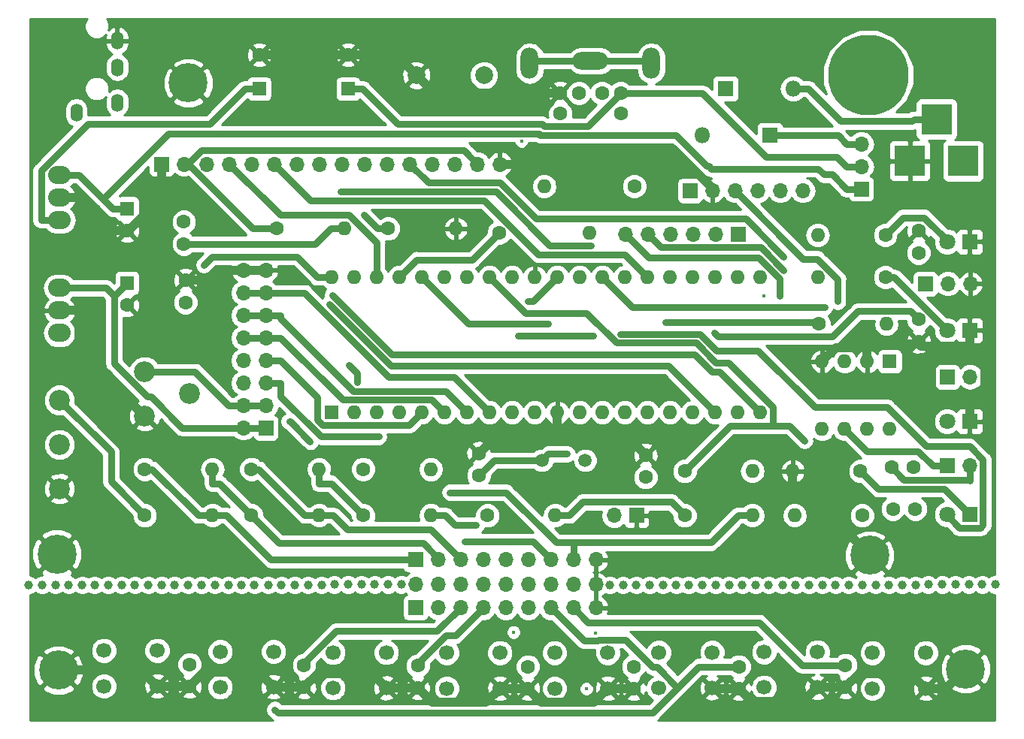
<source format=gbr>
G04 #@! TF.GenerationSoftware,KiCad,Pcbnew,5.0.2+dfsg1-1*
G04 #@! TF.CreationDate,2019-02-11T17:55:52+01:00*
G04 #@! TF.ProjectId,yaacwk,79616163-776b-42e6-9b69-6361645f7063,1.2*
G04 #@! TF.SameCoordinates,Original*
G04 #@! TF.FileFunction,Copper,L1,Top*
G04 #@! TF.FilePolarity,Positive*
%FSLAX46Y46*%
G04 Gerber Fmt 4.6, Leading zero omitted, Abs format (unit mm)*
G04 Created by KiCad (PCBNEW 5.0.2+dfsg1-1) date lun 11 feb 2019 17:55:52 CET*
%MOMM*%
%LPD*%
G01*
G04 APERTURE LIST*
G04 #@! TA.AperFunction,ComponentPad*
%ADD10O,1.700000X1.700000*%
G04 #@! TD*
G04 #@! TA.AperFunction,ComponentPad*
%ADD11R,1.700000X1.700000*%
G04 #@! TD*
G04 #@! TA.AperFunction,ComponentPad*
%ADD12C,4.400000*%
G04 #@! TD*
G04 #@! TA.AperFunction,ComponentPad*
%ADD13O,2.000000X3.500000*%
G04 #@! TD*
G04 #@! TA.AperFunction,ComponentPad*
%ADD14C,1.600000*%
G04 #@! TD*
G04 #@! TA.AperFunction,ComponentPad*
%ADD15O,4.000000X2.000000*%
G04 #@! TD*
G04 #@! TA.AperFunction,WasherPad*
%ADD16C,9.064000*%
G04 #@! TD*
G04 #@! TA.AperFunction,ComponentPad*
%ADD17C,2.000000*%
G04 #@! TD*
G04 #@! TA.AperFunction,ComponentPad*
%ADD18R,1.800000X1.800000*%
G04 #@! TD*
G04 #@! TA.AperFunction,ComponentPad*
%ADD19C,1.800000*%
G04 #@! TD*
G04 #@! TA.AperFunction,ComponentPad*
%ADD20R,1.600000X1.600000*%
G04 #@! TD*
G04 #@! TA.AperFunction,ComponentPad*
%ADD21O,1.600000X1.600000*%
G04 #@! TD*
G04 #@! TA.AperFunction,ComponentPad*
%ADD22C,1.500000*%
G04 #@! TD*
G04 #@! TA.AperFunction,ComponentPad*
%ADD23O,1.800000X1.800000*%
G04 #@! TD*
G04 #@! TA.AperFunction,ComponentPad*
%ADD24O,2.540000X2.032000*%
G04 #@! TD*
G04 #@! TA.AperFunction,ComponentPad*
%ADD25O,1.400000X2.000000*%
G04 #@! TD*
G04 #@! TA.AperFunction,ComponentPad*
%ADD26C,2.340000*%
G04 #@! TD*
G04 #@! TA.AperFunction,ComponentPad*
%ADD27R,3.500000X3.500000*%
G04 #@! TD*
G04 #@! TA.AperFunction,ComponentPad*
%ADD28C,1.700000*%
G04 #@! TD*
G04 #@! TA.AperFunction,ViaPad*
%ADD29C,1.000000*%
G04 #@! TD*
G04 #@! TA.AperFunction,ViaPad*
%ADD30C,0.400000*%
G04 #@! TD*
G04 #@! TA.AperFunction,ViaPad*
%ADD31C,0.800000*%
G04 #@! TD*
G04 #@! TA.AperFunction,Conductor*
%ADD32C,1.000000*%
G04 #@! TD*
G04 #@! TA.AperFunction,Conductor*
%ADD33C,0.800000*%
G04 #@! TD*
G04 #@! TA.AperFunction,Conductor*
%ADD34C,0.254000*%
G04 #@! TD*
G04 APERTURE END LIST*
D10*
G04 #@! TO.P,J12,9*
G04 #@! TO.N,GND*
X164420000Y-123000000D03*
G04 #@! TO.P,J12,8*
G04 #@! TO.N,Net-(C19-Pad2)*
X161880000Y-123000000D03*
G04 #@! TO.P,J12,7*
G04 #@! TO.N,Net-(C18-Pad2)*
X159340000Y-123000000D03*
G04 #@! TO.P,J12,6*
G04 #@! TO.N,Net-(C17-Pad2)*
X156800000Y-123000000D03*
G04 #@! TO.P,J12,5*
G04 #@! TO.N,Net-(C9-Pad2)*
X154260000Y-123000000D03*
G04 #@! TO.P,J12,4*
G04 #@! TO.N,Net-(C8-Pad2)*
X151720000Y-123000000D03*
G04 #@! TO.P,J12,3*
G04 #@! TO.N,Net-(C7-Pad2)*
X149180000Y-123000000D03*
G04 #@! TO.P,J12,2*
G04 #@! TO.N,Net-(C6-Pad2)*
X146640000Y-123000000D03*
D11*
G04 #@! TO.P,J12,1*
G04 #@! TO.N,Net-(IC1-Pad39)*
X144100000Y-123000000D03*
G04 #@! TD*
D12*
G04 #@! TO.P,HOLE2,1*
G04 #@! TO.N,GND*
X118500000Y-63850000D03*
G04 #@! TD*
G04 #@! TO.P,HOLE4,1*
G04 #@! TO.N,GND*
X195250000Y-117100000D03*
G04 #@! TD*
G04 #@! TO.P,HOLE6,1*
G04 #@! TO.N,GND*
X206050000Y-129900000D03*
G04 #@! TD*
G04 #@! TO.P,HOLE5,1*
G04 #@! TO.N,GND*
X103900000Y-130050000D03*
G04 #@! TD*
D13*
G04 #@! TO.P,PS2CONN1,7*
G04 #@! TO.N,Net-(PS2CONN1-Pad7)*
X170650000Y-61650000D03*
X156950000Y-61650000D03*
D14*
G04 #@! TO.P,PS2CONN1,1*
G04 #@! TO.N,Net-(L2-Pad2)*
X162500000Y-65000000D03*
G04 #@! TO.P,PS2CONN1,2*
G04 #@! TO.N,N/C*
X165100000Y-65000000D03*
G04 #@! TO.P,PS2CONN1,3*
G04 #@! TO.N,GND*
X160400000Y-65000000D03*
G04 #@! TO.P,PS2CONN1,4*
G04 #@! TO.N,Net-(C16-Pad1)*
X167200000Y-65000000D03*
G04 #@! TO.P,PS2CONN1,5*
G04 #@! TO.N,Net-(L1-Pad2)*
X160400000Y-67300000D03*
G04 #@! TO.P,PS2CONN1,6*
G04 #@! TO.N,N/C*
X167200000Y-67300000D03*
D15*
G04 #@! TO.P,PS2CONN1,7*
G04 #@! TO.N,Net-(PS2CONN1-Pad7)*
X163800000Y-61350000D03*
G04 #@! TD*
D16*
G04 #@! TO.P,HOLE1,*
G04 #@! TO.N,*
X195072000Y-62992000D03*
G04 #@! TD*
D17*
G04 #@! TO.P,BZ1,1*
G04 #@! TO.N,Net-(BZ1-Pad1)*
X151799840Y-63000000D03*
G04 #@! TO.P,BZ1,2*
G04 #@! TO.N,GND*
X144200160Y-63000000D03*
G04 #@! TD*
D18*
G04 #@! TO.P,D1,1*
G04 #@! TO.N,GND*
X206500000Y-81750000D03*
D19*
G04 #@! TO.P,D1,2*
G04 #@! TO.N,Net-(D1-Pad2)*
X203960000Y-81750000D03*
G04 #@! TD*
D18*
G04 #@! TO.P,D2,1*
G04 #@! TO.N,GND*
X206500000Y-102000000D03*
D19*
G04 #@! TO.P,D2,2*
G04 #@! TO.N,Net-(D2-Pad2)*
X203960000Y-102000000D03*
G04 #@! TD*
D18*
G04 #@! TO.P,D3,1*
G04 #@! TO.N,GND*
X206500000Y-91750000D03*
D19*
G04 #@! TO.P,D3,2*
G04 #@! TO.N,Net-(D3-Pad2)*
X203960000Y-91750000D03*
G04 #@! TD*
D20*
G04 #@! TO.P,IC1,1*
G04 #@! TO.N,Net-(IC1-Pad1)*
X134650000Y-101000000D03*
D21*
G04 #@! TO.P,IC1,21*
G04 #@! TO.N,Net-(DS1-Pad14)*
X182910000Y-85760000D03*
G04 #@! TO.P,IC1,2*
G04 #@! TO.N,Net-(IC1-Pad2)*
X137190000Y-101000000D03*
G04 #@! TO.P,IC1,22*
G04 #@! TO.N,Net-(IC1-Pad22)*
X180370000Y-85760000D03*
G04 #@! TO.P,IC1,3*
G04 #@! TO.N,Net-(IC1-Pad3)*
X139730000Y-101000000D03*
G04 #@! TO.P,IC1,23*
G04 #@! TO.N,Net-(IC1-Pad23)*
X177830000Y-85760000D03*
G04 #@! TO.P,IC1,4*
G04 #@! TO.N,Net-(IC1-Pad4)*
X142270000Y-101000000D03*
G04 #@! TO.P,IC1,24*
G04 #@! TO.N,Net-(IC1-Pad24)*
X175290000Y-85760000D03*
G04 #@! TO.P,IC1,5*
G04 #@! TO.N,Net-(IC1-Pad5)*
X144810000Y-101000000D03*
G04 #@! TO.P,IC1,25*
G04 #@! TO.N,Net-(IC1-Pad25)*
X172750000Y-85760000D03*
G04 #@! TO.P,IC1,6*
G04 #@! TO.N,Net-(IC1-Pad6)*
X147350000Y-101000000D03*
G04 #@! TO.P,IC1,26*
G04 #@! TO.N,Net-(DS1-Pad6)*
X170210000Y-85760000D03*
G04 #@! TO.P,IC1,7*
G04 #@! TO.N,Net-(IC1-Pad7)*
X149890000Y-101000000D03*
G04 #@! TO.P,IC1,27*
G04 #@! TO.N,Net-(C2-Pad1)*
X167670000Y-85760000D03*
G04 #@! TO.P,IC1,8*
G04 #@! TO.N,Net-(IC1-Pad8)*
X152430000Y-101000000D03*
G04 #@! TO.P,IC1,28*
G04 #@! TO.N,Net-(C3-Pad1)*
X165130000Y-85760000D03*
G04 #@! TO.P,IC1,9*
G04 #@! TO.N,Net-(IC1-Pad9)*
X154970000Y-101000000D03*
G04 #@! TO.P,IC1,29*
G04 #@! TO.N,Net-(BZ1-Pad1)*
X162590000Y-85760000D03*
G04 #@! TO.P,IC1,10*
G04 #@! TO.N,Net-(C16-Pad1)*
X157510000Y-101000000D03*
G04 #@! TO.P,IC1,30*
X160050000Y-85760000D03*
G04 #@! TO.P,IC1,11*
G04 #@! TO.N,GND*
X160050000Y-101000000D03*
G04 #@! TO.P,IC1,31*
X157510000Y-85760000D03*
G04 #@! TO.P,IC1,12*
G04 #@! TO.N,Net-(C11-Pad2)*
X162590000Y-101000000D03*
G04 #@! TO.P,IC1,32*
G04 #@! TO.N,N/C*
X154970000Y-85760000D03*
G04 #@! TO.P,IC1,13*
G04 #@! TO.N,Net-(C10-Pad2)*
X165130000Y-101000000D03*
G04 #@! TO.P,IC1,33*
G04 #@! TO.N,Net-(IC1-Pad33)*
X152430000Y-85760000D03*
G04 #@! TO.P,IC1,14*
G04 #@! TO.N,Net-(IC1-Pad14)*
X167670000Y-101000000D03*
G04 #@! TO.P,IC1,34*
G04 #@! TO.N,Net-(D4-Pad2)*
X149890000Y-85760000D03*
G04 #@! TO.P,IC1,15*
G04 #@! TO.N,Net-(IC1-Pad15)*
X170210000Y-101000000D03*
G04 #@! TO.P,IC1,35*
G04 #@! TO.N,Net-(C12-Pad2)*
X147350000Y-85760000D03*
G04 #@! TO.P,IC1,16*
G04 #@! TO.N,Net-(IC1-Pad16)*
X172750000Y-101000000D03*
G04 #@! TO.P,IC1,36*
G04 #@! TO.N,Net-(IC1-Pad36)*
X144810000Y-85760000D03*
G04 #@! TO.P,IC1,17*
G04 #@! TO.N,Net-(IC1-Pad17)*
X175290000Y-101000000D03*
G04 #@! TO.P,IC1,37*
G04 #@! TO.N,Net-(IC1-Pad37)*
X142270000Y-85760000D03*
G04 #@! TO.P,IC1,18*
G04 #@! TO.N,Net-(DS1-Pad11)*
X177830000Y-101000000D03*
G04 #@! TO.P,IC1,38*
G04 #@! TO.N,Net-(DS1-Pad4)*
X139730000Y-85760000D03*
G04 #@! TO.P,IC1,19*
G04 #@! TO.N,Net-(DS1-Pad12)*
X180370000Y-101000000D03*
G04 #@! TO.P,IC1,39*
G04 #@! TO.N,Net-(IC1-Pad39)*
X137190000Y-85760000D03*
G04 #@! TO.P,IC1,20*
G04 #@! TO.N,Net-(DS1-Pad13)*
X182910000Y-101000000D03*
G04 #@! TO.P,IC1,40*
G04 #@! TO.N,Net-(C1-Pad1)*
X134650000Y-85760000D03*
G04 #@! TD*
D20*
G04 #@! TO.P,IC2,1*
G04 #@! TO.N,Net-(IC2-Pad1)*
X197500000Y-95250000D03*
D21*
G04 #@! TO.P,IC2,5*
G04 #@! TO.N,Net-(C4-Pad2)*
X189880000Y-102870000D03*
G04 #@! TO.P,IC2,2*
G04 #@! TO.N,GND*
X194960000Y-95250000D03*
G04 #@! TO.P,IC2,6*
G04 #@! TO.N,Net-(C5-Pad1)*
X192420000Y-102870000D03*
G04 #@! TO.P,IC2,3*
G04 #@! TO.N,Net-(IC2-Pad3)*
X192420000Y-95250000D03*
G04 #@! TO.P,IC2,7*
G04 #@! TO.N,Net-(C4-Pad2)*
X194960000Y-102870000D03*
G04 #@! TO.P,IC2,4*
G04 #@! TO.N,GND*
X189880000Y-95250000D03*
G04 #@! TO.P,IC2,8*
G04 #@! TO.N,Net-(C4-Pad1)*
X197500000Y-102870000D03*
G04 #@! TD*
D14*
G04 #@! TO.P,L1,1*
G04 #@! TO.N,Net-(IC1-Pad3)*
X168750000Y-75500000D03*
D21*
G04 #@! TO.P,L1,2*
G04 #@! TO.N,Net-(L1-Pad2)*
X158590000Y-75500000D03*
G04 #@! TD*
D14*
G04 #@! TO.P,L2,1*
G04 #@! TO.N,Net-(IC1-Pad37)*
X153500000Y-80750000D03*
D21*
G04 #@! TO.P,L2,2*
G04 #@! TO.N,Net-(L2-Pad2)*
X163660000Y-80750000D03*
G04 #@! TD*
D14*
G04 #@! TO.P,R1,1*
G04 #@! TO.N,Net-(C16-Pad1)*
X113600000Y-112600000D03*
D21*
G04 #@! TO.P,R1,2*
G04 #@! TO.N,Net-(IC1-Pad39)*
X121220000Y-112600000D03*
G04 #@! TD*
D14*
G04 #@! TO.P,R2,1*
G04 #@! TO.N,Net-(IC1-Pad39)*
X113600000Y-107400000D03*
D21*
G04 #@! TO.P,R2,2*
G04 #@! TO.N,Net-(C6-Pad2)*
X121220000Y-107400000D03*
G04 #@! TD*
D14*
G04 #@! TO.P,R3,1*
G04 #@! TO.N,Net-(C6-Pad2)*
X125600000Y-112600000D03*
D21*
G04 #@! TO.P,R3,2*
G04 #@! TO.N,Net-(C7-Pad2)*
X133220000Y-112600000D03*
G04 #@! TD*
D14*
G04 #@! TO.P,R4,1*
G04 #@! TO.N,Net-(C7-Pad2)*
X125600000Y-107400000D03*
D21*
G04 #@! TO.P,R4,2*
G04 #@! TO.N,Net-(C8-Pad2)*
X133220000Y-107400000D03*
G04 #@! TD*
D14*
G04 #@! TO.P,R5,1*
G04 #@! TO.N,Net-(C8-Pad2)*
X138200000Y-112600000D03*
D21*
G04 #@! TO.P,R5,2*
G04 #@! TO.N,Net-(C9-Pad2)*
X145820000Y-112600000D03*
G04 #@! TD*
D14*
G04 #@! TO.P,R6,1*
G04 #@! TO.N,Net-(D1-Pad2)*
X197000000Y-81000000D03*
D21*
G04 #@! TO.P,R6,2*
G04 #@! TO.N,Net-(C16-Pad1)*
X189380000Y-81000000D03*
G04 #@! TD*
D14*
G04 #@! TO.P,R7,1*
G04 #@! TO.N,Net-(D2-Pad2)*
X194400000Y-112600000D03*
D21*
G04 #@! TO.P,R7,2*
G04 #@! TO.N,Net-(IC1-Pad33)*
X186780000Y-112600000D03*
G04 #@! TD*
D14*
G04 #@! TO.P,R8,1*
G04 #@! TO.N,Net-(D3-Pad2)*
X197000000Y-85750000D03*
D21*
G04 #@! TO.P,R8,2*
G04 #@! TO.N,Net-(IC1-Pad36)*
X189380000Y-85750000D03*
G04 #@! TD*
D14*
G04 #@! TO.P,R9,1*
G04 #@! TO.N,Net-(D4-Pad1)*
X194200000Y-107600000D03*
D21*
G04 #@! TO.P,R9,2*
G04 #@! TO.N,GND*
X186580000Y-107600000D03*
G04 #@! TD*
D14*
G04 #@! TO.P,R10,1*
G04 #@! TO.N,Net-(IC1-Pad36)*
X189500000Y-91000000D03*
D21*
G04 #@! TO.P,R10,2*
G04 #@! TO.N,Net-(IC2-Pad1)*
X197120000Y-91000000D03*
G04 #@! TD*
D14*
G04 #@! TO.P,R11,1*
G04 #@! TO.N,Net-(IC1-Pad33)*
X174400000Y-107600000D03*
D21*
G04 #@! TO.P,R11,2*
G04 #@! TO.N,Net-(IC2-Pad3)*
X182020000Y-107600000D03*
G04 #@! TD*
D14*
G04 #@! TO.P,R12,1*
G04 #@! TO.N,Net-(C16-Pad1)*
X128500000Y-80250000D03*
D21*
G04 #@! TO.P,R12,2*
G04 #@! TO.N,Net-(C12-Pad2)*
X136120000Y-80250000D03*
G04 #@! TD*
D14*
G04 #@! TO.P,R13,1*
G04 #@! TO.N,Net-(C12-Pad2)*
X141000000Y-80250000D03*
D21*
G04 #@! TO.P,R13,2*
G04 #@! TO.N,GND*
X148620000Y-80250000D03*
G04 #@! TD*
D22*
G04 #@! TO.P,Y1,1*
G04 #@! TO.N,Net-(C10-Pad2)*
X163200000Y-106400000D03*
G04 #@! TO.P,Y1,2*
G04 #@! TO.N,Net-(C11-Pad2)*
X158320000Y-106400000D03*
G04 #@! TD*
D11*
G04 #@! TO.P,J3,1*
G04 #@! TO.N,Net-(C4-Pad1)*
X204000000Y-97000000D03*
D10*
G04 #@! TO.P,J3,2*
G04 #@! TO.N,Net-(C4-Pad2)*
X206540000Y-97000000D03*
G04 #@! TD*
D11*
G04 #@! TO.P,J4,1*
G04 #@! TO.N,Net-(C5-Pad1)*
X204000000Y-107000000D03*
D10*
G04 #@! TO.P,J4,2*
G04 #@! TO.N,Net-(C4-Pad2)*
X206540000Y-107000000D03*
G04 #@! TD*
D11*
G04 #@! TO.P,J5,1*
G04 #@! TO.N,Net-(C2-Pad1)*
X201500000Y-86500000D03*
D10*
G04 #@! TO.P,J5,2*
G04 #@! TO.N,Net-(C3-Pad1)*
X204040000Y-86500000D03*
G04 #@! TO.P,J5,3*
G04 #@! TO.N,GND*
X206580000Y-86500000D03*
G04 #@! TD*
D18*
G04 #@! TO.P,D5,1*
G04 #@! TO.N,Net-(D5-Pad1)*
X184000000Y-69750000D03*
D23*
G04 #@! TO.P,D5,2*
G04 #@! TO.N,Net-(D5-Pad2)*
X176380000Y-69750000D03*
G04 #@! TD*
D18*
G04 #@! TO.P,D6,1*
G04 #@! TO.N,Net-(C14-Pad1)*
X179000000Y-64500000D03*
D23*
G04 #@! TO.P,D6,2*
G04 #@! TO.N,Net-(D6-Pad2)*
X186620000Y-64500000D03*
G04 #@! TD*
D11*
G04 #@! TO.P,J6,1*
G04 #@! TO.N,Net-(D5-Pad2)*
X175000000Y-76000000D03*
D10*
G04 #@! TO.P,J6,2*
G04 #@! TO.N,GND*
X177540000Y-76000000D03*
G04 #@! TO.P,J6,3*
G04 #@! TO.N,Net-(IC1-Pad14)*
X180080000Y-76000000D03*
G04 #@! TO.P,J6,4*
G04 #@! TO.N,Net-(IC1-Pad15)*
X182620000Y-76000000D03*
G04 #@! TO.P,J6,5*
G04 #@! TO.N,N/C*
X185160000Y-76000000D03*
G04 #@! TO.P,J6,6*
X187700000Y-76000000D03*
G04 #@! TD*
D11*
G04 #@! TO.P,SW6,1*
G04 #@! TO.N,GND*
X169000000Y-112600000D03*
D10*
G04 #@! TO.P,SW6,2*
G04 #@! TO.N,Net-(IC1-Pad9)*
X166460000Y-112600000D03*
G04 #@! TD*
D24*
G04 #@! TO.P,U1,GND*
G04 #@! TO.N,GND*
X104000000Y-76750000D03*
G04 #@! TO.P,U1,VO*
G04 #@! TO.N,Net-(C13-Pad1)*
X104000000Y-74210000D03*
G04 #@! TO.P,U1,VI*
G04 #@! TO.N,Net-(C14-Pad1)*
X104000000Y-79290000D03*
G04 #@! TD*
D25*
G04 #@! TO.P,J2,5*
G04 #@! TO.N,Net-(C12-Pad1)*
X105904000Y-67180000D03*
G04 #@! TO.P,J2,4*
X110504000Y-66080000D03*
G04 #@! TO.P,J2,3*
X110504000Y-62080000D03*
G04 #@! TO.P,J2,2*
G04 #@! TO.N,GND*
X110504000Y-59080000D03*
G04 #@! TD*
D26*
G04 #@! TO.P,LCDPot2,3*
G04 #@! TO.N,GND*
X113600000Y-101400000D03*
G04 #@! TO.P,LCDPot2,2*
G04 #@! TO.N,Net-(DS1-Pad3)*
X118600000Y-98900000D03*
G04 #@! TO.P,LCDPot2,1*
G04 #@! TO.N,Net-(C16-Pad1)*
X113600000Y-96400000D03*
G04 #@! TD*
D11*
G04 #@! TO.P,DS1,1*
G04 #@! TO.N,GND*
X115500000Y-73000000D03*
D10*
G04 #@! TO.P,DS1,2*
G04 #@! TO.N,Net-(C16-Pad1)*
X118040000Y-73000000D03*
G04 #@! TO.P,DS1,3*
G04 #@! TO.N,Net-(DS1-Pad3)*
X120580000Y-73000000D03*
G04 #@! TO.P,DS1,4*
G04 #@! TO.N,Net-(DS1-Pad4)*
X123120000Y-73000000D03*
G04 #@! TO.P,DS1,5*
G04 #@! TO.N,GND*
X125660000Y-73000000D03*
G04 #@! TO.P,DS1,6*
G04 #@! TO.N,Net-(DS1-Pad6)*
X128200000Y-73000000D03*
G04 #@! TO.P,DS1,7*
G04 #@! TO.N,N/C*
X130740000Y-73000000D03*
G04 #@! TO.P,DS1,8*
X133280000Y-73000000D03*
G04 #@! TO.P,DS1,9*
X135820000Y-73000000D03*
G04 #@! TO.P,DS1,10*
X138360000Y-73000000D03*
G04 #@! TO.P,DS1,11*
G04 #@! TO.N,Net-(DS1-Pad11)*
X140900000Y-73000000D03*
G04 #@! TO.P,DS1,12*
G04 #@! TO.N,Net-(DS1-Pad12)*
X143440000Y-73000000D03*
G04 #@! TO.P,DS1,13*
G04 #@! TO.N,Net-(DS1-Pad13)*
X145980000Y-73000000D03*
G04 #@! TO.P,DS1,14*
G04 #@! TO.N,Net-(DS1-Pad14)*
X148520000Y-73000000D03*
G04 #@! TO.P,DS1,15*
G04 #@! TO.N,Net-(C16-Pad1)*
X151060000Y-73000000D03*
G04 #@! TO.P,DS1,16*
G04 #@! TO.N,GND*
X153600000Y-73000000D03*
G04 #@! TD*
D11*
G04 #@! TO.P,J7,1*
G04 #@! TO.N,Net-(IC1-Pad22)*
X180450000Y-80900000D03*
D10*
G04 #@! TO.P,J7,2*
G04 #@! TO.N,Net-(IC1-Pad23)*
X177910000Y-80900000D03*
G04 #@! TO.P,J7,3*
G04 #@! TO.N,Net-(IC1-Pad24)*
X175370000Y-80900000D03*
G04 #@! TO.P,J7,4*
G04 #@! TO.N,Net-(IC1-Pad25)*
X172830000Y-80900000D03*
G04 #@! TO.P,J7,5*
G04 #@! TO.N,Net-(IC1-Pad17)*
X170290000Y-80900000D03*
G04 #@! TO.P,J7,6*
G04 #@! TO.N,Net-(IC1-Pad16)*
X167750000Y-80900000D03*
G04 #@! TD*
D11*
G04 #@! TO.P,J9,1*
G04 #@! TO.N,Net-(C13-Pad1)*
X194310000Y-75819000D03*
D10*
G04 #@! TO.P,J9,2*
G04 #@! TO.N,Net-(C16-Pad1)*
X194310000Y-73279000D03*
G04 #@! TO.P,J9,3*
G04 #@! TO.N,Net-(D5-Pad1)*
X194310000Y-70739000D03*
G04 #@! TD*
D24*
G04 #@! TO.P,U2,GND*
G04 #@! TO.N,GND*
X104000000Y-89500000D03*
G04 #@! TO.P,U2,VO*
G04 #@! TO.N,Net-(C15-Pad1)*
X104000000Y-86960000D03*
G04 #@! TO.P,U2,VI*
G04 #@! TO.N,Net-(C16-Pad1)*
X104000000Y-92040000D03*
G04 #@! TD*
D27*
G04 #@! TO.P,J1,1*
G04 #@! TO.N,GND*
X199771000Y-72644000D03*
G04 #@! TO.P,J1,2*
G04 #@! TO.N,Net-(D6-Pad2)*
X205771000Y-72644000D03*
G04 #@! TO.P,J1,3*
X202771000Y-67944000D03*
G04 #@! TD*
D20*
G04 #@! TO.P,C14,1*
G04 #@! TO.N,Net-(C14-Pad1)*
X126500000Y-64500000D03*
D14*
G04 #@! TO.P,C14,2*
G04 #@! TO.N,GND*
X126500000Y-60700000D03*
G04 #@! TD*
D20*
G04 #@! TO.P,C16,1*
G04 #@! TO.N,Net-(C16-Pad1)*
X136500000Y-64500000D03*
D14*
G04 #@! TO.P,C16,2*
G04 #@! TO.N,GND*
X136500000Y-60700000D03*
G04 #@! TD*
G04 #@! TO.P,R14,1*
G04 #@! TO.N,Net-(C9-Pad2)*
X138200000Y-107400000D03*
D21*
G04 #@! TO.P,R14,2*
G04 #@! TO.N,Net-(C17-Pad2)*
X145820000Y-107400000D03*
G04 #@! TD*
D14*
G04 #@! TO.P,R15,1*
G04 #@! TO.N,Net-(C17-Pad2)*
X152200000Y-112600000D03*
D21*
G04 #@! TO.P,R15,2*
G04 #@! TO.N,Net-(C18-Pad2)*
X159820000Y-112600000D03*
G04 #@! TD*
D14*
G04 #@! TO.P,R16,1*
G04 #@! TO.N,Net-(C18-Pad2)*
X174400000Y-112600000D03*
D21*
G04 #@! TO.P,R16,2*
G04 #@! TO.N,Net-(C19-Pad2)*
X182020000Y-112600000D03*
G04 #@! TD*
D26*
G04 #@! TO.P,SpeedPot1,3*
G04 #@! TO.N,GND*
X103990000Y-109610000D03*
G04 #@! TO.P,SpeedPot1,2*
G04 #@! TO.N,Net-(C1-Pad1)*
X103990000Y-104610000D03*
G04 #@! TO.P,SpeedPot1,1*
G04 #@! TO.N,Net-(C16-Pad1)*
X103990000Y-99610000D03*
G04 #@! TD*
D18*
G04 #@! TO.P,D4,1*
G04 #@! TO.N,Net-(D4-Pad1)*
X206500000Y-112500000D03*
D19*
G04 #@! TO.P,D4,2*
G04 #@! TO.N,Net-(D4-Pad2)*
X203960000Y-112500000D03*
G04 #@! TD*
D14*
G04 #@! TO.P,C3,1*
G04 #@! TO.N,Net-(C3-Pad1)*
X200750000Y-83000000D03*
G04 #@! TO.P,C3,2*
G04 #@! TO.N,GND*
X200750000Y-80500000D03*
G04 #@! TD*
G04 #@! TO.P,C2,1*
G04 #@! TO.N,Net-(C2-Pad1)*
X200750000Y-90500000D03*
G04 #@! TO.P,C2,2*
G04 #@! TO.N,GND*
X200750000Y-93000000D03*
G04 #@! TD*
G04 #@! TO.P,C10,1*
G04 #@! TO.N,GND*
X170000000Y-105800000D03*
G04 #@! TO.P,C10,2*
G04 #@! TO.N,Net-(C10-Pad2)*
X170000000Y-108300000D03*
G04 #@! TD*
G04 #@! TO.P,C11,1*
G04 #@! TO.N,GND*
X151200000Y-105600000D03*
G04 #@! TO.P,C11,2*
G04 #@! TO.N,Net-(C11-Pad2)*
X151200000Y-108100000D03*
G04 #@! TD*
G04 #@! TO.P,C1,1*
G04 #@! TO.N,Net-(C1-Pad1)*
X118200000Y-88600000D03*
G04 #@! TO.P,C1,2*
G04 #@! TO.N,GND*
X118200000Y-86100000D03*
G04 #@! TD*
G04 #@! TO.P,C12,1*
G04 #@! TO.N,Net-(C12-Pad1)*
X118000000Y-79500000D03*
G04 #@! TO.P,C12,2*
G04 #@! TO.N,Net-(C12-Pad2)*
X118000000Y-82000000D03*
G04 #@! TD*
D20*
G04 #@! TO.P,C13,1*
G04 #@! TO.N,Net-(C13-Pad1)*
X111600000Y-78000000D03*
D14*
G04 #@! TO.P,C13,2*
G04 #@! TO.N,GND*
X111600000Y-80500000D03*
G04 #@! TD*
D20*
G04 #@! TO.P,C15,1*
G04 #@! TO.N,Net-(C15-Pad1)*
X111600000Y-86400000D03*
D14*
G04 #@! TO.P,C15,2*
G04 #@! TO.N,GND*
X111600000Y-88900000D03*
G04 #@! TD*
G04 #@! TO.P,C4,1*
G04 #@! TO.N,Net-(C4-Pad1)*
X200200000Y-107200000D03*
G04 #@! TO.P,C4,2*
G04 #@! TO.N,Net-(C4-Pad2)*
X197700000Y-107200000D03*
G04 #@! TD*
G04 #@! TO.P,C5,1*
G04 #@! TO.N,Net-(C5-Pad1)*
X200360000Y-111890000D03*
G04 #@! TO.P,C5,2*
G04 #@! TO.N,Net-(C4-Pad2)*
X197860000Y-111890000D03*
G04 #@! TD*
D11*
G04 #@! TO.P,J8,1*
G04 #@! TO.N,Net-(C15-Pad1)*
X127250000Y-102750000D03*
D10*
G04 #@! TO.P,J8,2*
X124710000Y-102750000D03*
G04 #@! TO.P,J8,3*
G04 #@! TO.N,Net-(C16-Pad1)*
X127250000Y-100210000D03*
G04 #@! TO.P,J8,4*
X124710000Y-100210000D03*
G04 #@! TO.P,J8,5*
G04 #@! TO.N,Net-(IC1-Pad4)*
X127250000Y-97670000D03*
G04 #@! TO.P,J8,6*
G04 #@! TO.N,Net-(IC1-Pad2)*
X124710000Y-97670000D03*
G04 #@! TO.P,J8,7*
G04 #@! TO.N,Net-(IC1-Pad5)*
X127250000Y-95130000D03*
G04 #@! TO.P,J8,8*
G04 #@! TO.N,Net-(IC1-Pad1)*
X124710000Y-95130000D03*
G04 #@! TO.P,J8,9*
G04 #@! TO.N,Net-(IC1-Pad6)*
X127250000Y-92590000D03*
G04 #@! TO.P,J8,10*
X124710000Y-92590000D03*
G04 #@! TO.P,J8,11*
G04 #@! TO.N,Net-(IC1-Pad7)*
X127250000Y-90050000D03*
G04 #@! TO.P,J8,12*
X124710000Y-90050000D03*
G04 #@! TO.P,J8,13*
G04 #@! TO.N,Net-(IC1-Pad8)*
X127250000Y-87510000D03*
G04 #@! TO.P,J8,14*
X124710000Y-87510000D03*
G04 #@! TO.P,J8,15*
G04 #@! TO.N,GND*
X127250000Y-84970000D03*
G04 #@! TO.P,J8,16*
X124710000Y-84970000D03*
G04 #@! TD*
D28*
G04 #@! TO.P,SW1,4*
G04 #@! TO.N,N/C*
X109000000Y-127850000D03*
G04 #@! TO.P,SW1,3*
X115000000Y-127850000D03*
G04 #@! TO.P,SW1,2*
G04 #@! TO.N,Net-(IC1-Pad39)*
X109000000Y-131850000D03*
G04 #@! TO.P,SW1,1*
G04 #@! TO.N,GND*
X115000000Y-131850000D03*
G04 #@! TD*
G04 #@! TO.P,SW2,4*
G04 #@! TO.N,N/C*
X122100000Y-127950000D03*
G04 #@! TO.P,SW2,3*
X128100000Y-127950000D03*
G04 #@! TO.P,SW2,2*
G04 #@! TO.N,Net-(C6-Pad2)*
X122100000Y-131950000D03*
G04 #@! TO.P,SW2,1*
G04 #@! TO.N,GND*
X128100000Y-131950000D03*
G04 #@! TD*
G04 #@! TO.P,SW3,4*
G04 #@! TO.N,N/C*
X134800000Y-128050000D03*
G04 #@! TO.P,SW3,3*
X140800000Y-128050000D03*
G04 #@! TO.P,SW3,2*
G04 #@! TO.N,Net-(C7-Pad2)*
X134800000Y-132050000D03*
G04 #@! TO.P,SW3,1*
G04 #@! TO.N,GND*
X140800000Y-132050000D03*
G04 #@! TD*
G04 #@! TO.P,SW4,4*
G04 #@! TO.N,N/C*
X147600000Y-128100000D03*
G04 #@! TO.P,SW4,3*
X153600000Y-128100000D03*
G04 #@! TO.P,SW4,2*
G04 #@! TO.N,Net-(C8-Pad2)*
X147600000Y-132100000D03*
G04 #@! TO.P,SW4,1*
G04 #@! TO.N,GND*
X153600000Y-132100000D03*
G04 #@! TD*
G04 #@! TO.P,SW5,4*
G04 #@! TO.N,N/C*
X159750000Y-128100000D03*
G04 #@! TO.P,SW5,3*
X165750000Y-128100000D03*
G04 #@! TO.P,SW5,2*
G04 #@! TO.N,Net-(C9-Pad2)*
X159750000Y-132100000D03*
G04 #@! TO.P,SW5,1*
G04 #@! TO.N,GND*
X165750000Y-132100000D03*
G04 #@! TD*
G04 #@! TO.P,SW7,4*
G04 #@! TO.N,N/C*
X171500000Y-128050000D03*
G04 #@! TO.P,SW7,3*
X177500000Y-128050000D03*
G04 #@! TO.P,SW7,2*
G04 #@! TO.N,Net-(C17-Pad2)*
X171500000Y-132050000D03*
G04 #@! TO.P,SW7,1*
G04 #@! TO.N,GND*
X177500000Y-132050000D03*
G04 #@! TD*
G04 #@! TO.P,SW8,4*
G04 #@! TO.N,N/C*
X183350000Y-128000000D03*
G04 #@! TO.P,SW8,3*
X189350000Y-128000000D03*
G04 #@! TO.P,SW8,2*
G04 #@! TO.N,Net-(C18-Pad2)*
X183350000Y-132000000D03*
G04 #@! TO.P,SW8,1*
G04 #@! TO.N,GND*
X189350000Y-132000000D03*
G04 #@! TD*
G04 #@! TO.P,SW9,4*
G04 #@! TO.N,N/C*
X195550000Y-128100000D03*
G04 #@! TO.P,SW9,3*
X201550000Y-128100000D03*
G04 #@! TO.P,SW9,2*
G04 #@! TO.N,Net-(C19-Pad2)*
X195550000Y-132100000D03*
G04 #@! TO.P,SW9,1*
G04 #@! TO.N,GND*
X201550000Y-132100000D03*
G04 #@! TD*
D11*
G04 #@! TO.P,J10,1*
G04 #@! TO.N,Net-(IC1-Pad39)*
X144100000Y-117600000D03*
D10*
G04 #@! TO.P,J10,2*
G04 #@! TO.N,Net-(C6-Pad2)*
X146640000Y-117600000D03*
G04 #@! TO.P,J10,3*
G04 #@! TO.N,Net-(C7-Pad2)*
X149180000Y-117600000D03*
G04 #@! TO.P,J10,4*
G04 #@! TO.N,Net-(C8-Pad2)*
X151720000Y-117600000D03*
G04 #@! TO.P,J10,5*
G04 #@! TO.N,Net-(C9-Pad2)*
X154260000Y-117600000D03*
G04 #@! TO.P,J10,6*
G04 #@! TO.N,Net-(C17-Pad2)*
X156800000Y-117600000D03*
G04 #@! TO.P,J10,7*
G04 #@! TO.N,Net-(C18-Pad2)*
X159340000Y-117600000D03*
G04 #@! TO.P,J10,8*
G04 #@! TO.N,Net-(C19-Pad2)*
X161880000Y-117600000D03*
G04 #@! TO.P,J10,9*
G04 #@! TO.N,GND*
X164420000Y-117600000D03*
G04 #@! TD*
G04 #@! TO.P,J11,1*
G04 #@! TO.N,Net-(IC1-Pad39)*
X144100000Y-120400000D03*
G04 #@! TO.P,J11,2*
G04 #@! TO.N,Net-(C6-Pad2)*
X146640000Y-120400000D03*
G04 #@! TO.P,J11,3*
G04 #@! TO.N,Net-(C7-Pad2)*
X149180000Y-120400000D03*
G04 #@! TO.P,J11,4*
G04 #@! TO.N,Net-(C8-Pad2)*
X151720000Y-120400000D03*
G04 #@! TO.P,J11,5*
G04 #@! TO.N,Net-(C9-Pad2)*
X154260000Y-120400000D03*
G04 #@! TO.P,J11,6*
G04 #@! TO.N,Net-(C17-Pad2)*
X156800000Y-120400000D03*
G04 #@! TO.P,J11,7*
G04 #@! TO.N,Net-(C18-Pad2)*
X159340000Y-120400000D03*
G04 #@! TO.P,J11,8*
G04 #@! TO.N,Net-(C19-Pad2)*
X161880000Y-120400000D03*
G04 #@! TO.P,J11,9*
G04 #@! TO.N,GND*
X164420000Y-120400000D03*
G04 #@! TD*
D12*
G04 #@! TO.P,HOLE3,1*
G04 #@! TO.N,GND*
X103700000Y-116950000D03*
G04 #@! TD*
D14*
G04 #@! TO.P,C6,1*
G04 #@! TO.N,GND*
X118650000Y-131900000D03*
G04 #@! TO.P,C6,2*
G04 #@! TO.N,Net-(C6-Pad2)*
X118650000Y-129400000D03*
G04 #@! TD*
G04 #@! TO.P,C7,2*
G04 #@! TO.N,Net-(C7-Pad2)*
X131550000Y-129500000D03*
G04 #@! TO.P,C7,1*
G04 #@! TO.N,GND*
X131550000Y-132000000D03*
G04 #@! TD*
G04 #@! TO.P,C8,1*
G04 #@! TO.N,GND*
X144350000Y-132050000D03*
G04 #@! TO.P,C8,2*
G04 #@! TO.N,Net-(C8-Pad2)*
X144350000Y-129550000D03*
G04 #@! TD*
G04 #@! TO.P,C9,2*
G04 #@! TO.N,Net-(C9-Pad2)*
X156750000Y-129650000D03*
G04 #@! TO.P,C9,1*
G04 #@! TO.N,GND*
X156750000Y-132150000D03*
G04 #@! TD*
G04 #@! TO.P,C17,1*
G04 #@! TO.N,GND*
X168650000Y-132150000D03*
G04 #@! TO.P,C17,2*
G04 #@! TO.N,Net-(C17-Pad2)*
X168650000Y-129650000D03*
G04 #@! TD*
G04 #@! TO.P,C18,2*
G04 #@! TO.N,Net-(C18-Pad2)*
X180500000Y-129650000D03*
G04 #@! TO.P,C18,1*
G04 #@! TO.N,GND*
X180500000Y-132150000D03*
G04 #@! TD*
G04 #@! TO.P,C19,1*
G04 #@! TO.N,GND*
X192500000Y-132000000D03*
G04 #@! TO.P,C19,2*
G04 #@! TO.N,Net-(C19-Pad2)*
X192500000Y-129500000D03*
G04 #@! TD*
D29*
G04 #@! TO.N,*
X141000000Y-120400000D03*
X136500000Y-120400000D03*
X127500000Y-120450000D03*
X132000000Y-120450000D03*
X118500000Y-120450000D03*
X123000000Y-120450000D03*
X109500000Y-120450000D03*
X114000000Y-120450000D03*
X100550000Y-120450000D03*
X105050000Y-120450000D03*
X176400000Y-120450000D03*
X180900000Y-120450000D03*
X194400000Y-120450000D03*
X185400000Y-120450000D03*
X198900000Y-120450000D03*
X203400000Y-120400000D03*
X167450000Y-120450000D03*
X189900000Y-120450000D03*
X207900000Y-120400000D03*
X171950000Y-120450000D03*
X166000000Y-120450000D03*
D30*
G04 #@! TO.N,Net-(BZ1-Pad1)*
X156044000Y-70395700D03*
D31*
G04 #@! TO.N,GND*
X163469100Y-71298500D03*
D30*
G04 #@! TO.N,Net-(C1-Pad1)*
X120268000Y-84357800D03*
G04 #@! TO.N,Net-(C2-Pad1)*
X177739700Y-92018300D03*
G04 #@! TO.N,Net-(C3-Pad1)*
X190162000Y-89099900D03*
D29*
G04 #@! TO.N,Net-(C6-Pad2)*
X142500000Y-120400000D03*
D30*
X163332000Y-132151000D03*
D29*
X138000000Y-120400000D03*
X133500000Y-120450000D03*
X129000000Y-120450000D03*
X120000000Y-120450000D03*
X124500000Y-120450000D03*
X111000000Y-120450000D03*
X115500000Y-120450000D03*
X102050000Y-120450000D03*
X106550000Y-120450000D03*
X168950000Y-120450000D03*
X195900000Y-120450000D03*
X177900000Y-120450000D03*
X209400000Y-120400000D03*
X186900000Y-120450000D03*
X200400000Y-120450000D03*
X182400000Y-120450000D03*
X204900000Y-120400000D03*
X173450000Y-120450000D03*
X191400000Y-120450000D03*
D30*
G04 #@! TO.N,Net-(C9-Pad2)*
X150905500Y-113703900D03*
X155132000Y-125760000D03*
G04 #@! TO.N,Net-(C11-Pad2)*
X161152000Y-105667000D03*
G04 #@! TO.N,Net-(C12-Pad2)*
X138269700Y-78739500D03*
G04 #@! TO.N,Net-(DS1-Pad11)*
X134372000Y-88800200D03*
G04 #@! TO.N,Net-(DS1-Pad12)*
X185559300Y-83447600D03*
X179976000Y-79151900D03*
G04 #@! TO.N,Net-(DS1-Pad13)*
X134742000Y-87737400D03*
G04 #@! TO.N,Net-(IC1-Pad3)*
X137525300Y-97580000D03*
X163857000Y-82167400D03*
X135663000Y-76094700D03*
X136610000Y-95647100D03*
G04 #@! TO.N,Net-(IC1-Pad33)*
X187909000Y-104166000D03*
G04 #@! TO.N,Net-(IC1-Pad14)*
X191643900Y-88459300D03*
G04 #@! TO.N,Net-(IC1-Pad15)*
X183352000Y-87820600D03*
G04 #@! TO.N,Net-(IC1-Pad16)*
X185066500Y-87872300D03*
G04 #@! TO.N,Net-(IC1-Pad36)*
X172217000Y-90810000D03*
X159059000Y-91000000D03*
G04 #@! TO.N,Net-(IC1-Pad17)*
X185559300Y-84954000D03*
D29*
G04 #@! TO.N,Net-(IC1-Pad39)*
X139500000Y-120400000D03*
D30*
X129880000Y-102010000D03*
X132216000Y-104283000D03*
D29*
X134950000Y-120400000D03*
X125950000Y-120450000D03*
X130500000Y-120450000D03*
X116950000Y-120450000D03*
X121500000Y-120450000D03*
X112500000Y-120450000D03*
X107950000Y-120450000D03*
X103550000Y-120450000D03*
X170450000Y-120450000D03*
X192850000Y-120450000D03*
X201850000Y-120400000D03*
X188400000Y-120450000D03*
X174850000Y-120450000D03*
X179400000Y-120450000D03*
X197400000Y-120450000D03*
X183850000Y-120450000D03*
X206400000Y-120400000D03*
D30*
G04 #@! TO.N,Net-(D4-Pad2)*
X167172700Y-92147200D03*
X164081700Y-92304900D03*
X155673800Y-92304900D03*
G04 #@! TO.N,Net-(IC1-Pad4)*
X139933500Y-103720300D03*
G04 #@! TO.N,Net-(C16-Pad1)*
X156710600Y-88454200D03*
G04 #@! TO.N,Net-(C17-Pad2)*
X164333000Y-125901000D03*
G04 #@! TO.N,Net-(C18-Pad2)*
X128240000Y-134500000D03*
X149664000Y-115557000D03*
G04 #@! TO.N,Net-(C19-Pad2)*
X147974000Y-110003000D03*
G04 #@! TD*
D32*
G04 #@! TO.N,GND*
X194960000Y-93699600D02*
X194960000Y-93550000D01*
X194960000Y-95250000D02*
X194960000Y-93699600D01*
X189880000Y-95250000D02*
X191430400Y-93699600D01*
X191430400Y-93699600D02*
X194960000Y-93699600D01*
X200750000Y-93275000D02*
X195235000Y-93275000D01*
X195235000Y-93275000D02*
X194960000Y-93550000D01*
X206500000Y-93550000D02*
X201025000Y-93550000D01*
X201025000Y-93550000D02*
X200750000Y-93275000D01*
X200750000Y-93000000D02*
X200750000Y-93275000D01*
X186580000Y-107600000D02*
X186580000Y-109300000D01*
X186580000Y-109300000D02*
X187450000Y-109300000D01*
X187450000Y-109300000D02*
X195250000Y-117100000D01*
X177540000Y-76000000D02*
X177540000Y-75752500D01*
X177540000Y-75752500D02*
X173086000Y-71298500D01*
X173086000Y-71298500D02*
X163469100Y-71298500D01*
X153600000Y-73000000D02*
X161767600Y-73000000D01*
X161767600Y-73000000D02*
X163469100Y-71298500D01*
X144350000Y-132050000D02*
X140800000Y-132050000D01*
X153600000Y-132100000D02*
X151999600Y-133700400D01*
X151999600Y-133700400D02*
X146000400Y-133700400D01*
X146000400Y-133700400D02*
X144350000Y-132050000D01*
X136500000Y-60700000D02*
X126500000Y-60700000D01*
X111600000Y-80500000D02*
X111793900Y-80500000D01*
X111793900Y-80500000D02*
X115500000Y-76793900D01*
X115500000Y-76793900D02*
X115500000Y-73000000D01*
X106170000Y-76750000D02*
X109920000Y-80500000D01*
X109920000Y-80500000D02*
X111600000Y-80500000D01*
X104000000Y-89500000D02*
X106170000Y-89500000D01*
X106170000Y-89500000D02*
X106170000Y-93970000D01*
X106170000Y-93970000D02*
X113600000Y-101400000D01*
X192500000Y-132000000D02*
X194043800Y-130456200D01*
X194043800Y-130456200D02*
X199906200Y-130456200D01*
X199906200Y-130456200D02*
X201550000Y-132100000D01*
X189350000Y-132000000D02*
X192500000Y-132000000D01*
X180500000Y-132150000D02*
X181952500Y-133602500D01*
X181952500Y-133602500D02*
X187747500Y-133602500D01*
X187747500Y-133602500D02*
X189350000Y-132000000D01*
X180500000Y-132150000D02*
X177600000Y-132150000D01*
X177600000Y-132150000D02*
X177500000Y-132050000D01*
X165750000Y-132100000D02*
X164149600Y-133700400D01*
X164149600Y-133700400D02*
X158300400Y-133700400D01*
X158300400Y-133700400D02*
X156750000Y-132150000D01*
X168650000Y-132150000D02*
X165800000Y-132150000D01*
X165800000Y-132150000D02*
X165750000Y-132100000D01*
X118650000Y-131900000D02*
X120234400Y-130315600D01*
X120234400Y-130315600D02*
X126465600Y-130315600D01*
X126465600Y-130315600D02*
X128100000Y-131950000D01*
X115000000Y-131850000D02*
X115050000Y-131900000D01*
X115050000Y-131900000D02*
X118650000Y-131900000D01*
X136500000Y-60700000D02*
X141900200Y-60700000D01*
X141900200Y-60700000D02*
X144200200Y-63000000D01*
X160400000Y-65000000D02*
X146200200Y-65000000D01*
X146200200Y-65000000D02*
X144200200Y-63000000D01*
X206500000Y-91750000D02*
X206500000Y-93550000D01*
X206500000Y-102000000D02*
X206500000Y-100200000D01*
X206500000Y-100200000D02*
X208188100Y-98511900D01*
X208188100Y-98511900D02*
X208188100Y-95238100D01*
X208188100Y-95238100D02*
X206500000Y-93550000D01*
X160050000Y-103312600D02*
X167512600Y-103312600D01*
X167512600Y-103312600D02*
X170000000Y-105800000D01*
X151200000Y-105600000D02*
X153487400Y-103312600D01*
X153487400Y-103312600D02*
X160050000Y-103312600D01*
X160050000Y-103312600D02*
X160050000Y-102700000D01*
X160050000Y-101000000D02*
X160050000Y-102700000D01*
X118200000Y-86100000D02*
X121830000Y-86100000D01*
X121830000Y-86100000D02*
X122960000Y-84970000D01*
X124710000Y-84970000D02*
X122960000Y-84970000D01*
X104000000Y-76750000D02*
X106170000Y-76750000D01*
X124710000Y-84970000D02*
X127250000Y-84970000D01*
X115000000Y-131850000D02*
X113200000Y-130050000D01*
X113200000Y-130050000D02*
X103900000Y-130050000D01*
X131550000Y-132000000D02*
X133109700Y-130440300D01*
X133109700Y-130440300D02*
X139190300Y-130440300D01*
X139190300Y-130440300D02*
X140800000Y-132050000D01*
X128100000Y-131950000D02*
X128150000Y-132000000D01*
X128150000Y-132000000D02*
X131550000Y-132000000D01*
X201550000Y-132100000D02*
X203850000Y-132100000D01*
X203850000Y-132100000D02*
X206050000Y-129900000D01*
X156750000Y-132150000D02*
X153650000Y-132150000D01*
X153650000Y-132150000D02*
X153600000Y-132100000D01*
D33*
G04 #@! TO.N,Net-(C1-Pad1)*
X134650000Y-85760000D02*
X133050000Y-85760000D01*
X120268000Y-84357800D02*
X121201200Y-83424600D01*
X121201200Y-83424600D02*
X130714600Y-83424600D01*
X130714600Y-83424600D02*
X133050000Y-85760000D01*
G04 #@! TO.N,Net-(C2-Pad1)*
X200750000Y-90500000D02*
X199841400Y-89591400D01*
X199841400Y-89591400D02*
X193911700Y-89591400D01*
X193911700Y-89591400D02*
X191067800Y-92435300D01*
X191067800Y-92435300D02*
X178156700Y-92435300D01*
X178156700Y-92435300D02*
X177739700Y-92018300D01*
G04 #@! TO.N,Net-(C3-Pad1)*
X190162000Y-89099900D02*
X168469900Y-89099900D01*
X168469900Y-89099900D02*
X165130000Y-85760000D01*
G04 #@! TO.N,Net-(C4-Pad2)*
X206540000Y-107000000D02*
X206540000Y-108650000D01*
X197700000Y-107200000D02*
X199100300Y-108600300D01*
X199100300Y-108600300D02*
X206490300Y-108600300D01*
X206490300Y-108600300D02*
X206540000Y-108650000D01*
G04 #@! TO.N,Net-(C5-Pad1)*
X204000000Y-107000000D02*
X202350000Y-107000000D01*
X202350000Y-107000000D02*
X200700000Y-105350000D01*
X200700000Y-105350000D02*
X194900000Y-105350000D01*
X194900000Y-105350000D02*
X192420000Y-102870000D01*
G04 #@! TO.N,Net-(C6-Pad2)*
X146640000Y-117600000D02*
X146640000Y-117459300D01*
X146640000Y-117459300D02*
X144931800Y-115751100D01*
X144931800Y-115751100D02*
X128751100Y-115751100D01*
X128751100Y-115751100D02*
X125600000Y-112600000D01*
X125600000Y-112600000D02*
X122000000Y-109000000D01*
X122000000Y-109000000D02*
X121220000Y-109000000D01*
X121220000Y-107400000D02*
X121220000Y-109000000D01*
G04 #@! TO.N,Net-(C7-Pad2)*
X133220000Y-112600000D02*
X134820000Y-112600000D01*
X149180000Y-117600000D02*
X145801000Y-114221000D01*
X145801000Y-114221000D02*
X136441000Y-114221000D01*
X136441000Y-114221000D02*
X134820000Y-112600000D01*
X133220000Y-112600000D02*
X131620000Y-112600000D01*
X131620000Y-112600000D02*
X126420000Y-107400000D01*
X126420000Y-107400000D02*
X125600000Y-107400000D01*
X131550000Y-129500000D02*
X131550000Y-129234200D01*
X131550000Y-129234200D02*
X135133900Y-125650300D01*
X135133900Y-125650300D02*
X146529700Y-125650300D01*
X146529700Y-125650300D02*
X149180000Y-123000000D01*
G04 #@! TO.N,Net-(C8-Pad2)*
X133220000Y-107400000D02*
X133220000Y-109000000D01*
X133220000Y-109000000D02*
X134600000Y-109000000D01*
X134600000Y-109000000D02*
X138200000Y-112600000D01*
X151720000Y-123000000D02*
X148569600Y-126150400D01*
X148569600Y-126150400D02*
X147471400Y-126150400D01*
X147471400Y-126150400D02*
X144350000Y-129271800D01*
X144350000Y-129271800D02*
X144350000Y-129550000D01*
G04 #@! TO.N,Net-(C9-Pad2)*
X145820000Y-112600000D02*
X147420000Y-112600000D01*
X150905500Y-113703900D02*
X148523900Y-113703900D01*
X148523900Y-113703900D02*
X147420000Y-112600000D01*
G04 #@! TO.N,Net-(C11-Pad2)*
X151200000Y-108100000D02*
X152900000Y-106400000D01*
X152900000Y-106400000D02*
X158320000Y-106400000D01*
X161152000Y-105667000D02*
X159053000Y-105667000D01*
X159053000Y-105667000D02*
X158320000Y-106400000D01*
G04 #@! TO.N,Net-(C12-Pad2)*
X141000000Y-80250000D02*
X139780200Y-80250000D01*
X139780200Y-80250000D02*
X138269700Y-78739500D01*
X136120000Y-80250000D02*
X134520000Y-80250000D01*
X118000000Y-82000000D02*
X132770000Y-82000000D01*
X132770000Y-82000000D02*
X134520000Y-80250000D01*
G04 #@! TO.N,Net-(DS1-Pad4)*
X123120000Y-73000000D02*
X128870800Y-78750800D01*
X128870800Y-78750800D02*
X136605700Y-78750800D01*
X136605700Y-78750800D02*
X139730000Y-81875100D01*
X139730000Y-81875100D02*
X139730000Y-85760000D01*
G04 #@! TO.N,Net-(DS1-Pad6)*
X128200000Y-73000000D02*
X132295100Y-77095100D01*
X132295100Y-77095100D02*
X151825800Y-77095100D01*
X151825800Y-77095100D02*
X157904000Y-83173300D01*
X157904000Y-83173300D02*
X167623300Y-83173300D01*
X167623300Y-83173300D02*
X170210000Y-85760000D01*
G04 #@! TO.N,Net-(DS1-Pad11)*
X134372000Y-88800200D02*
X141291500Y-95719700D01*
X141291500Y-95719700D02*
X172549700Y-95719700D01*
X172549700Y-95719700D02*
X177830000Y-101000000D01*
G04 #@! TO.N,Net-(DS1-Pad12)*
X179976000Y-79151900D02*
X157630100Y-79151900D01*
X157630100Y-79151900D02*
X153572500Y-75094300D01*
X153572500Y-75094300D02*
X145534300Y-75094300D01*
X145534300Y-75094300D02*
X143440000Y-73000000D01*
X179976000Y-79151900D02*
X181263600Y-79151900D01*
X181263600Y-79151900D02*
X185559300Y-83447600D01*
G04 #@! TO.N,Net-(DS1-Pad13)*
X134742000Y-87737400D02*
X141440700Y-94436100D01*
X141440700Y-94436100D02*
X175551300Y-94436100D01*
X175551300Y-94436100D02*
X177498200Y-96383000D01*
X177498200Y-96383000D02*
X178293000Y-96383000D01*
X178293000Y-96383000D02*
X182910000Y-101000000D01*
G04 #@! TO.N,Net-(IC1-Pad3)*
X136610000Y-95647100D02*
X137525300Y-96562400D01*
X137525300Y-96562400D02*
X137525300Y-97580000D01*
X163857000Y-82167400D02*
X159230900Y-82167400D01*
X159230900Y-82167400D02*
X153158200Y-76094700D01*
X153158200Y-76094700D02*
X135663000Y-76094700D01*
G04 #@! TO.N,Net-(IC1-Pad33)*
X152430000Y-85760000D02*
X156510900Y-89840900D01*
X156510900Y-89840900D02*
X163383900Y-89840900D01*
X163383900Y-89840900D02*
X166690500Y-93147500D01*
X166690500Y-93147500D02*
X175677400Y-93147500D01*
X175677400Y-93147500D02*
X177912600Y-95382700D01*
X177912600Y-95382700D02*
X179327300Y-95382700D01*
X179327300Y-95382700D02*
X184353800Y-100409200D01*
X184353800Y-100409200D02*
X184353800Y-102464700D01*
X184353800Y-102464700D02*
X186207700Y-102464700D01*
X186207700Y-102464700D02*
X187909000Y-104166000D01*
X174400000Y-107600000D02*
X179535300Y-102464700D01*
X179535300Y-102464700D02*
X184353800Y-102464700D01*
G04 #@! TO.N,Net-(IC1-Pad14)*
X180080000Y-76000000D02*
X187753400Y-83673400D01*
X187753400Y-83673400D02*
X189326400Y-83673400D01*
X189326400Y-83673400D02*
X191643900Y-85990900D01*
X191643900Y-85990900D02*
X191643900Y-88459300D01*
G04 #@! TO.N,Net-(IC1-Pad16)*
X167750000Y-80900000D02*
X170351400Y-83501400D01*
X170351400Y-83501400D02*
X182692000Y-83501400D01*
X182692000Y-83501400D02*
X185066500Y-85875900D01*
X185066500Y-85875900D02*
X185066500Y-87872300D01*
G04 #@! TO.N,Net-(IC1-Pad36)*
X172217000Y-90810000D02*
X189310000Y-90810000D01*
X189310000Y-90810000D02*
X189500000Y-91000000D01*
X144810000Y-85760000D02*
X150050000Y-91000000D01*
X150050000Y-91000000D02*
X159059000Y-91000000D01*
G04 #@! TO.N,Net-(IC1-Pad17)*
X170290000Y-80900000D02*
X171740300Y-82350300D01*
X171740300Y-82350300D02*
X182955600Y-82350300D01*
X182955600Y-82350300D02*
X185559300Y-84954000D01*
G04 #@! TO.N,Net-(IC1-Pad37)*
X153500000Y-80750000D02*
X150466500Y-83783500D01*
X150466500Y-83783500D02*
X144246500Y-83783500D01*
X144246500Y-83783500D02*
X142270000Y-85760000D01*
G04 #@! TO.N,Net-(IC1-Pad39)*
X129880000Y-102010000D02*
X129943000Y-102010000D01*
X129943000Y-102010000D02*
X132216000Y-104283000D01*
X121220000Y-112600000D02*
X119620000Y-112600000D01*
X119620000Y-112600000D02*
X114420000Y-107400000D01*
X114420000Y-107400000D02*
X113600000Y-107400000D01*
X122020000Y-112600000D02*
X121220000Y-112600000D01*
X122020000Y-112600000D02*
X122820000Y-112600000D01*
X144100000Y-117600000D02*
X127820000Y-117600000D01*
X127820000Y-117600000D02*
X122820000Y-112600000D01*
G04 #@! TO.N,Net-(C13-Pad1)*
X192660000Y-75819000D02*
X191010000Y-74169000D01*
X191010000Y-74169000D02*
X190065000Y-74169000D01*
X190065000Y-74169000D02*
X189430900Y-73534900D01*
X189430900Y-73534900D02*
X177409100Y-73534900D01*
X177409100Y-73534900D02*
X177123500Y-73249300D01*
X177123500Y-73249300D02*
X176911200Y-73249300D01*
X176911200Y-73249300D02*
X173410900Y-69749000D01*
X173410900Y-69749000D02*
X159984100Y-69749000D01*
X159984100Y-69749000D02*
X159945100Y-69710000D01*
X159945100Y-69710000D02*
X158151400Y-69710000D01*
X158151400Y-69710000D02*
X158142100Y-69700700D01*
X158142100Y-69700700D02*
X158104700Y-69700700D01*
X158104700Y-69700700D02*
X157997600Y-69593600D01*
X157997600Y-69593600D02*
X116274500Y-69593600D01*
X116274500Y-69593600D02*
X108934100Y-76934000D01*
X108934100Y-76934000D02*
X106210000Y-74210000D01*
X106210000Y-74210000D02*
X104000000Y-74210000D01*
X110000000Y-78000000D02*
X108934100Y-76934000D01*
X194310000Y-75819000D02*
X192660000Y-75819000D01*
X111600000Y-78000000D02*
X110000000Y-78000000D01*
G04 #@! TO.N,Net-(C14-Pad1)*
X104000000Y-79290000D02*
X101930000Y-79290000D01*
X126500000Y-64500000D02*
X124900000Y-64500000D01*
X124900000Y-64500000D02*
X120916600Y-68483400D01*
X120916600Y-68483400D02*
X107186700Y-68483400D01*
X107186700Y-68483400D02*
X101930000Y-73740100D01*
X101930000Y-73740100D02*
X101930000Y-79290000D01*
G04 #@! TO.N,Net-(D6-Pad2)*
X186620000Y-64500000D02*
X188320000Y-64500000D01*
X202771000Y-67944000D02*
X200221000Y-67944000D01*
X200221000Y-67944000D02*
X199991800Y-68173200D01*
X199991800Y-68173200D02*
X191993200Y-68173200D01*
X191993200Y-68173200D02*
X188320000Y-64500000D01*
G04 #@! TO.N,Net-(PS2CONN1-Pad7)*
X163800000Y-61350000D02*
X170350000Y-61350000D01*
X170350000Y-61350000D02*
X170650000Y-61650000D01*
X156950000Y-61650000D02*
X157250000Y-61350000D01*
X157250000Y-61350000D02*
X163800000Y-61350000D01*
G04 #@! TO.N,Net-(D1-Pad2)*
X197000000Y-81000000D02*
X198984700Y-79015300D01*
X198984700Y-79015300D02*
X201392800Y-79015300D01*
X201392800Y-79015300D02*
X203960000Y-81582500D01*
X203960000Y-81582500D02*
X203960000Y-81750000D01*
G04 #@! TO.N,Net-(D3-Pad2)*
X197000000Y-85750000D02*
X197980500Y-85750000D01*
X197980500Y-85750000D02*
X203960000Y-91729500D01*
X203960000Y-91729500D02*
X203960000Y-91750000D01*
G04 #@! TO.N,Net-(D4-Pad2)*
X155673800Y-92304900D02*
X164081700Y-92304900D01*
X167172700Y-92147200D02*
X176091800Y-92147200D01*
X176091800Y-92147200D02*
X177973200Y-94028600D01*
X177973200Y-94028600D02*
X182682400Y-94028600D01*
X182682400Y-94028600D02*
X189080700Y-100426900D01*
X189080700Y-100426900D02*
X197191600Y-100426900D01*
X197191600Y-100426900D02*
X201592900Y-104828200D01*
X201592900Y-104828200D02*
X206494500Y-104828200D01*
X206494500Y-104828200D02*
X208000400Y-106334100D01*
X208000400Y-106334100D02*
X208000400Y-113687900D01*
X208000400Y-113687900D02*
X207687900Y-114000400D01*
X207687900Y-114000400D02*
X205345200Y-114000400D01*
X205345200Y-114000400D02*
X203960000Y-112615200D01*
X203960000Y-112615200D02*
X203960000Y-112500000D01*
G04 #@! TO.N,Net-(IC1-Pad4)*
X127250000Y-97670000D02*
X128900000Y-97670000D01*
X139933500Y-103720300D02*
X133421100Y-103720300D01*
X133421100Y-103720300D02*
X128900000Y-99199200D01*
X128900000Y-99199200D02*
X128900000Y-97670000D01*
G04 #@! TO.N,Net-(IC1-Pad5)*
X127250000Y-95130000D02*
X128900000Y-95130000D01*
X128900000Y-95130000D02*
X133029000Y-99259000D01*
X133029000Y-99259000D02*
X133029000Y-101830500D01*
X133029000Y-101830500D02*
X133605200Y-102406700D01*
X133605200Y-102406700D02*
X143403300Y-102406700D01*
X143403300Y-102406700D02*
X144810000Y-101000000D01*
G04 #@! TO.N,Net-(IC1-Pad6)*
X128900000Y-92590000D02*
X135890600Y-99580600D01*
X135890600Y-99580600D02*
X145930600Y-99580600D01*
X145930600Y-99580600D02*
X147350000Y-101000000D01*
X127250000Y-92590000D02*
X128900000Y-92590000D01*
X124710000Y-92590000D02*
X127250000Y-92590000D01*
G04 #@! TO.N,Net-(IC1-Pad7)*
X128900000Y-90050000D02*
X128900000Y-90369400D01*
X128900000Y-90369400D02*
X137110900Y-98580300D01*
X137110900Y-98580300D02*
X147470300Y-98580300D01*
X147470300Y-98580300D02*
X149890000Y-101000000D01*
X127250000Y-90050000D02*
X128900000Y-90050000D01*
X124710000Y-90050000D02*
X127250000Y-90050000D01*
G04 #@! TO.N,Net-(C15-Pad1)*
X110140400Y-87859600D02*
X109240800Y-86960000D01*
X109240800Y-86960000D02*
X104000000Y-86960000D01*
X110140400Y-87859600D02*
X111600000Y-86400000D01*
X124710000Y-102750000D02*
X117819600Y-102750000D01*
X117819600Y-102750000D02*
X114298300Y-99228700D01*
X114298300Y-99228700D02*
X113896400Y-99228700D01*
X113896400Y-99228700D02*
X110140400Y-95472700D01*
X110140400Y-95472700D02*
X110140400Y-87859600D01*
X127250000Y-102750000D02*
X124710000Y-102750000D01*
G04 #@! TO.N,Net-(C16-Pad1)*
X160050000Y-85760000D02*
X157355900Y-88454100D01*
X157355900Y-88454100D02*
X156710600Y-88454100D01*
X156710600Y-88454100D02*
X156710600Y-88454200D01*
X103990000Y-99610000D02*
X109800400Y-105420400D01*
X109800400Y-105420400D02*
X109800400Y-108800400D01*
X109800400Y-108800400D02*
X113600000Y-112600000D01*
X136500000Y-64500000D02*
X138100000Y-64500000D01*
X138100000Y-64500000D02*
X142093100Y-68493100D01*
X142093100Y-68493100D02*
X158349200Y-68493100D01*
X158349200Y-68493100D02*
X158561100Y-68705000D01*
X158561100Y-68705000D02*
X163495000Y-68705000D01*
X163495000Y-68705000D02*
X167200000Y-65000000D01*
X118474100Y-72949700D02*
X119956700Y-71467100D01*
X119956700Y-71467100D02*
X149527100Y-71467100D01*
X149527100Y-71467100D02*
X151060000Y-73000000D01*
X118040000Y-73000000D02*
X118423800Y-73000000D01*
X118423800Y-73000000D02*
X118474100Y-72949700D01*
X128500000Y-80250000D02*
X125774400Y-80250000D01*
X125774400Y-80250000D02*
X118474100Y-72949700D01*
X192660000Y-73279000D02*
X191549400Y-72168400D01*
X191549400Y-72168400D02*
X183553700Y-72168400D01*
X183553700Y-72168400D02*
X176385300Y-65000000D01*
X176385300Y-65000000D02*
X167200000Y-65000000D01*
X194310000Y-73279000D02*
X192660000Y-73279000D01*
X124710000Y-100210000D02*
X123060000Y-100210000D01*
X123060000Y-100210000D02*
X119250000Y-96400000D01*
X119250000Y-96400000D02*
X113600000Y-96400000D01*
X127250000Y-100210000D02*
X124710000Y-100210000D01*
G04 #@! TO.N,Net-(D4-Pad1)*
X206500000Y-112500000D02*
X203625000Y-109625000D01*
X203625000Y-109625000D02*
X196225000Y-109625000D01*
X196225000Y-109625000D02*
X194200000Y-107600000D01*
G04 #@! TO.N,Net-(D5-Pad1)*
X194310000Y-70739000D02*
X192660000Y-70739000D01*
X184000000Y-69750000D02*
X191671000Y-69750000D01*
X191671000Y-69750000D02*
X192660000Y-70739000D01*
G04 #@! TO.N,Net-(C18-Pad2)*
X159820000Y-112600000D02*
X161420000Y-112600000D01*
X161420000Y-112600000D02*
X162920400Y-111099600D01*
X162920400Y-111099600D02*
X172899600Y-111099600D01*
X172899600Y-111099600D02*
X174400000Y-112600000D01*
X173625800Y-132015900D02*
X175991700Y-129650000D01*
X175991700Y-129650000D02*
X180500000Y-129650000D01*
X128240000Y-134500000D02*
X128591700Y-134851700D01*
X128591700Y-134851700D02*
X170790000Y-134851700D01*
X170790000Y-134851700D02*
X173625800Y-132015900D01*
X159340000Y-123000000D02*
X163053800Y-126713800D01*
X163053800Y-126713800D02*
X164652200Y-126713800D01*
X164652200Y-126713800D02*
X164716400Y-126649600D01*
X164716400Y-126649600D02*
X167771400Y-126649600D01*
X167771400Y-126649600D02*
X170818000Y-129696200D01*
X170818000Y-129696200D02*
X171306100Y-129696200D01*
X171306100Y-129696200D02*
X173625800Y-132015900D01*
X149664000Y-115557000D02*
X157297000Y-115557000D01*
X157297000Y-115557000D02*
X159340000Y-117600000D01*
G04 #@! TO.N,Net-(C19-Pad2)*
X161880000Y-115653200D02*
X177366800Y-115653200D01*
X177366800Y-115653200D02*
X180420000Y-112600000D01*
X147974000Y-110003000D02*
X154283000Y-110003000D01*
X154283000Y-110003000D02*
X159933200Y-115653200D01*
X159933200Y-115653200D02*
X161880000Y-115653200D01*
X161880000Y-115653200D02*
X161880000Y-115950000D01*
X161880000Y-117600000D02*
X161880000Y-115950000D01*
X182020000Y-112600000D02*
X180420000Y-112600000D01*
X161880000Y-123000000D02*
X163549600Y-124669600D01*
X163549600Y-124669600D02*
X182775800Y-124669600D01*
X182775800Y-124669600D02*
X187606200Y-129500000D01*
X187606200Y-129500000D02*
X192500000Y-129500000D01*
G04 #@! TO.N,Net-(IC1-Pad8)*
X127250000Y-87510000D02*
X131590000Y-87510000D01*
X131590000Y-87510000D02*
X141092900Y-97012900D01*
X141092900Y-97012900D02*
X148442900Y-97012900D01*
X148442900Y-97012900D02*
X152430000Y-101000000D01*
X124710000Y-87510000D02*
X127250000Y-87510000D01*
G04 #@! TD*
D34*
G04 #@! TO.N,GND*
G36*
X107029853Y-56695460D02*
X106819000Y-57204506D01*
X106819000Y-57755494D01*
X107029853Y-58264540D01*
X107419460Y-58654147D01*
X107928506Y-58865000D01*
X108479494Y-58865000D01*
X108988540Y-58654147D01*
X109245744Y-58396943D01*
X109169000Y-58653000D01*
X109169000Y-58953000D01*
X110377000Y-58953000D01*
X110377000Y-57610626D01*
X110631000Y-57610626D01*
X110631000Y-58953000D01*
X111839000Y-58953000D01*
X111839000Y-58653000D01*
X111688778Y-58151785D01*
X111358185Y-57746210D01*
X110897550Y-57498020D01*
X110837329Y-57487284D01*
X110631000Y-57610626D01*
X110377000Y-57610626D01*
X110170671Y-57487284D01*
X110110450Y-57498020D01*
X109649815Y-57746210D01*
X109533986Y-57888310D01*
X109589000Y-57755494D01*
X109589000Y-57204506D01*
X109378147Y-56695460D01*
X109303687Y-56621000D01*
X209315001Y-56621000D01*
X209315000Y-58318538D01*
X209315000Y-58318539D01*
X209315001Y-119265000D01*
X209174234Y-119265000D01*
X208757074Y-119437793D01*
X208650000Y-119544867D01*
X208542926Y-119437793D01*
X208125766Y-119265000D01*
X207674234Y-119265000D01*
X207257074Y-119437793D01*
X207150000Y-119544867D01*
X207042926Y-119437793D01*
X206625766Y-119265000D01*
X206174234Y-119265000D01*
X205757074Y-119437793D01*
X205650000Y-119544867D01*
X205542926Y-119437793D01*
X205125766Y-119265000D01*
X204674234Y-119265000D01*
X204257074Y-119437793D01*
X204150000Y-119544867D01*
X204042926Y-119437793D01*
X203625766Y-119265000D01*
X203174234Y-119265000D01*
X202757074Y-119437793D01*
X202625000Y-119569867D01*
X202492926Y-119437793D01*
X202075766Y-119265000D01*
X201624234Y-119265000D01*
X201207074Y-119437793D01*
X201100000Y-119544867D01*
X201042926Y-119487793D01*
X200625766Y-119315000D01*
X200174234Y-119315000D01*
X199757074Y-119487793D01*
X199650000Y-119594867D01*
X199542926Y-119487793D01*
X199125766Y-119315000D01*
X198674234Y-119315000D01*
X198257074Y-119487793D01*
X198150000Y-119594867D01*
X198042926Y-119487793D01*
X197625766Y-119315000D01*
X197174234Y-119315000D01*
X196894819Y-119430737D01*
X197089777Y-119119382D01*
X195250000Y-117279605D01*
X193410223Y-119119382D01*
X193655368Y-119510888D01*
X193711170Y-119533697D01*
X193625000Y-119619867D01*
X193492926Y-119487793D01*
X193075766Y-119315000D01*
X192624234Y-119315000D01*
X192207074Y-119487793D01*
X192125000Y-119569867D01*
X192042926Y-119487793D01*
X191625766Y-119315000D01*
X191174234Y-119315000D01*
X190757074Y-119487793D01*
X190650000Y-119594867D01*
X190542926Y-119487793D01*
X190125766Y-119315000D01*
X189674234Y-119315000D01*
X189257074Y-119487793D01*
X189150000Y-119594867D01*
X189042926Y-119487793D01*
X188625766Y-119315000D01*
X188174234Y-119315000D01*
X187757074Y-119487793D01*
X187650000Y-119594867D01*
X187542926Y-119487793D01*
X187125766Y-119315000D01*
X186674234Y-119315000D01*
X186257074Y-119487793D01*
X186150000Y-119594867D01*
X186042926Y-119487793D01*
X185625766Y-119315000D01*
X185174234Y-119315000D01*
X184757074Y-119487793D01*
X184625000Y-119619867D01*
X184492926Y-119487793D01*
X184075766Y-119315000D01*
X183624234Y-119315000D01*
X183207074Y-119487793D01*
X183125000Y-119569867D01*
X183042926Y-119487793D01*
X182625766Y-119315000D01*
X182174234Y-119315000D01*
X181757074Y-119487793D01*
X181650000Y-119594867D01*
X181542926Y-119487793D01*
X181125766Y-119315000D01*
X180674234Y-119315000D01*
X180257074Y-119487793D01*
X180150000Y-119594867D01*
X180042926Y-119487793D01*
X179625766Y-119315000D01*
X179174234Y-119315000D01*
X178757074Y-119487793D01*
X178650000Y-119594867D01*
X178542926Y-119487793D01*
X178125766Y-119315000D01*
X177674234Y-119315000D01*
X177257074Y-119487793D01*
X177150000Y-119594867D01*
X177042926Y-119487793D01*
X176625766Y-119315000D01*
X176174234Y-119315000D01*
X175757074Y-119487793D01*
X175625000Y-119619867D01*
X175492926Y-119487793D01*
X175075766Y-119315000D01*
X174624234Y-119315000D01*
X174207074Y-119487793D01*
X174150000Y-119544867D01*
X174092926Y-119487793D01*
X173675766Y-119315000D01*
X173224234Y-119315000D01*
X172807074Y-119487793D01*
X172700000Y-119594867D01*
X172592926Y-119487793D01*
X172175766Y-119315000D01*
X171724234Y-119315000D01*
X171307074Y-119487793D01*
X171200000Y-119594867D01*
X171092926Y-119487793D01*
X170675766Y-119315000D01*
X170224234Y-119315000D01*
X169807074Y-119487793D01*
X169700000Y-119594867D01*
X169592926Y-119487793D01*
X169175766Y-119315000D01*
X168724234Y-119315000D01*
X168307074Y-119487793D01*
X168200000Y-119594867D01*
X168092926Y-119487793D01*
X167675766Y-119315000D01*
X167224234Y-119315000D01*
X166807074Y-119487793D01*
X166725000Y-119569867D01*
X166642926Y-119487793D01*
X166225766Y-119315000D01*
X165774234Y-119315000D01*
X165511255Y-119423929D01*
X165186924Y-119128355D01*
X164877028Y-119000000D01*
X165186924Y-118871645D01*
X165615183Y-118481358D01*
X165861486Y-117956892D01*
X165740819Y-117727000D01*
X164547000Y-117727000D01*
X164547000Y-118920155D01*
X164698298Y-119000000D01*
X164547000Y-119079845D01*
X164547000Y-120273000D01*
X164567000Y-120273000D01*
X164567000Y-120527000D01*
X164547000Y-120527000D01*
X164547000Y-122873000D01*
X165740819Y-122873000D01*
X165861486Y-122643108D01*
X165615183Y-122118642D01*
X165186924Y-121728355D01*
X165118465Y-121700000D01*
X165186924Y-121671645D01*
X165435815Y-121444822D01*
X165774234Y-121585000D01*
X166225766Y-121585000D01*
X166642926Y-121412207D01*
X166725000Y-121330133D01*
X166807074Y-121412207D01*
X167224234Y-121585000D01*
X167675766Y-121585000D01*
X168092926Y-121412207D01*
X168200000Y-121305133D01*
X168307074Y-121412207D01*
X168724234Y-121585000D01*
X169175766Y-121585000D01*
X169592926Y-121412207D01*
X169700000Y-121305133D01*
X169807074Y-121412207D01*
X170224234Y-121585000D01*
X170675766Y-121585000D01*
X171092926Y-121412207D01*
X171200000Y-121305133D01*
X171307074Y-121412207D01*
X171724234Y-121585000D01*
X172175766Y-121585000D01*
X172592926Y-121412207D01*
X172700000Y-121305133D01*
X172807074Y-121412207D01*
X173224234Y-121585000D01*
X173675766Y-121585000D01*
X174092926Y-121412207D01*
X174150000Y-121355133D01*
X174207074Y-121412207D01*
X174624234Y-121585000D01*
X175075766Y-121585000D01*
X175492926Y-121412207D01*
X175625000Y-121280133D01*
X175757074Y-121412207D01*
X176174234Y-121585000D01*
X176625766Y-121585000D01*
X177042926Y-121412207D01*
X177150000Y-121305133D01*
X177257074Y-121412207D01*
X177674234Y-121585000D01*
X178125766Y-121585000D01*
X178542926Y-121412207D01*
X178650000Y-121305133D01*
X178757074Y-121412207D01*
X179174234Y-121585000D01*
X179625766Y-121585000D01*
X180042926Y-121412207D01*
X180150000Y-121305133D01*
X180257074Y-121412207D01*
X180674234Y-121585000D01*
X181125766Y-121585000D01*
X181542926Y-121412207D01*
X181650000Y-121305133D01*
X181757074Y-121412207D01*
X182174234Y-121585000D01*
X182625766Y-121585000D01*
X183042926Y-121412207D01*
X183125000Y-121330133D01*
X183207074Y-121412207D01*
X183624234Y-121585000D01*
X184075766Y-121585000D01*
X184492926Y-121412207D01*
X184625000Y-121280133D01*
X184757074Y-121412207D01*
X185174234Y-121585000D01*
X185625766Y-121585000D01*
X186042926Y-121412207D01*
X186150000Y-121305133D01*
X186257074Y-121412207D01*
X186674234Y-121585000D01*
X187125766Y-121585000D01*
X187542926Y-121412207D01*
X187650000Y-121305133D01*
X187757074Y-121412207D01*
X188174234Y-121585000D01*
X188625766Y-121585000D01*
X189042926Y-121412207D01*
X189150000Y-121305133D01*
X189257074Y-121412207D01*
X189674234Y-121585000D01*
X190125766Y-121585000D01*
X190542926Y-121412207D01*
X190650000Y-121305133D01*
X190757074Y-121412207D01*
X191174234Y-121585000D01*
X191625766Y-121585000D01*
X192042926Y-121412207D01*
X192125000Y-121330133D01*
X192207074Y-121412207D01*
X192624234Y-121585000D01*
X193075766Y-121585000D01*
X193492926Y-121412207D01*
X193625000Y-121280133D01*
X193757074Y-121412207D01*
X194174234Y-121585000D01*
X194625766Y-121585000D01*
X195042926Y-121412207D01*
X195150000Y-121305133D01*
X195257074Y-121412207D01*
X195674234Y-121585000D01*
X196125766Y-121585000D01*
X196542926Y-121412207D01*
X196650000Y-121305133D01*
X196757074Y-121412207D01*
X197174234Y-121585000D01*
X197625766Y-121585000D01*
X198042926Y-121412207D01*
X198150000Y-121305133D01*
X198257074Y-121412207D01*
X198674234Y-121585000D01*
X199125766Y-121585000D01*
X199542926Y-121412207D01*
X199650000Y-121305133D01*
X199757074Y-121412207D01*
X200174234Y-121585000D01*
X200625766Y-121585000D01*
X201042926Y-121412207D01*
X201150000Y-121305133D01*
X201207074Y-121362207D01*
X201624234Y-121535000D01*
X202075766Y-121535000D01*
X202492926Y-121362207D01*
X202625000Y-121230133D01*
X202757074Y-121362207D01*
X203174234Y-121535000D01*
X203625766Y-121535000D01*
X204042926Y-121362207D01*
X204150000Y-121255133D01*
X204257074Y-121362207D01*
X204674234Y-121535000D01*
X205125766Y-121535000D01*
X205542926Y-121362207D01*
X205650000Y-121255133D01*
X205757074Y-121362207D01*
X206174234Y-121535000D01*
X206625766Y-121535000D01*
X207042926Y-121362207D01*
X207150000Y-121255133D01*
X207257074Y-121362207D01*
X207674234Y-121535000D01*
X208125766Y-121535000D01*
X208542926Y-121362207D01*
X208650000Y-121255133D01*
X208757074Y-121362207D01*
X209174234Y-121535000D01*
X209315001Y-121535000D01*
X209315001Y-133318538D01*
X209315000Y-135701000D01*
X171381882Y-135701000D01*
X171536193Y-135597893D01*
X171593937Y-135511473D01*
X174011452Y-133093958D01*
X176635647Y-133093958D01*
X176715920Y-133345259D01*
X177271279Y-133546718D01*
X177861458Y-133520315D01*
X178284080Y-133345259D01*
X178343977Y-133157745D01*
X179671861Y-133157745D01*
X179745995Y-133403864D01*
X180283223Y-133596965D01*
X180853454Y-133569778D01*
X181254005Y-133403864D01*
X181328139Y-133157745D01*
X180500000Y-132329605D01*
X179671861Y-133157745D01*
X178343977Y-133157745D01*
X178364353Y-133093958D01*
X177500000Y-132229605D01*
X176635647Y-133093958D01*
X174011452Y-133093958D01*
X174285580Y-132819831D01*
X174371992Y-132762092D01*
X174429731Y-132675680D01*
X174429734Y-132675677D01*
X174429736Y-132675674D01*
X175284131Y-131821279D01*
X176003282Y-131821279D01*
X176029685Y-132411458D01*
X176204741Y-132834080D01*
X176456042Y-132914353D01*
X177320395Y-132050000D01*
X177679605Y-132050000D01*
X178543958Y-132914353D01*
X178795259Y-132834080D01*
X178996718Y-132278721D01*
X178981262Y-131933223D01*
X179053035Y-131933223D01*
X179080222Y-132503454D01*
X179246136Y-132904005D01*
X179492255Y-132978139D01*
X180320395Y-132150000D01*
X180679605Y-132150000D01*
X181507745Y-132978139D01*
X181753864Y-132904005D01*
X181922623Y-132434499D01*
X182091078Y-132841185D01*
X182508815Y-133258922D01*
X183054615Y-133485000D01*
X183645385Y-133485000D01*
X184191185Y-133258922D01*
X184406149Y-133043958D01*
X188485647Y-133043958D01*
X188565920Y-133295259D01*
X189121279Y-133496718D01*
X189711458Y-133470315D01*
X190134080Y-133295259D01*
X190214353Y-133043958D01*
X190178140Y-133007745D01*
X191671861Y-133007745D01*
X191745995Y-133253864D01*
X192283223Y-133446965D01*
X192853454Y-133419778D01*
X193254005Y-133253864D01*
X193328139Y-133007745D01*
X192500000Y-132179605D01*
X191671861Y-133007745D01*
X190178140Y-133007745D01*
X189350000Y-132179605D01*
X188485647Y-133043958D01*
X184406149Y-133043958D01*
X184608922Y-132841185D01*
X184835000Y-132295385D01*
X184835000Y-131771279D01*
X187853282Y-131771279D01*
X187879685Y-132361458D01*
X188054741Y-132784080D01*
X188306042Y-132864353D01*
X189170395Y-132000000D01*
X189529605Y-132000000D01*
X190393958Y-132864353D01*
X190645259Y-132784080D01*
X190846718Y-132228721D01*
X190826788Y-131783223D01*
X191053035Y-131783223D01*
X191080222Y-132353454D01*
X191246136Y-132754005D01*
X191492255Y-132828139D01*
X192320395Y-132000000D01*
X192679605Y-132000000D01*
X193507745Y-132828139D01*
X193753864Y-132754005D01*
X193946965Y-132216777D01*
X193927315Y-131804615D01*
X194065000Y-131804615D01*
X194065000Y-132395385D01*
X194291078Y-132941185D01*
X194708815Y-133358922D01*
X195254615Y-133585000D01*
X195845385Y-133585000D01*
X196391185Y-133358922D01*
X196606149Y-133143958D01*
X200685647Y-133143958D01*
X200765920Y-133395259D01*
X201321279Y-133596718D01*
X201911458Y-133570315D01*
X202334080Y-133395259D01*
X202414353Y-133143958D01*
X201550000Y-132279605D01*
X200685647Y-133143958D01*
X196606149Y-133143958D01*
X196808922Y-132941185D01*
X197035000Y-132395385D01*
X197035000Y-131871279D01*
X200053282Y-131871279D01*
X200079685Y-132461458D01*
X200254741Y-132884080D01*
X200506042Y-132964353D01*
X201370395Y-132100000D01*
X201729605Y-132100000D01*
X202593958Y-132964353D01*
X202845259Y-132884080D01*
X203046718Y-132328721D01*
X203028406Y-131919382D01*
X204210223Y-131919382D01*
X204455368Y-132310888D01*
X205499360Y-132737609D01*
X206627181Y-132732330D01*
X207644632Y-132310888D01*
X207889777Y-131919382D01*
X206050000Y-130079605D01*
X204210223Y-131919382D01*
X203028406Y-131919382D01*
X203020315Y-131738542D01*
X202845259Y-131315920D01*
X202593958Y-131235647D01*
X201729605Y-132100000D01*
X201370395Y-132100000D01*
X200506042Y-131235647D01*
X200254741Y-131315920D01*
X200053282Y-131871279D01*
X197035000Y-131871279D01*
X197035000Y-131804615D01*
X196808922Y-131258815D01*
X196606149Y-131056042D01*
X200685647Y-131056042D01*
X201550000Y-131920395D01*
X202414353Y-131056042D01*
X202334080Y-130804741D01*
X201778721Y-130603282D01*
X201188542Y-130629685D01*
X200765920Y-130804741D01*
X200685647Y-131056042D01*
X196606149Y-131056042D01*
X196391185Y-130841078D01*
X195845385Y-130615000D01*
X195254615Y-130615000D01*
X194708815Y-130841078D01*
X194291078Y-131258815D01*
X194065000Y-131804615D01*
X193927315Y-131804615D01*
X193919778Y-131646546D01*
X193753864Y-131245995D01*
X193507745Y-131171861D01*
X192679605Y-132000000D01*
X192320395Y-132000000D01*
X191492255Y-131171861D01*
X191246136Y-131245995D01*
X191053035Y-131783223D01*
X190826788Y-131783223D01*
X190820315Y-131638542D01*
X190645259Y-131215920D01*
X190393958Y-131135647D01*
X189529605Y-132000000D01*
X189170395Y-132000000D01*
X188306042Y-131135647D01*
X188054741Y-131215920D01*
X187853282Y-131771279D01*
X184835000Y-131771279D01*
X184835000Y-131704615D01*
X184608922Y-131158815D01*
X184191185Y-130741078D01*
X183645385Y-130515000D01*
X183054615Y-130515000D01*
X182508815Y-130741078D01*
X182091078Y-131158815D01*
X181873349Y-131684458D01*
X181753864Y-131395995D01*
X181507745Y-131321861D01*
X180679605Y-132150000D01*
X180320395Y-132150000D01*
X179492255Y-131321861D01*
X179246136Y-131395995D01*
X179053035Y-131933223D01*
X178981262Y-131933223D01*
X178970315Y-131688542D01*
X178795259Y-131265920D01*
X178543958Y-131185647D01*
X177679605Y-132050000D01*
X177320395Y-132050000D01*
X176456042Y-131185647D01*
X176204741Y-131265920D01*
X176003282Y-131821279D01*
X175284131Y-131821279D01*
X176420411Y-130685000D01*
X176884289Y-130685000D01*
X176715920Y-130754741D01*
X176635647Y-131006042D01*
X177500000Y-131870395D01*
X178364353Y-131006042D01*
X178284080Y-130754741D01*
X178091826Y-130685000D01*
X179505604Y-130685000D01*
X179687138Y-130866534D01*
X179752299Y-130893525D01*
X179745995Y-130896136D01*
X179671861Y-131142255D01*
X180500000Y-131970395D01*
X181328139Y-131142255D01*
X181254005Y-130896136D01*
X181247254Y-130893710D01*
X181312862Y-130866534D01*
X181716534Y-130462862D01*
X181935000Y-129935439D01*
X181935000Y-129364561D01*
X181716534Y-128837138D01*
X181312862Y-128433466D01*
X180785439Y-128215000D01*
X180214561Y-128215000D01*
X179687138Y-128433466D01*
X179505604Y-128615000D01*
X178873322Y-128615000D01*
X178985000Y-128345385D01*
X178985000Y-127754615D01*
X178758922Y-127208815D01*
X178341185Y-126791078D01*
X177795385Y-126565000D01*
X177204615Y-126565000D01*
X176658815Y-126791078D01*
X176241078Y-127208815D01*
X176015000Y-127754615D01*
X176015000Y-128345385D01*
X176126678Y-128615000D01*
X176093634Y-128615000D01*
X175991700Y-128594724D01*
X175889765Y-128615000D01*
X175587863Y-128675052D01*
X175245507Y-128903807D01*
X175187765Y-128990224D01*
X173625800Y-130552190D01*
X172361859Y-129288248D01*
X172758922Y-128891185D01*
X172985000Y-128345385D01*
X172985000Y-127754615D01*
X172758922Y-127208815D01*
X172341185Y-126791078D01*
X171795385Y-126565000D01*
X171204615Y-126565000D01*
X170658815Y-126791078D01*
X170241078Y-127208815D01*
X170110227Y-127524717D01*
X168575337Y-125989827D01*
X168517593Y-125903407D01*
X168220057Y-125704600D01*
X182347090Y-125704600D01*
X183157490Y-126515000D01*
X183054615Y-126515000D01*
X182508815Y-126741078D01*
X182091078Y-127158815D01*
X181865000Y-127704615D01*
X181865000Y-128295385D01*
X182091078Y-128841185D01*
X182508815Y-129258922D01*
X183054615Y-129485000D01*
X183645385Y-129485000D01*
X184191185Y-129258922D01*
X184608922Y-128841185D01*
X184835000Y-128295385D01*
X184835000Y-128192511D01*
X186802265Y-130159776D01*
X186860007Y-130246193D01*
X187059792Y-130379685D01*
X187202363Y-130474948D01*
X187606199Y-130555276D01*
X187708134Y-130535000D01*
X188975710Y-130535000D01*
X188565920Y-130704741D01*
X188485647Y-130956042D01*
X189350000Y-131820395D01*
X190214353Y-130956042D01*
X190134080Y-130704741D01*
X189666158Y-130535000D01*
X191505604Y-130535000D01*
X191687138Y-130716534D01*
X191752299Y-130743525D01*
X191745995Y-130746136D01*
X191671861Y-130992255D01*
X192500000Y-131820395D01*
X193328139Y-130992255D01*
X193254005Y-130746136D01*
X193247254Y-130743710D01*
X193312862Y-130716534D01*
X193716534Y-130312862D01*
X193935000Y-129785439D01*
X193935000Y-129214561D01*
X193716534Y-128687138D01*
X193312862Y-128283466D01*
X192785439Y-128065000D01*
X192214561Y-128065000D01*
X191687138Y-128283466D01*
X191505604Y-128465000D01*
X190764743Y-128465000D01*
X190835000Y-128295385D01*
X190835000Y-127804615D01*
X194065000Y-127804615D01*
X194065000Y-128395385D01*
X194291078Y-128941185D01*
X194708815Y-129358922D01*
X195254615Y-129585000D01*
X195845385Y-129585000D01*
X196391185Y-129358922D01*
X196808922Y-128941185D01*
X197035000Y-128395385D01*
X197035000Y-127804615D01*
X200065000Y-127804615D01*
X200065000Y-128395385D01*
X200291078Y-128941185D01*
X200708815Y-129358922D01*
X201254615Y-129585000D01*
X201845385Y-129585000D01*
X202391185Y-129358922D01*
X202400747Y-129349360D01*
X203212391Y-129349360D01*
X203217670Y-130477181D01*
X203639112Y-131494632D01*
X204030618Y-131739777D01*
X205870395Y-129900000D01*
X206229605Y-129900000D01*
X208069382Y-131739777D01*
X208460888Y-131494632D01*
X208887609Y-130450640D01*
X208882330Y-129322819D01*
X208460888Y-128305368D01*
X208069382Y-128060223D01*
X206229605Y-129900000D01*
X205870395Y-129900000D01*
X204030618Y-128060223D01*
X203639112Y-128305368D01*
X203212391Y-129349360D01*
X202400747Y-129349360D01*
X202808922Y-128941185D01*
X203035000Y-128395385D01*
X203035000Y-127880618D01*
X204210223Y-127880618D01*
X206050000Y-129720395D01*
X207889777Y-127880618D01*
X207644632Y-127489112D01*
X206600640Y-127062391D01*
X205472819Y-127067670D01*
X204455368Y-127489112D01*
X204210223Y-127880618D01*
X203035000Y-127880618D01*
X203035000Y-127804615D01*
X202808922Y-127258815D01*
X202391185Y-126841078D01*
X201845385Y-126615000D01*
X201254615Y-126615000D01*
X200708815Y-126841078D01*
X200291078Y-127258815D01*
X200065000Y-127804615D01*
X197035000Y-127804615D01*
X196808922Y-127258815D01*
X196391185Y-126841078D01*
X195845385Y-126615000D01*
X195254615Y-126615000D01*
X194708815Y-126841078D01*
X194291078Y-127258815D01*
X194065000Y-127804615D01*
X190835000Y-127804615D01*
X190835000Y-127704615D01*
X190608922Y-127158815D01*
X190191185Y-126741078D01*
X189645385Y-126515000D01*
X189054615Y-126515000D01*
X188508815Y-126741078D01*
X188091078Y-127158815D01*
X187865000Y-127704615D01*
X187865000Y-128295089D01*
X183579737Y-124009827D01*
X183521993Y-123923407D01*
X183179637Y-123694652D01*
X182877735Y-123634600D01*
X182877734Y-123634600D01*
X182775800Y-123614324D01*
X182673866Y-123634600D01*
X165731067Y-123634600D01*
X165861486Y-123356892D01*
X165740819Y-123127000D01*
X164547000Y-123127000D01*
X164547000Y-123147000D01*
X164293000Y-123147000D01*
X164293000Y-123127000D01*
X164273000Y-123127000D01*
X164273000Y-122873000D01*
X164293000Y-122873000D01*
X164293000Y-120527000D01*
X164273000Y-120527000D01*
X164273000Y-120273000D01*
X164293000Y-120273000D01*
X164293000Y-119079845D01*
X164141702Y-119000000D01*
X164293000Y-118920155D01*
X164293000Y-117727000D01*
X164273000Y-117727000D01*
X164273000Y-117473000D01*
X164293000Y-117473000D01*
X164293000Y-117453000D01*
X164547000Y-117453000D01*
X164547000Y-117473000D01*
X165740819Y-117473000D01*
X165861486Y-117243108D01*
X165615183Y-116718642D01*
X165581779Y-116688200D01*
X177264866Y-116688200D01*
X177366800Y-116708476D01*
X177468734Y-116688200D01*
X177468735Y-116688200D01*
X177770637Y-116628148D01*
X177888551Y-116549360D01*
X192412391Y-116549360D01*
X192417670Y-117677181D01*
X192839112Y-118694632D01*
X193230618Y-118939777D01*
X195070395Y-117100000D01*
X195429605Y-117100000D01*
X197269382Y-118939777D01*
X197660888Y-118694632D01*
X198087609Y-117650640D01*
X198082330Y-116522819D01*
X197660888Y-115505368D01*
X197269382Y-115260223D01*
X195429605Y-117100000D01*
X195070395Y-117100000D01*
X193230618Y-115260223D01*
X192839112Y-115505368D01*
X192412391Y-116549360D01*
X177888551Y-116549360D01*
X178112993Y-116399393D01*
X178170737Y-116312973D01*
X179403092Y-115080618D01*
X193410223Y-115080618D01*
X195250000Y-116920395D01*
X197089777Y-115080618D01*
X196844632Y-114689112D01*
X195800640Y-114262391D01*
X194672819Y-114267670D01*
X193655368Y-114689112D01*
X193410223Y-115080618D01*
X179403092Y-115080618D01*
X180848711Y-113635000D01*
X180986056Y-113635000D01*
X181460091Y-113951740D01*
X181878667Y-114035000D01*
X182161333Y-114035000D01*
X182579909Y-113951740D01*
X183054577Y-113634577D01*
X183371740Y-113159909D01*
X183483113Y-112600000D01*
X185316887Y-112600000D01*
X185428260Y-113159909D01*
X185745423Y-113634577D01*
X186220091Y-113951740D01*
X186638667Y-114035000D01*
X186921333Y-114035000D01*
X187339909Y-113951740D01*
X187814577Y-113634577D01*
X188131740Y-113159909D01*
X188243113Y-112600000D01*
X188186336Y-112314561D01*
X192965000Y-112314561D01*
X192965000Y-112885439D01*
X193183466Y-113412862D01*
X193587138Y-113816534D01*
X194114561Y-114035000D01*
X194685439Y-114035000D01*
X195212862Y-113816534D01*
X195616534Y-113412862D01*
X195835000Y-112885439D01*
X195835000Y-112314561D01*
X195616534Y-111787138D01*
X195212862Y-111383466D01*
X194685439Y-111165000D01*
X194114561Y-111165000D01*
X193587138Y-111383466D01*
X193183466Y-111787138D01*
X192965000Y-112314561D01*
X188186336Y-112314561D01*
X188131740Y-112040091D01*
X187814577Y-111565423D01*
X187339909Y-111248260D01*
X186921333Y-111165000D01*
X186638667Y-111165000D01*
X186220091Y-111248260D01*
X185745423Y-111565423D01*
X185428260Y-112040091D01*
X185316887Y-112600000D01*
X183483113Y-112600000D01*
X183371740Y-112040091D01*
X183054577Y-111565423D01*
X182579909Y-111248260D01*
X182161333Y-111165000D01*
X181878667Y-111165000D01*
X181460091Y-111248260D01*
X180986056Y-111565000D01*
X180521934Y-111565000D01*
X180420000Y-111544724D01*
X180318065Y-111565000D01*
X180016163Y-111625052D01*
X179673807Y-111853807D01*
X179616066Y-111940223D01*
X176938090Y-114618200D01*
X161981934Y-114618200D01*
X161880000Y-114597924D01*
X161778065Y-114618200D01*
X160361911Y-114618200D01*
X159778711Y-114035000D01*
X159961333Y-114035000D01*
X160379909Y-113951740D01*
X160853944Y-113635000D01*
X161318066Y-113635000D01*
X161420000Y-113655276D01*
X161521934Y-113635000D01*
X161521935Y-113635000D01*
X161823837Y-113574948D01*
X162166193Y-113346193D01*
X162223937Y-113259773D01*
X163349111Y-112134600D01*
X165038481Y-112134600D01*
X164945908Y-112600000D01*
X165061161Y-113179418D01*
X165389375Y-113670625D01*
X165880582Y-113998839D01*
X166313744Y-114085000D01*
X166606256Y-114085000D01*
X167039418Y-113998839D01*
X167530625Y-113670625D01*
X167545096Y-113648967D01*
X167611673Y-113809698D01*
X167790301Y-113988327D01*
X168023690Y-114085000D01*
X168714250Y-114085000D01*
X168873000Y-113926250D01*
X168873000Y-112727000D01*
X169127000Y-112727000D01*
X169127000Y-113926250D01*
X169285750Y-114085000D01*
X169976310Y-114085000D01*
X170209699Y-113988327D01*
X170388327Y-113809698D01*
X170485000Y-113576309D01*
X170485000Y-112885750D01*
X170326250Y-112727000D01*
X169127000Y-112727000D01*
X168873000Y-112727000D01*
X168853000Y-112727000D01*
X168853000Y-112473000D01*
X168873000Y-112473000D01*
X168873000Y-112453000D01*
X169127000Y-112453000D01*
X169127000Y-112473000D01*
X170326250Y-112473000D01*
X170485000Y-112314250D01*
X170485000Y-112134600D01*
X172470890Y-112134600D01*
X172965000Y-112628711D01*
X172965000Y-112885439D01*
X173183466Y-113412862D01*
X173587138Y-113816534D01*
X174114561Y-114035000D01*
X174685439Y-114035000D01*
X175212862Y-113816534D01*
X175616534Y-113412862D01*
X175835000Y-112885439D01*
X175835000Y-112314561D01*
X175616534Y-111787138D01*
X175212862Y-111383466D01*
X174685439Y-111165000D01*
X174428711Y-111165000D01*
X173703537Y-110439827D01*
X173645793Y-110353407D01*
X173303437Y-110124652D01*
X173001535Y-110064600D01*
X173001534Y-110064600D01*
X172899600Y-110044324D01*
X172797666Y-110064600D01*
X163022334Y-110064600D01*
X162920399Y-110044324D01*
X162818465Y-110064600D01*
X162516563Y-110124652D01*
X162174207Y-110353407D01*
X162116465Y-110439824D01*
X160991290Y-111565000D01*
X160853944Y-111565000D01*
X160379909Y-111248260D01*
X159961333Y-111165000D01*
X159678667Y-111165000D01*
X159260091Y-111248260D01*
X158785423Y-111565423D01*
X158468260Y-112040091D01*
X158356887Y-112600000D01*
X158360159Y-112616448D01*
X155086937Y-109343227D01*
X155029193Y-109256807D01*
X154686837Y-109028052D01*
X154384935Y-108968000D01*
X154384934Y-108968000D01*
X154283000Y-108947724D01*
X154181066Y-108968000D01*
X152361396Y-108968000D01*
X152416534Y-108912862D01*
X152635000Y-108385439D01*
X152635000Y-108128710D01*
X152749149Y-108014561D01*
X168565000Y-108014561D01*
X168565000Y-108585439D01*
X168783466Y-109112862D01*
X169187138Y-109516534D01*
X169714561Y-109735000D01*
X170285439Y-109735000D01*
X170812862Y-109516534D01*
X171216534Y-109112862D01*
X171435000Y-108585439D01*
X171435000Y-108014561D01*
X171216534Y-107487138D01*
X170812862Y-107083466D01*
X170747701Y-107056475D01*
X170754005Y-107053864D01*
X170828139Y-106807745D01*
X170000000Y-105979605D01*
X169171861Y-106807745D01*
X169245995Y-107053864D01*
X169252746Y-107056290D01*
X169187138Y-107083466D01*
X168783466Y-107487138D01*
X168565000Y-108014561D01*
X152749149Y-108014561D01*
X153328711Y-107435000D01*
X157396313Y-107435000D01*
X157535460Y-107574147D01*
X158044506Y-107785000D01*
X158595494Y-107785000D01*
X159104540Y-107574147D01*
X159494147Y-107184540D01*
X159694021Y-106702000D01*
X161253935Y-106702000D01*
X161555837Y-106641948D01*
X161815000Y-106468781D01*
X161815000Y-106675494D01*
X162025853Y-107184540D01*
X162415460Y-107574147D01*
X162924506Y-107785000D01*
X163475494Y-107785000D01*
X163984540Y-107574147D01*
X164374147Y-107184540D01*
X164585000Y-106675494D01*
X164585000Y-106124506D01*
X164374147Y-105615460D01*
X164341910Y-105583223D01*
X168553035Y-105583223D01*
X168580222Y-106153454D01*
X168746136Y-106554005D01*
X168992255Y-106628139D01*
X169820395Y-105800000D01*
X170179605Y-105800000D01*
X171007745Y-106628139D01*
X171253864Y-106554005D01*
X171446965Y-106016777D01*
X171419778Y-105446546D01*
X171253864Y-105045995D01*
X171007745Y-104971861D01*
X170179605Y-105800000D01*
X169820395Y-105800000D01*
X168992255Y-104971861D01*
X168746136Y-105045995D01*
X168553035Y-105583223D01*
X164341910Y-105583223D01*
X163984540Y-105225853D01*
X163475494Y-105015000D01*
X162924506Y-105015000D01*
X162415460Y-105225853D01*
X162168625Y-105472688D01*
X162126948Y-105263163D01*
X161898193Y-104920807D01*
X161705802Y-104792255D01*
X169171861Y-104792255D01*
X170000000Y-105620395D01*
X170828139Y-104792255D01*
X170754005Y-104546136D01*
X170216777Y-104353035D01*
X169646546Y-104380222D01*
X169245995Y-104546136D01*
X169171861Y-104792255D01*
X161705802Y-104792255D01*
X161555837Y-104692052D01*
X161253935Y-104632000D01*
X159154934Y-104632000D01*
X159053000Y-104611724D01*
X158951065Y-104632000D01*
X158649163Y-104692052D01*
X158306807Y-104920807D01*
X158249065Y-105007225D01*
X158241289Y-105015000D01*
X158044506Y-105015000D01*
X157535460Y-105225853D01*
X157396313Y-105365000D01*
X153001934Y-105365000D01*
X152899999Y-105344724D01*
X152798065Y-105365000D01*
X152627047Y-105399017D01*
X152619778Y-105246546D01*
X152453864Y-104845995D01*
X152207745Y-104771861D01*
X151379605Y-105600000D01*
X151393748Y-105614143D01*
X151214143Y-105793748D01*
X151200000Y-105779605D01*
X150371861Y-106607745D01*
X150445995Y-106853864D01*
X150452746Y-106856290D01*
X150387138Y-106883466D01*
X149983466Y-107287138D01*
X149765000Y-107814561D01*
X149765000Y-108385439D01*
X149983466Y-108912862D01*
X150038604Y-108968000D01*
X147872065Y-108968000D01*
X147570163Y-109028052D01*
X147227807Y-109256807D01*
X146999052Y-109599163D01*
X146918724Y-110003000D01*
X146999052Y-110406837D01*
X147227807Y-110749193D01*
X147570163Y-110977948D01*
X147872065Y-111038000D01*
X153854290Y-111038000D01*
X157323231Y-114506942D01*
X157297000Y-114501724D01*
X157195066Y-114522000D01*
X151544077Y-114522000D01*
X151651693Y-114450093D01*
X151880448Y-114107737D01*
X151896412Y-114027482D01*
X151914561Y-114035000D01*
X152485439Y-114035000D01*
X153012862Y-113816534D01*
X153416534Y-113412862D01*
X153635000Y-112885439D01*
X153635000Y-112314561D01*
X153416534Y-111787138D01*
X153012862Y-111383466D01*
X152485439Y-111165000D01*
X151914561Y-111165000D01*
X151387138Y-111383466D01*
X150983466Y-111787138D01*
X150765000Y-112314561D01*
X150765000Y-112668900D01*
X148952611Y-112668900D01*
X148223937Y-111940227D01*
X148166193Y-111853807D01*
X147823837Y-111625052D01*
X147521935Y-111565000D01*
X147521934Y-111565000D01*
X147420000Y-111544724D01*
X147318066Y-111565000D01*
X146853944Y-111565000D01*
X146379909Y-111248260D01*
X145961333Y-111165000D01*
X145678667Y-111165000D01*
X145260091Y-111248260D01*
X144785423Y-111565423D01*
X144468260Y-112040091D01*
X144356887Y-112600000D01*
X144468260Y-113159909D01*
X144485693Y-113186000D01*
X139510503Y-113186000D01*
X139635000Y-112885439D01*
X139635000Y-112314561D01*
X139416534Y-111787138D01*
X139012862Y-111383466D01*
X138485439Y-111165000D01*
X138228711Y-111165000D01*
X135403937Y-108340227D01*
X135346193Y-108253807D01*
X135003837Y-108025052D01*
X134701935Y-107965000D01*
X134701934Y-107965000D01*
X134600000Y-107944724D01*
X134573721Y-107949951D01*
X134683113Y-107400000D01*
X134626336Y-107114561D01*
X136765000Y-107114561D01*
X136765000Y-107685439D01*
X136983466Y-108212862D01*
X137387138Y-108616534D01*
X137914561Y-108835000D01*
X138485439Y-108835000D01*
X139012862Y-108616534D01*
X139416534Y-108212862D01*
X139635000Y-107685439D01*
X139635000Y-107400000D01*
X144356887Y-107400000D01*
X144468260Y-107959909D01*
X144785423Y-108434577D01*
X145260091Y-108751740D01*
X145678667Y-108835000D01*
X145961333Y-108835000D01*
X146379909Y-108751740D01*
X146854577Y-108434577D01*
X147171740Y-107959909D01*
X147283113Y-107400000D01*
X147171740Y-106840091D01*
X146854577Y-106365423D01*
X146379909Y-106048260D01*
X145961333Y-105965000D01*
X145678667Y-105965000D01*
X145260091Y-106048260D01*
X144785423Y-106365423D01*
X144468260Y-106840091D01*
X144356887Y-107400000D01*
X139635000Y-107400000D01*
X139635000Y-107114561D01*
X139416534Y-106587138D01*
X139012862Y-106183466D01*
X138485439Y-105965000D01*
X137914561Y-105965000D01*
X137387138Y-106183466D01*
X136983466Y-106587138D01*
X136765000Y-107114561D01*
X134626336Y-107114561D01*
X134571740Y-106840091D01*
X134254577Y-106365423D01*
X133779909Y-106048260D01*
X133361333Y-105965000D01*
X133078667Y-105965000D01*
X132660091Y-106048260D01*
X132185423Y-106365423D01*
X131868260Y-106840091D01*
X131756887Y-107400000D01*
X131868260Y-107959909D01*
X132185001Y-108433945D01*
X132185001Y-108898061D01*
X132164724Y-109000000D01*
X132245052Y-109403837D01*
X132473807Y-109746193D01*
X132816163Y-109974948D01*
X133118065Y-110035000D01*
X133118066Y-110035000D01*
X133220000Y-110055276D01*
X133321935Y-110035000D01*
X134171290Y-110035000D01*
X136765000Y-112628711D01*
X136765000Y-112885439D01*
X136889497Y-113186000D01*
X136869711Y-113186000D01*
X135623937Y-111940227D01*
X135566193Y-111853807D01*
X135223837Y-111625052D01*
X134921935Y-111565000D01*
X134921934Y-111565000D01*
X134820000Y-111544724D01*
X134718066Y-111565000D01*
X134253944Y-111565000D01*
X133779909Y-111248260D01*
X133361333Y-111165000D01*
X133078667Y-111165000D01*
X132660091Y-111248260D01*
X132186056Y-111565000D01*
X132048711Y-111565000D01*
X127223937Y-106740227D01*
X127166193Y-106653807D01*
X126823837Y-106425052D01*
X126612388Y-106382992D01*
X126412862Y-106183466D01*
X125885439Y-105965000D01*
X125314561Y-105965000D01*
X124787138Y-106183466D01*
X124383466Y-106587138D01*
X124165000Y-107114561D01*
X124165000Y-107685439D01*
X124383466Y-108212862D01*
X124787138Y-108616534D01*
X125314561Y-108835000D01*
X125885439Y-108835000D01*
X126243129Y-108686840D01*
X130816065Y-113259776D01*
X130873807Y-113346193D01*
X131216163Y-113574948D01*
X131515939Y-113634577D01*
X131620000Y-113655276D01*
X131721934Y-113635000D01*
X132186056Y-113635000D01*
X132660091Y-113951740D01*
X133078667Y-114035000D01*
X133361333Y-114035000D01*
X133779909Y-113951740D01*
X134253944Y-113635000D01*
X134391290Y-113635000D01*
X135472389Y-114716100D01*
X129179811Y-114716100D01*
X127035000Y-112571290D01*
X127035000Y-112314561D01*
X126816534Y-111787138D01*
X126412862Y-111383466D01*
X125885439Y-111165000D01*
X125628711Y-111165000D01*
X122803937Y-108340227D01*
X122746193Y-108253807D01*
X122489823Y-108082506D01*
X122571740Y-107959909D01*
X122683113Y-107400000D01*
X122571740Y-106840091D01*
X122254577Y-106365423D01*
X121779909Y-106048260D01*
X121361333Y-105965000D01*
X121078667Y-105965000D01*
X120660091Y-106048260D01*
X120185423Y-106365423D01*
X119868260Y-106840091D01*
X119756887Y-107400000D01*
X119868260Y-107959909D01*
X120185001Y-108433945D01*
X120185001Y-108898061D01*
X120164724Y-109000000D01*
X120245052Y-109403837D01*
X120473807Y-109746193D01*
X120816163Y-109974948D01*
X121118065Y-110035000D01*
X121118066Y-110035000D01*
X121220000Y-110055276D01*
X121321935Y-110035000D01*
X121571290Y-110035000D01*
X123145824Y-111609534D01*
X122921935Y-111565000D01*
X122921934Y-111565000D01*
X122820000Y-111544724D01*
X122718066Y-111565000D01*
X122253944Y-111565000D01*
X121779909Y-111248260D01*
X121361333Y-111165000D01*
X121078667Y-111165000D01*
X120660091Y-111248260D01*
X120186056Y-111565000D01*
X120048711Y-111565000D01*
X115223937Y-106740227D01*
X115166193Y-106653807D01*
X114823837Y-106425052D01*
X114612388Y-106382992D01*
X114412862Y-106183466D01*
X113885439Y-105965000D01*
X113314561Y-105965000D01*
X112787138Y-106183466D01*
X112383466Y-106587138D01*
X112165000Y-107114561D01*
X112165000Y-107685439D01*
X112383466Y-108212862D01*
X112787138Y-108616534D01*
X113314561Y-108835000D01*
X113885439Y-108835000D01*
X114243129Y-108686840D01*
X118816065Y-113259776D01*
X118873807Y-113346193D01*
X119216163Y-113574948D01*
X119515939Y-113634577D01*
X119620000Y-113655276D01*
X119721934Y-113635000D01*
X120186056Y-113635000D01*
X120660091Y-113951740D01*
X121078667Y-114035000D01*
X121361333Y-114035000D01*
X121779909Y-113951740D01*
X122253944Y-113635000D01*
X122391290Y-113635000D01*
X127016065Y-118259776D01*
X127073807Y-118346193D01*
X127160223Y-118403934D01*
X127416163Y-118574948D01*
X127820000Y-118655276D01*
X127921934Y-118635000D01*
X142639358Y-118635000D01*
X142651843Y-118697765D01*
X142792191Y-118907809D01*
X143002235Y-119048157D01*
X143250000Y-119097440D01*
X143376490Y-119097440D01*
X143029375Y-119329375D01*
X142997251Y-119377452D01*
X142725766Y-119265000D01*
X142274234Y-119265000D01*
X141857074Y-119437793D01*
X141750000Y-119544867D01*
X141642926Y-119437793D01*
X141225766Y-119265000D01*
X140774234Y-119265000D01*
X140357074Y-119437793D01*
X140250000Y-119544867D01*
X140142926Y-119437793D01*
X139725766Y-119265000D01*
X139274234Y-119265000D01*
X138857074Y-119437793D01*
X138750000Y-119544867D01*
X138642926Y-119437793D01*
X138225766Y-119265000D01*
X137774234Y-119265000D01*
X137357074Y-119437793D01*
X137250000Y-119544867D01*
X137142926Y-119437793D01*
X136725766Y-119265000D01*
X136274234Y-119265000D01*
X135857074Y-119437793D01*
X135725000Y-119569867D01*
X135592926Y-119437793D01*
X135175766Y-119265000D01*
X134724234Y-119265000D01*
X134307074Y-119437793D01*
X134200000Y-119544867D01*
X134142926Y-119487793D01*
X133725766Y-119315000D01*
X133274234Y-119315000D01*
X132857074Y-119487793D01*
X132750000Y-119594867D01*
X132642926Y-119487793D01*
X132225766Y-119315000D01*
X131774234Y-119315000D01*
X131357074Y-119487793D01*
X131250000Y-119594867D01*
X131142926Y-119487793D01*
X130725766Y-119315000D01*
X130274234Y-119315000D01*
X129857074Y-119487793D01*
X129750000Y-119594867D01*
X129642926Y-119487793D01*
X129225766Y-119315000D01*
X128774234Y-119315000D01*
X128357074Y-119487793D01*
X128250000Y-119594867D01*
X128142926Y-119487793D01*
X127725766Y-119315000D01*
X127274234Y-119315000D01*
X126857074Y-119487793D01*
X126725000Y-119619867D01*
X126592926Y-119487793D01*
X126175766Y-119315000D01*
X125724234Y-119315000D01*
X125307074Y-119487793D01*
X125225000Y-119569867D01*
X125142926Y-119487793D01*
X124725766Y-119315000D01*
X124274234Y-119315000D01*
X123857074Y-119487793D01*
X123750000Y-119594867D01*
X123642926Y-119487793D01*
X123225766Y-119315000D01*
X122774234Y-119315000D01*
X122357074Y-119487793D01*
X122250000Y-119594867D01*
X122142926Y-119487793D01*
X121725766Y-119315000D01*
X121274234Y-119315000D01*
X120857074Y-119487793D01*
X120750000Y-119594867D01*
X120642926Y-119487793D01*
X120225766Y-119315000D01*
X119774234Y-119315000D01*
X119357074Y-119487793D01*
X119250000Y-119594867D01*
X119142926Y-119487793D01*
X118725766Y-119315000D01*
X118274234Y-119315000D01*
X117857074Y-119487793D01*
X117725000Y-119619867D01*
X117592926Y-119487793D01*
X117175766Y-119315000D01*
X116724234Y-119315000D01*
X116307074Y-119487793D01*
X116225000Y-119569867D01*
X116142926Y-119487793D01*
X115725766Y-119315000D01*
X115274234Y-119315000D01*
X114857074Y-119487793D01*
X114750000Y-119594867D01*
X114642926Y-119487793D01*
X114225766Y-119315000D01*
X113774234Y-119315000D01*
X113357074Y-119487793D01*
X113250000Y-119594867D01*
X113142926Y-119487793D01*
X112725766Y-119315000D01*
X112274234Y-119315000D01*
X111857074Y-119487793D01*
X111750000Y-119594867D01*
X111642926Y-119487793D01*
X111225766Y-119315000D01*
X110774234Y-119315000D01*
X110357074Y-119487793D01*
X110250000Y-119594867D01*
X110142926Y-119487793D01*
X109725766Y-119315000D01*
X109274234Y-119315000D01*
X108857074Y-119487793D01*
X108725000Y-119619867D01*
X108592926Y-119487793D01*
X108175766Y-119315000D01*
X107724234Y-119315000D01*
X107307074Y-119487793D01*
X107250000Y-119544867D01*
X107192926Y-119487793D01*
X106775766Y-119315000D01*
X106324234Y-119315000D01*
X105907074Y-119487793D01*
X105800000Y-119594867D01*
X105692926Y-119487793D01*
X105313562Y-119330656D01*
X105539777Y-118969382D01*
X103700000Y-117129605D01*
X101860223Y-118969382D01*
X102076635Y-119315000D01*
X101824234Y-119315000D01*
X101407074Y-119487793D01*
X101300000Y-119594867D01*
X101192926Y-119487793D01*
X100775766Y-119315000D01*
X100685000Y-119315000D01*
X100685000Y-116399360D01*
X100862391Y-116399360D01*
X100867670Y-117527181D01*
X101289112Y-118544632D01*
X101680618Y-118789777D01*
X103520395Y-116950000D01*
X103879605Y-116950000D01*
X105719382Y-118789777D01*
X106110888Y-118544632D01*
X106537609Y-117500640D01*
X106532330Y-116372819D01*
X106110888Y-115355368D01*
X105719382Y-115110223D01*
X103879605Y-116950000D01*
X103520395Y-116950000D01*
X101680618Y-115110223D01*
X101289112Y-115355368D01*
X100862391Y-116399360D01*
X100685000Y-116399360D01*
X100685000Y-114930618D01*
X101860223Y-114930618D01*
X103700000Y-116770395D01*
X105539777Y-114930618D01*
X105294632Y-114539112D01*
X104250640Y-114112391D01*
X103122819Y-114117670D01*
X102105368Y-114539112D01*
X101860223Y-114930618D01*
X100685000Y-114930618D01*
X100685000Y-110885486D01*
X102894120Y-110885486D01*
X103013586Y-111169984D01*
X103684890Y-111424894D01*
X104402646Y-111403504D01*
X104966414Y-111169984D01*
X105085880Y-110885486D01*
X103990000Y-109789605D01*
X102894120Y-110885486D01*
X100685000Y-110885486D01*
X100685000Y-109304890D01*
X102175106Y-109304890D01*
X102196496Y-110022646D01*
X102430016Y-110586414D01*
X102714514Y-110705880D01*
X103810395Y-109610000D01*
X104169605Y-109610000D01*
X105265486Y-110705880D01*
X105549984Y-110586414D01*
X105804894Y-109915110D01*
X105783504Y-109197354D01*
X105549984Y-108633586D01*
X105265486Y-108514120D01*
X104169605Y-109610000D01*
X103810395Y-109610000D01*
X102714514Y-108514120D01*
X102430016Y-108633586D01*
X102175106Y-109304890D01*
X100685000Y-109304890D01*
X100685000Y-108334514D01*
X102894120Y-108334514D01*
X103990000Y-109430395D01*
X105085880Y-108334514D01*
X104966414Y-108050016D01*
X104295110Y-107795106D01*
X103577354Y-107816496D01*
X103013586Y-108050016D01*
X102894120Y-108334514D01*
X100685000Y-108334514D01*
X100685000Y-104250963D01*
X102185000Y-104250963D01*
X102185000Y-104969037D01*
X102459795Y-105632450D01*
X102967550Y-106140205D01*
X103630963Y-106415000D01*
X104349037Y-106415000D01*
X105012450Y-106140205D01*
X105520205Y-105632450D01*
X105795000Y-104969037D01*
X105795000Y-104250963D01*
X105520205Y-103587550D01*
X105012450Y-103079795D01*
X104349037Y-102805000D01*
X103630963Y-102805000D01*
X102967550Y-103079795D01*
X102459795Y-103587550D01*
X102185000Y-104250963D01*
X100685000Y-104250963D01*
X100685000Y-99250963D01*
X102185000Y-99250963D01*
X102185000Y-99969037D01*
X102459795Y-100632450D01*
X102967550Y-101140205D01*
X103630963Y-101415000D01*
X104331290Y-101415000D01*
X108765400Y-105849111D01*
X108765401Y-108698461D01*
X108745124Y-108800400D01*
X108825452Y-109204236D01*
X108836763Y-109221164D01*
X109054208Y-109546593D01*
X109140625Y-109604335D01*
X112165000Y-112628711D01*
X112165000Y-112885439D01*
X112383466Y-113412862D01*
X112787138Y-113816534D01*
X113314561Y-114035000D01*
X113885439Y-114035000D01*
X114412862Y-113816534D01*
X114816534Y-113412862D01*
X115035000Y-112885439D01*
X115035000Y-112314561D01*
X114816534Y-111787138D01*
X114412862Y-111383466D01*
X113885439Y-111165000D01*
X113628711Y-111165000D01*
X110835400Y-108371690D01*
X110835400Y-105522329D01*
X110855675Y-105420399D01*
X110848281Y-105383223D01*
X149753035Y-105383223D01*
X149780222Y-105953454D01*
X149946136Y-106354005D01*
X150192255Y-106428139D01*
X151020395Y-105600000D01*
X150192255Y-104771861D01*
X149946136Y-104845995D01*
X149753035Y-105383223D01*
X110848281Y-105383223D01*
X110835400Y-105318470D01*
X110835400Y-105318465D01*
X110775348Y-105016563D01*
X110546593Y-104674207D01*
X110460176Y-104616465D01*
X108519197Y-102675486D01*
X112504120Y-102675486D01*
X112623586Y-102959984D01*
X113294890Y-103214894D01*
X114012646Y-103193504D01*
X114576414Y-102959984D01*
X114695880Y-102675486D01*
X113600000Y-101579605D01*
X112504120Y-102675486D01*
X108519197Y-102675486D01*
X106938601Y-101094890D01*
X111785106Y-101094890D01*
X111806496Y-101812646D01*
X112040016Y-102376414D01*
X112324514Y-102495880D01*
X113420395Y-101400000D01*
X112324514Y-100304120D01*
X112040016Y-100423586D01*
X111785106Y-101094890D01*
X106938601Y-101094890D01*
X105795000Y-99951290D01*
X105795000Y-99250963D01*
X105520205Y-98587550D01*
X105012450Y-98079795D01*
X104349037Y-97805000D01*
X103630963Y-97805000D01*
X102967550Y-98079795D01*
X102459795Y-98587550D01*
X102185000Y-99250963D01*
X100685000Y-99250963D01*
X100685000Y-92040000D01*
X102062655Y-92040000D01*
X102190792Y-92684188D01*
X102555695Y-93230305D01*
X103101812Y-93595208D01*
X103583391Y-93691000D01*
X104416609Y-93691000D01*
X104898188Y-93595208D01*
X105444305Y-93230305D01*
X105809208Y-92684188D01*
X105937345Y-92040000D01*
X105809208Y-91395812D01*
X105444305Y-90849695D01*
X105293311Y-90748804D01*
X105511236Y-90577630D01*
X105827926Y-90014477D01*
X105859975Y-89882944D01*
X105740836Y-89627000D01*
X104127000Y-89627000D01*
X104127000Y-89647000D01*
X103873000Y-89647000D01*
X103873000Y-89627000D01*
X102259164Y-89627000D01*
X102140025Y-89882944D01*
X102172074Y-90014477D01*
X102488764Y-90577630D01*
X102706689Y-90748804D01*
X102555695Y-90849695D01*
X102190792Y-91395812D01*
X102062655Y-92040000D01*
X100685000Y-92040000D01*
X100685000Y-81507745D01*
X110771861Y-81507745D01*
X110845995Y-81753864D01*
X111383223Y-81946965D01*
X111953454Y-81919778D01*
X112354005Y-81753864D01*
X112428139Y-81507745D01*
X111600000Y-80679605D01*
X110771861Y-81507745D01*
X100685000Y-81507745D01*
X100685000Y-73740100D01*
X100874724Y-73740100D01*
X100895000Y-73842034D01*
X100895001Y-79188061D01*
X100874724Y-79290000D01*
X100955052Y-79693837D01*
X101183807Y-80036193D01*
X101526163Y-80264948D01*
X101828065Y-80325000D01*
X101828066Y-80325000D01*
X101930000Y-80345276D01*
X102031935Y-80325000D01*
X102451924Y-80325000D01*
X102555695Y-80480305D01*
X103101812Y-80845208D01*
X103583391Y-80941000D01*
X104416609Y-80941000D01*
X104898188Y-80845208D01*
X105444305Y-80480305D01*
X105575990Y-80283223D01*
X110153035Y-80283223D01*
X110180222Y-80853454D01*
X110346136Y-81254005D01*
X110592255Y-81328139D01*
X111420395Y-80500000D01*
X111779605Y-80500000D01*
X112607745Y-81328139D01*
X112853864Y-81254005D01*
X113046965Y-80716777D01*
X113019778Y-80146546D01*
X112853864Y-79745995D01*
X112607745Y-79671861D01*
X111779605Y-80500000D01*
X111420395Y-80500000D01*
X110592255Y-79671861D01*
X110346136Y-79745995D01*
X110153035Y-80283223D01*
X105575990Y-80283223D01*
X105809208Y-79934188D01*
X105937345Y-79290000D01*
X105809208Y-78645812D01*
X105444305Y-78099695D01*
X105293311Y-77998804D01*
X105511236Y-77827630D01*
X105827926Y-77264477D01*
X105859975Y-77132944D01*
X105740836Y-76877000D01*
X104127000Y-76877000D01*
X104127000Y-76897000D01*
X103873000Y-76897000D01*
X103873000Y-76877000D01*
X103853000Y-76877000D01*
X103853000Y-76623000D01*
X103873000Y-76623000D01*
X103873000Y-76603000D01*
X104127000Y-76603000D01*
X104127000Y-76623000D01*
X105740836Y-76623000D01*
X105859975Y-76367056D01*
X105827926Y-76235523D01*
X105511236Y-75672370D01*
X105293311Y-75501196D01*
X105444305Y-75400305D01*
X105548076Y-75245000D01*
X105781301Y-75245000D01*
X108130176Y-77593790D01*
X108187908Y-77680192D01*
X108274303Y-77737919D01*
X109196052Y-78659756D01*
X109253807Y-78746193D01*
X109421267Y-78858086D01*
X109596117Y-78974929D01*
X109596142Y-78974934D01*
X109596163Y-78974948D01*
X109798265Y-79015149D01*
X109999950Y-79055276D01*
X110101909Y-79035000D01*
X110199304Y-79035000D01*
X110201843Y-79047765D01*
X110342191Y-79257809D01*
X110552235Y-79398157D01*
X110786187Y-79444693D01*
X110771861Y-79492255D01*
X111600000Y-80320395D01*
X112428139Y-79492255D01*
X112413813Y-79444693D01*
X112647765Y-79398157D01*
X112857809Y-79257809D01*
X112998157Y-79047765D01*
X113047440Y-78800000D01*
X113047440Y-77200000D01*
X112998157Y-76952235D01*
X112857809Y-76742191D01*
X112647765Y-76601843D01*
X112400000Y-76552560D01*
X110800000Y-76552560D01*
X110774098Y-76557712D01*
X114015000Y-73316811D01*
X114015000Y-73976309D01*
X114111673Y-74209698D01*
X114290301Y-74388327D01*
X114523690Y-74485000D01*
X115214250Y-74485000D01*
X115373000Y-74326250D01*
X115373000Y-73127000D01*
X115353000Y-73127000D01*
X115353000Y-72873000D01*
X115373000Y-72873000D01*
X115373000Y-72853000D01*
X115627000Y-72853000D01*
X115627000Y-72873000D01*
X115647000Y-72873000D01*
X115647000Y-73127000D01*
X115627000Y-73127000D01*
X115627000Y-74326250D01*
X115785750Y-74485000D01*
X116476310Y-74485000D01*
X116709699Y-74388327D01*
X116888327Y-74209698D01*
X116954904Y-74048967D01*
X116969375Y-74070625D01*
X117460582Y-74398839D01*
X117893744Y-74485000D01*
X118186256Y-74485000D01*
X118486056Y-74425366D01*
X124970465Y-80909776D01*
X125007365Y-80965000D01*
X118994396Y-80965000D01*
X118812862Y-80783466D01*
X118732068Y-80750000D01*
X118812862Y-80716534D01*
X119216534Y-80312862D01*
X119435000Y-79785439D01*
X119435000Y-79214561D01*
X119216534Y-78687138D01*
X118812862Y-78283466D01*
X118285439Y-78065000D01*
X117714561Y-78065000D01*
X117187138Y-78283466D01*
X116783466Y-78687138D01*
X116565000Y-79214561D01*
X116565000Y-79785439D01*
X116783466Y-80312862D01*
X117187138Y-80716534D01*
X117267932Y-80750000D01*
X117187138Y-80783466D01*
X116783466Y-81187138D01*
X116565000Y-81714561D01*
X116565000Y-82285439D01*
X116783466Y-82812862D01*
X117187138Y-83216534D01*
X117714561Y-83435000D01*
X118285439Y-83435000D01*
X118812862Y-83216534D01*
X118994396Y-83035000D01*
X120127089Y-83035000D01*
X119464066Y-83698024D01*
X119293052Y-83953964D01*
X119212724Y-84357800D01*
X119293052Y-84761636D01*
X119521808Y-85103992D01*
X119864164Y-85332748D01*
X120268000Y-85413076D01*
X120671836Y-85332748D01*
X120927776Y-85161734D01*
X121629911Y-84459600D01*
X123332106Y-84459600D01*
X123268524Y-84613110D01*
X123389845Y-84843000D01*
X124583000Y-84843000D01*
X124583000Y-84823000D01*
X124837000Y-84823000D01*
X124837000Y-84843000D01*
X127123000Y-84843000D01*
X127123000Y-84823000D01*
X127377000Y-84823000D01*
X127377000Y-84843000D01*
X128570155Y-84843000D01*
X128691476Y-84613110D01*
X128627894Y-84459600D01*
X130285890Y-84459600D01*
X132246065Y-86419776D01*
X132303807Y-86506193D01*
X132646163Y-86734948D01*
X132948065Y-86795000D01*
X132948066Y-86795000D01*
X133049999Y-86815276D01*
X133151932Y-86795000D01*
X133616056Y-86795000D01*
X133969231Y-87030984D01*
X133767052Y-87333564D01*
X133686724Y-87737400D01*
X133735166Y-87980937D01*
X133625808Y-88054008D01*
X133614557Y-88070847D01*
X132393937Y-86850227D01*
X132336193Y-86763807D01*
X131993837Y-86535052D01*
X131691935Y-86475000D01*
X131691934Y-86475000D01*
X131590000Y-86454724D01*
X131488066Y-86475000D01*
X128344429Y-86475000D01*
X128320625Y-86439375D01*
X128001522Y-86226157D01*
X128131358Y-86165183D01*
X128521645Y-85736924D01*
X128691476Y-85326890D01*
X128570155Y-85097000D01*
X127377000Y-85097000D01*
X127377000Y-85117000D01*
X127123000Y-85117000D01*
X127123000Y-85097000D01*
X124837000Y-85097000D01*
X124837000Y-85117000D01*
X124583000Y-85117000D01*
X124583000Y-85097000D01*
X123389845Y-85097000D01*
X123268524Y-85326890D01*
X123438355Y-85736924D01*
X123828642Y-86165183D01*
X123958478Y-86226157D01*
X123639375Y-86439375D01*
X123311161Y-86930582D01*
X123195908Y-87510000D01*
X123311161Y-88089418D01*
X123639375Y-88580625D01*
X123937761Y-88780000D01*
X123639375Y-88979375D01*
X123311161Y-89470582D01*
X123195908Y-90050000D01*
X123311161Y-90629418D01*
X123639375Y-91120625D01*
X123937761Y-91320000D01*
X123639375Y-91519375D01*
X123311161Y-92010582D01*
X123195908Y-92590000D01*
X123311161Y-93169418D01*
X123639375Y-93660625D01*
X123937761Y-93860000D01*
X123639375Y-94059375D01*
X123311161Y-94550582D01*
X123195908Y-95130000D01*
X123311161Y-95709418D01*
X123639375Y-96200625D01*
X123937761Y-96400000D01*
X123639375Y-96599375D01*
X123311161Y-97090582D01*
X123195908Y-97670000D01*
X123311161Y-98249418D01*
X123639375Y-98740625D01*
X123937761Y-98940000D01*
X123639375Y-99139375D01*
X123615571Y-99175000D01*
X123488711Y-99175000D01*
X120053937Y-95740227D01*
X119996193Y-95653807D01*
X119653837Y-95425052D01*
X119351935Y-95365000D01*
X119351934Y-95365000D01*
X119250000Y-95344724D01*
X119148066Y-95365000D01*
X115117655Y-95365000D01*
X114622450Y-94869795D01*
X113959037Y-94595000D01*
X113240963Y-94595000D01*
X112577550Y-94869795D01*
X112069795Y-95377550D01*
X111905530Y-95774120D01*
X111175400Y-95043990D01*
X111175400Y-90272265D01*
X111383223Y-90346965D01*
X111953454Y-90319778D01*
X112354005Y-90153864D01*
X112428139Y-89907745D01*
X111600000Y-89079605D01*
X111585858Y-89093748D01*
X111406253Y-88914143D01*
X111420395Y-88900000D01*
X111779605Y-88900000D01*
X112607745Y-89728139D01*
X112853864Y-89654005D01*
X113046965Y-89116777D01*
X113019778Y-88546546D01*
X112923687Y-88314561D01*
X116765000Y-88314561D01*
X116765000Y-88885439D01*
X116983466Y-89412862D01*
X117387138Y-89816534D01*
X117914561Y-90035000D01*
X118485439Y-90035000D01*
X119012862Y-89816534D01*
X119416534Y-89412862D01*
X119635000Y-88885439D01*
X119635000Y-88314561D01*
X119416534Y-87787138D01*
X119012862Y-87383466D01*
X118947701Y-87356475D01*
X118954005Y-87353864D01*
X119028139Y-87107745D01*
X118200000Y-86279605D01*
X117371861Y-87107745D01*
X117445995Y-87353864D01*
X117452746Y-87356290D01*
X117387138Y-87383466D01*
X116983466Y-87787138D01*
X116765000Y-88314561D01*
X112923687Y-88314561D01*
X112853864Y-88145995D01*
X112607745Y-88071861D01*
X111779605Y-88900000D01*
X111420395Y-88900000D01*
X111406253Y-88885858D01*
X111585858Y-88706252D01*
X111600000Y-88720395D01*
X112428139Y-87892255D01*
X112413813Y-87844693D01*
X112647765Y-87798157D01*
X112857809Y-87657809D01*
X112998157Y-87447765D01*
X113047440Y-87200000D01*
X113047440Y-85883223D01*
X116753035Y-85883223D01*
X116780222Y-86453454D01*
X116946136Y-86854005D01*
X117192255Y-86928139D01*
X118020395Y-86100000D01*
X118379605Y-86100000D01*
X119207745Y-86928139D01*
X119453864Y-86854005D01*
X119646965Y-86316777D01*
X119619778Y-85746546D01*
X119453864Y-85345995D01*
X119207745Y-85271861D01*
X118379605Y-86100000D01*
X118020395Y-86100000D01*
X117192255Y-85271861D01*
X116946136Y-85345995D01*
X116753035Y-85883223D01*
X113047440Y-85883223D01*
X113047440Y-85600000D01*
X112998157Y-85352235D01*
X112857809Y-85142191D01*
X112783076Y-85092255D01*
X117371861Y-85092255D01*
X118200000Y-85920395D01*
X119028139Y-85092255D01*
X118954005Y-84846136D01*
X118416777Y-84653035D01*
X117846546Y-84680222D01*
X117445995Y-84846136D01*
X117371861Y-85092255D01*
X112783076Y-85092255D01*
X112647765Y-85001843D01*
X112400000Y-84952560D01*
X110800000Y-84952560D01*
X110552235Y-85001843D01*
X110342191Y-85142191D01*
X110201843Y-85352235D01*
X110152560Y-85600000D01*
X110152560Y-86383729D01*
X110140400Y-86395890D01*
X110044737Y-86300227D01*
X109986993Y-86213807D01*
X109644637Y-85985052D01*
X109342735Y-85925000D01*
X109342734Y-85925000D01*
X109240800Y-85904724D01*
X109138866Y-85925000D01*
X105548076Y-85925000D01*
X105444305Y-85769695D01*
X104898188Y-85404792D01*
X104416609Y-85309000D01*
X103583391Y-85309000D01*
X103101812Y-85404792D01*
X102555695Y-85769695D01*
X102190792Y-86315812D01*
X102062655Y-86960000D01*
X102190792Y-87604188D01*
X102555695Y-88150305D01*
X102706689Y-88251196D01*
X102488764Y-88422370D01*
X102172074Y-88985523D01*
X102140025Y-89117056D01*
X102259164Y-89373000D01*
X103873000Y-89373000D01*
X103873000Y-89353000D01*
X104127000Y-89353000D01*
X104127000Y-89373000D01*
X105740836Y-89373000D01*
X105859975Y-89117056D01*
X105827926Y-88985523D01*
X105511236Y-88422370D01*
X105293311Y-88251196D01*
X105444305Y-88150305D01*
X105548076Y-87995000D01*
X108812090Y-87995000D01*
X109105401Y-88288312D01*
X109105400Y-95370766D01*
X109085124Y-95472700D01*
X109132210Y-95709418D01*
X109165452Y-95876536D01*
X109394207Y-96218893D01*
X109480627Y-96276637D01*
X112920867Y-99716878D01*
X112623586Y-99840016D01*
X112504120Y-100124514D01*
X113600000Y-101220395D01*
X113614142Y-101206252D01*
X113793748Y-101385858D01*
X113779605Y-101400000D01*
X114875486Y-102495880D01*
X115159984Y-102376414D01*
X115386300Y-101780411D01*
X117015665Y-103409776D01*
X117073407Y-103496193D01*
X117408807Y-103720300D01*
X117415763Y-103724948D01*
X117819599Y-103805276D01*
X117921534Y-103785000D01*
X123615571Y-103785000D01*
X123639375Y-103820625D01*
X124130582Y-104148839D01*
X124563744Y-104235000D01*
X124856256Y-104235000D01*
X125289418Y-104148839D01*
X125780625Y-103820625D01*
X125792816Y-103802381D01*
X125801843Y-103847765D01*
X125942191Y-104057809D01*
X126152235Y-104198157D01*
X126400000Y-104247440D01*
X128100000Y-104247440D01*
X128347765Y-104198157D01*
X128557809Y-104057809D01*
X128698157Y-103847765D01*
X128747440Y-103600000D01*
X128747440Y-101900000D01*
X128698157Y-101652235D01*
X128557809Y-101442191D01*
X128347765Y-101301843D01*
X128302381Y-101292816D01*
X128320625Y-101280625D01*
X128648839Y-100789418D01*
X128711498Y-100474408D01*
X129353861Y-101116771D01*
X129133807Y-101263807D01*
X128905052Y-101606163D01*
X128824724Y-102010000D01*
X128905052Y-102413837D01*
X129133807Y-102756193D01*
X129410088Y-102940798D01*
X131556223Y-105086934D01*
X131812163Y-105257947D01*
X132215999Y-105338275D01*
X132619836Y-105257947D01*
X132962192Y-105029192D01*
X133165610Y-104724756D01*
X133421100Y-104775576D01*
X133523034Y-104755300D01*
X140035435Y-104755300D01*
X140337337Y-104695248D01*
X140491476Y-104592255D01*
X150371861Y-104592255D01*
X151200000Y-105420395D01*
X152028139Y-104592255D01*
X151954005Y-104346136D01*
X151416777Y-104153035D01*
X150846546Y-104180222D01*
X150445995Y-104346136D01*
X150371861Y-104592255D01*
X140491476Y-104592255D01*
X140679693Y-104466493D01*
X140908448Y-104124137D01*
X140988776Y-103720300D01*
X140933359Y-103441700D01*
X143301366Y-103441700D01*
X143403300Y-103461976D01*
X143505234Y-103441700D01*
X143505235Y-103441700D01*
X143807137Y-103381648D01*
X144149493Y-103152893D01*
X144207237Y-103066473D01*
X144838711Y-102435000D01*
X144951333Y-102435000D01*
X145369909Y-102351740D01*
X145844577Y-102034577D01*
X146080000Y-101682242D01*
X146315423Y-102034577D01*
X146790091Y-102351740D01*
X147208667Y-102435000D01*
X147491333Y-102435000D01*
X147909909Y-102351740D01*
X148384577Y-102034577D01*
X148620000Y-101682242D01*
X148855423Y-102034577D01*
X149330091Y-102351740D01*
X149748667Y-102435000D01*
X150031333Y-102435000D01*
X150449909Y-102351740D01*
X150924577Y-102034577D01*
X151160000Y-101682242D01*
X151395423Y-102034577D01*
X151870091Y-102351740D01*
X152288667Y-102435000D01*
X152571333Y-102435000D01*
X152989909Y-102351740D01*
X153464577Y-102034577D01*
X153700000Y-101682242D01*
X153935423Y-102034577D01*
X154410091Y-102351740D01*
X154828667Y-102435000D01*
X155111333Y-102435000D01*
X155529909Y-102351740D01*
X156004577Y-102034577D01*
X156240000Y-101682242D01*
X156475423Y-102034577D01*
X156950091Y-102351740D01*
X157368667Y-102435000D01*
X157651333Y-102435000D01*
X158069909Y-102351740D01*
X158544577Y-102034577D01*
X158800947Y-101650892D01*
X158897611Y-101855134D01*
X159312577Y-102231041D01*
X159700961Y-102391904D01*
X159923000Y-102269915D01*
X159923000Y-101127000D01*
X159903000Y-101127000D01*
X159903000Y-100873000D01*
X159923000Y-100873000D01*
X159923000Y-99730085D01*
X159700961Y-99608096D01*
X159312577Y-99768959D01*
X158897611Y-100144866D01*
X158800947Y-100349108D01*
X158544577Y-99965423D01*
X158069909Y-99648260D01*
X157651333Y-99565000D01*
X157368667Y-99565000D01*
X156950091Y-99648260D01*
X156475423Y-99965423D01*
X156240000Y-100317758D01*
X156004577Y-99965423D01*
X155529909Y-99648260D01*
X155111333Y-99565000D01*
X154828667Y-99565000D01*
X154410091Y-99648260D01*
X153935423Y-99965423D01*
X153700000Y-100317758D01*
X153464577Y-99965423D01*
X152989909Y-99648260D01*
X152571333Y-99565000D01*
X152458711Y-99565000D01*
X149648410Y-96754700D01*
X172120990Y-96754700D01*
X174967355Y-99601065D01*
X174730091Y-99648260D01*
X174255423Y-99965423D01*
X174020000Y-100317758D01*
X173784577Y-99965423D01*
X173309909Y-99648260D01*
X172891333Y-99565000D01*
X172608667Y-99565000D01*
X172190091Y-99648260D01*
X171715423Y-99965423D01*
X171480000Y-100317758D01*
X171244577Y-99965423D01*
X170769909Y-99648260D01*
X170351333Y-99565000D01*
X170068667Y-99565000D01*
X169650091Y-99648260D01*
X169175423Y-99965423D01*
X168940000Y-100317758D01*
X168704577Y-99965423D01*
X168229909Y-99648260D01*
X167811333Y-99565000D01*
X167528667Y-99565000D01*
X167110091Y-99648260D01*
X166635423Y-99965423D01*
X166400000Y-100317758D01*
X166164577Y-99965423D01*
X165689909Y-99648260D01*
X165271333Y-99565000D01*
X164988667Y-99565000D01*
X164570091Y-99648260D01*
X164095423Y-99965423D01*
X163860000Y-100317758D01*
X163624577Y-99965423D01*
X163149909Y-99648260D01*
X162731333Y-99565000D01*
X162448667Y-99565000D01*
X162030091Y-99648260D01*
X161555423Y-99965423D01*
X161299053Y-100349108D01*
X161202389Y-100144866D01*
X160787423Y-99768959D01*
X160399039Y-99608096D01*
X160177000Y-99730085D01*
X160177000Y-100873000D01*
X160197000Y-100873000D01*
X160197000Y-101127000D01*
X160177000Y-101127000D01*
X160177000Y-102269915D01*
X160399039Y-102391904D01*
X160787423Y-102231041D01*
X161202389Y-101855134D01*
X161299053Y-101650892D01*
X161555423Y-102034577D01*
X162030091Y-102351740D01*
X162448667Y-102435000D01*
X162731333Y-102435000D01*
X163149909Y-102351740D01*
X163624577Y-102034577D01*
X163860000Y-101682242D01*
X164095423Y-102034577D01*
X164570091Y-102351740D01*
X164988667Y-102435000D01*
X165271333Y-102435000D01*
X165689909Y-102351740D01*
X166164577Y-102034577D01*
X166400000Y-101682242D01*
X166635423Y-102034577D01*
X167110091Y-102351740D01*
X167528667Y-102435000D01*
X167811333Y-102435000D01*
X168229909Y-102351740D01*
X168704577Y-102034577D01*
X168940000Y-101682242D01*
X169175423Y-102034577D01*
X169650091Y-102351740D01*
X170068667Y-102435000D01*
X170351333Y-102435000D01*
X170769909Y-102351740D01*
X171244577Y-102034577D01*
X171480000Y-101682242D01*
X171715423Y-102034577D01*
X172190091Y-102351740D01*
X172608667Y-102435000D01*
X172891333Y-102435000D01*
X173309909Y-102351740D01*
X173784577Y-102034577D01*
X174020000Y-101682242D01*
X174255423Y-102034577D01*
X174730091Y-102351740D01*
X175148667Y-102435000D01*
X175431333Y-102435000D01*
X175849909Y-102351740D01*
X176324577Y-102034577D01*
X176560000Y-101682242D01*
X176795423Y-102034577D01*
X177270091Y-102351740D01*
X177688667Y-102435000D01*
X177971333Y-102435000D01*
X178133558Y-102402731D01*
X174371290Y-106165000D01*
X174114561Y-106165000D01*
X173587138Y-106383466D01*
X173183466Y-106787138D01*
X172965000Y-107314561D01*
X172965000Y-107885439D01*
X173183466Y-108412862D01*
X173587138Y-108816534D01*
X174114561Y-109035000D01*
X174685439Y-109035000D01*
X175212862Y-108816534D01*
X175616534Y-108412862D01*
X175835000Y-107885439D01*
X175835000Y-107628710D01*
X175863710Y-107600000D01*
X180556887Y-107600000D01*
X180668260Y-108159909D01*
X180985423Y-108634577D01*
X181460091Y-108951740D01*
X181878667Y-109035000D01*
X182161333Y-109035000D01*
X182579909Y-108951740D01*
X183054577Y-108634577D01*
X183371740Y-108159909D01*
X183413684Y-107949039D01*
X185188096Y-107949039D01*
X185348959Y-108337423D01*
X185724866Y-108752389D01*
X186230959Y-108991914D01*
X186453000Y-108870629D01*
X186453000Y-107727000D01*
X186707000Y-107727000D01*
X186707000Y-108870629D01*
X186929041Y-108991914D01*
X187435134Y-108752389D01*
X187811041Y-108337423D01*
X187971904Y-107949039D01*
X187849915Y-107727000D01*
X186707000Y-107727000D01*
X186453000Y-107727000D01*
X185310085Y-107727000D01*
X185188096Y-107949039D01*
X183413684Y-107949039D01*
X183483113Y-107600000D01*
X183413685Y-107250961D01*
X185188096Y-107250961D01*
X185310085Y-107473000D01*
X186453000Y-107473000D01*
X186453000Y-106329371D01*
X186707000Y-106329371D01*
X186707000Y-107473000D01*
X187849915Y-107473000D01*
X187971904Y-107250961D01*
X187811041Y-106862577D01*
X187435134Y-106447611D01*
X186929041Y-106208086D01*
X186707000Y-106329371D01*
X186453000Y-106329371D01*
X186230959Y-106208086D01*
X185724866Y-106447611D01*
X185348959Y-106862577D01*
X185188096Y-107250961D01*
X183413685Y-107250961D01*
X183371740Y-107040091D01*
X183054577Y-106565423D01*
X182579909Y-106248260D01*
X182161333Y-106165000D01*
X181878667Y-106165000D01*
X181460091Y-106248260D01*
X180985423Y-106565423D01*
X180668260Y-107040091D01*
X180556887Y-107600000D01*
X175863710Y-107600000D01*
X179964011Y-103499700D01*
X184251866Y-103499700D01*
X184353800Y-103519976D01*
X184455735Y-103499700D01*
X185778990Y-103499700D01*
X187249223Y-104969934D01*
X187505163Y-105140948D01*
X187909000Y-105221276D01*
X188312836Y-105140948D01*
X188655193Y-104912193D01*
X188883948Y-104569836D01*
X188964276Y-104166000D01*
X188922523Y-103956094D01*
X189320091Y-104221740D01*
X189738667Y-104305000D01*
X190021333Y-104305000D01*
X190439909Y-104221740D01*
X190914577Y-103904577D01*
X191150000Y-103552242D01*
X191385423Y-103904577D01*
X191860091Y-104221740D01*
X192278667Y-104305000D01*
X192391290Y-104305000D01*
X194096065Y-106009776D01*
X194153807Y-106096193D01*
X194256784Y-106165000D01*
X193914561Y-106165000D01*
X193387138Y-106383466D01*
X192983466Y-106787138D01*
X192765000Y-107314561D01*
X192765000Y-107885439D01*
X192983466Y-108412862D01*
X193387138Y-108816534D01*
X193914561Y-109035000D01*
X194171290Y-109035000D01*
X195421065Y-110284776D01*
X195478807Y-110371193D01*
X195821163Y-110599948D01*
X196123065Y-110660000D01*
X196123070Y-110660000D01*
X196224999Y-110680275D01*
X196326929Y-110660000D01*
X197079648Y-110660000D01*
X197047138Y-110673466D01*
X196643466Y-111077138D01*
X196425000Y-111604561D01*
X196425000Y-112175439D01*
X196643466Y-112702862D01*
X197047138Y-113106534D01*
X197574561Y-113325000D01*
X198145439Y-113325000D01*
X198672862Y-113106534D01*
X199076534Y-112702862D01*
X199110000Y-112622068D01*
X199143466Y-112702862D01*
X199547138Y-113106534D01*
X200074561Y-113325000D01*
X200645439Y-113325000D01*
X201172862Y-113106534D01*
X201576534Y-112702862D01*
X201795000Y-112175439D01*
X201795000Y-111604561D01*
X201576534Y-111077138D01*
X201172862Y-110673466D01*
X201140352Y-110660000D01*
X203196290Y-110660000D01*
X203546214Y-111009924D01*
X203090493Y-111198690D01*
X202658690Y-111630493D01*
X202425000Y-112194670D01*
X202425000Y-112805330D01*
X202658690Y-113369507D01*
X203090493Y-113801310D01*
X203654670Y-114035000D01*
X203916090Y-114035000D01*
X204541265Y-114660176D01*
X204599007Y-114746593D01*
X204874420Y-114930618D01*
X204941363Y-114975348D01*
X205345200Y-115055676D01*
X205447134Y-115035400D01*
X207585966Y-115035400D01*
X207687900Y-115055676D01*
X207789834Y-115035400D01*
X207789835Y-115035400D01*
X208091737Y-114975348D01*
X208434093Y-114746593D01*
X208491837Y-114660173D01*
X208660173Y-114491837D01*
X208746593Y-114434093D01*
X208975348Y-114091737D01*
X209035400Y-113789835D01*
X209035400Y-113789834D01*
X209055676Y-113687900D01*
X209035400Y-113585966D01*
X209035400Y-106436034D01*
X209055676Y-106334099D01*
X208975348Y-105930263D01*
X208888309Y-105800000D01*
X208746593Y-105587907D01*
X208660176Y-105530165D01*
X207298437Y-104168427D01*
X207240693Y-104082007D01*
X206898337Y-103853252D01*
X206596435Y-103793200D01*
X206596434Y-103793200D01*
X206494500Y-103772924D01*
X206392566Y-103793200D01*
X202021611Y-103793200D01*
X199923081Y-101694670D01*
X202425000Y-101694670D01*
X202425000Y-102305330D01*
X202658690Y-102869507D01*
X203090493Y-103301310D01*
X203654670Y-103535000D01*
X204265330Y-103535000D01*
X204829507Y-103301310D01*
X205005861Y-103124956D01*
X205061673Y-103259699D01*
X205240302Y-103438327D01*
X205473691Y-103535000D01*
X206214250Y-103535000D01*
X206373000Y-103376250D01*
X206373000Y-102127000D01*
X206627000Y-102127000D01*
X206627000Y-103376250D01*
X206785750Y-103535000D01*
X207526309Y-103535000D01*
X207759698Y-103438327D01*
X207938327Y-103259699D01*
X208035000Y-103026310D01*
X208035000Y-102285750D01*
X207876250Y-102127000D01*
X206627000Y-102127000D01*
X206373000Y-102127000D01*
X206353000Y-102127000D01*
X206353000Y-101873000D01*
X206373000Y-101873000D01*
X206373000Y-100623750D01*
X206627000Y-100623750D01*
X206627000Y-101873000D01*
X207876250Y-101873000D01*
X208035000Y-101714250D01*
X208035000Y-100973690D01*
X207938327Y-100740301D01*
X207759698Y-100561673D01*
X207526309Y-100465000D01*
X206785750Y-100465000D01*
X206627000Y-100623750D01*
X206373000Y-100623750D01*
X206214250Y-100465000D01*
X205473691Y-100465000D01*
X205240302Y-100561673D01*
X205061673Y-100740301D01*
X205005861Y-100875044D01*
X204829507Y-100698690D01*
X204265330Y-100465000D01*
X203654670Y-100465000D01*
X203090493Y-100698690D01*
X202658690Y-101130493D01*
X202425000Y-101694670D01*
X199923081Y-101694670D01*
X197995537Y-99767127D01*
X197937793Y-99680707D01*
X197595437Y-99451952D01*
X197293535Y-99391900D01*
X197293534Y-99391900D01*
X197191600Y-99371624D01*
X197089666Y-99391900D01*
X189509411Y-99391900D01*
X185716552Y-95599041D01*
X188488086Y-95599041D01*
X188727611Y-96105134D01*
X189142577Y-96481041D01*
X189530961Y-96641904D01*
X189753000Y-96519915D01*
X189753000Y-95377000D01*
X188609371Y-95377000D01*
X188488086Y-95599041D01*
X185716552Y-95599041D01*
X185018470Y-94900959D01*
X188488086Y-94900959D01*
X188609371Y-95123000D01*
X189753000Y-95123000D01*
X189753000Y-93980085D01*
X190007000Y-93980085D01*
X190007000Y-95123000D01*
X190027000Y-95123000D01*
X190027000Y-95377000D01*
X190007000Y-95377000D01*
X190007000Y-96519915D01*
X190229039Y-96641904D01*
X190617423Y-96481041D01*
X191032389Y-96105134D01*
X191129053Y-95900892D01*
X191385423Y-96284577D01*
X191860091Y-96601740D01*
X192278667Y-96685000D01*
X192561333Y-96685000D01*
X192979909Y-96601740D01*
X193454577Y-96284577D01*
X193710947Y-95900892D01*
X193807611Y-96105134D01*
X194222577Y-96481041D01*
X194610961Y-96641904D01*
X194833000Y-96519915D01*
X194833000Y-95377000D01*
X194813000Y-95377000D01*
X194813000Y-95123000D01*
X194833000Y-95123000D01*
X194833000Y-93980085D01*
X195087000Y-93980085D01*
X195087000Y-95123000D01*
X195107000Y-95123000D01*
X195107000Y-95377000D01*
X195087000Y-95377000D01*
X195087000Y-96519915D01*
X195309039Y-96641904D01*
X195697423Y-96481041D01*
X196070987Y-96142639D01*
X196101843Y-96297765D01*
X196242191Y-96507809D01*
X196452235Y-96648157D01*
X196700000Y-96697440D01*
X198300000Y-96697440D01*
X198547765Y-96648157D01*
X198757809Y-96507809D01*
X198898157Y-96297765D01*
X198927548Y-96150000D01*
X202502560Y-96150000D01*
X202502560Y-97850000D01*
X202551843Y-98097765D01*
X202692191Y-98307809D01*
X202902235Y-98448157D01*
X203150000Y-98497440D01*
X204850000Y-98497440D01*
X205097765Y-98448157D01*
X205307809Y-98307809D01*
X205448157Y-98097765D01*
X205457184Y-98052381D01*
X205469375Y-98070625D01*
X205960582Y-98398839D01*
X206393744Y-98485000D01*
X206686256Y-98485000D01*
X207119418Y-98398839D01*
X207610625Y-98070625D01*
X207938839Y-97579418D01*
X208054092Y-97000000D01*
X207938839Y-96420582D01*
X207610625Y-95929375D01*
X207119418Y-95601161D01*
X206686256Y-95515000D01*
X206393744Y-95515000D01*
X205960582Y-95601161D01*
X205469375Y-95929375D01*
X205457184Y-95947619D01*
X205448157Y-95902235D01*
X205307809Y-95692191D01*
X205097765Y-95551843D01*
X204850000Y-95502560D01*
X203150000Y-95502560D01*
X202902235Y-95551843D01*
X202692191Y-95692191D01*
X202551843Y-95902235D01*
X202502560Y-96150000D01*
X198927548Y-96150000D01*
X198947440Y-96050000D01*
X198947440Y-94450000D01*
X198898157Y-94202235D01*
X198768202Y-94007745D01*
X199921861Y-94007745D01*
X199995995Y-94253864D01*
X200533223Y-94446965D01*
X201103454Y-94419778D01*
X201504005Y-94253864D01*
X201578139Y-94007745D01*
X200750000Y-93179605D01*
X199921861Y-94007745D01*
X198768202Y-94007745D01*
X198757809Y-93992191D01*
X198547765Y-93851843D01*
X198300000Y-93802560D01*
X196700000Y-93802560D01*
X196452235Y-93851843D01*
X196242191Y-93992191D01*
X196101843Y-94202235D01*
X196070987Y-94357361D01*
X195697423Y-94018959D01*
X195309039Y-93858096D01*
X195087000Y-93980085D01*
X194833000Y-93980085D01*
X194610961Y-93858096D01*
X194222577Y-94018959D01*
X193807611Y-94394866D01*
X193710947Y-94599108D01*
X193454577Y-94215423D01*
X192979909Y-93898260D01*
X192561333Y-93815000D01*
X192278667Y-93815000D01*
X191860091Y-93898260D01*
X191385423Y-94215423D01*
X191129053Y-94599108D01*
X191032389Y-94394866D01*
X190617423Y-94018959D01*
X190229039Y-93858096D01*
X190007000Y-93980085D01*
X189753000Y-93980085D01*
X189530961Y-93858096D01*
X189142577Y-94018959D01*
X188727611Y-94394866D01*
X188488086Y-94900959D01*
X185018470Y-94900959D01*
X183587810Y-93470300D01*
X190965866Y-93470300D01*
X191067800Y-93490576D01*
X191169734Y-93470300D01*
X191169735Y-93470300D01*
X191471637Y-93410248D01*
X191813993Y-93181493D01*
X191871737Y-93095073D01*
X192183587Y-92783223D01*
X199303035Y-92783223D01*
X199330222Y-93353454D01*
X199496136Y-93754005D01*
X199742255Y-93828139D01*
X200570395Y-93000000D01*
X200929605Y-93000000D01*
X201757745Y-93828139D01*
X202003864Y-93754005D01*
X202196965Y-93216777D01*
X202169778Y-92646546D01*
X202003864Y-92245995D01*
X201757745Y-92171861D01*
X200929605Y-93000000D01*
X200570395Y-93000000D01*
X199742255Y-92171861D01*
X199496136Y-92245995D01*
X199303035Y-92783223D01*
X192183587Y-92783223D01*
X194340411Y-90626400D01*
X195731201Y-90626400D01*
X195656887Y-91000000D01*
X195768260Y-91559909D01*
X196085423Y-92034577D01*
X196560091Y-92351740D01*
X196978667Y-92435000D01*
X197261333Y-92435000D01*
X197679909Y-92351740D01*
X198154577Y-92034577D01*
X198471740Y-91559909D01*
X198583113Y-91000000D01*
X198508799Y-90626400D01*
X199315000Y-90626400D01*
X199315000Y-90785439D01*
X199533466Y-91312862D01*
X199937138Y-91716534D01*
X200002299Y-91743525D01*
X199995995Y-91746136D01*
X199921861Y-91992255D01*
X200750000Y-92820395D01*
X201578139Y-91992255D01*
X201504005Y-91746136D01*
X201497254Y-91743710D01*
X201562862Y-91716534D01*
X201966534Y-91312862D01*
X201999665Y-91232876D01*
X202425000Y-91658211D01*
X202425000Y-92055330D01*
X202658690Y-92619507D01*
X203090493Y-93051310D01*
X203654670Y-93285000D01*
X204265330Y-93285000D01*
X204829507Y-93051310D01*
X205005861Y-92874956D01*
X205061673Y-93009699D01*
X205240302Y-93188327D01*
X205473691Y-93285000D01*
X206214250Y-93285000D01*
X206373000Y-93126250D01*
X206373000Y-91877000D01*
X206627000Y-91877000D01*
X206627000Y-93126250D01*
X206785750Y-93285000D01*
X207526309Y-93285000D01*
X207759698Y-93188327D01*
X207938327Y-93009699D01*
X208035000Y-92776310D01*
X208035000Y-92035750D01*
X207876250Y-91877000D01*
X206627000Y-91877000D01*
X206373000Y-91877000D01*
X206353000Y-91877000D01*
X206353000Y-91623000D01*
X206373000Y-91623000D01*
X206373000Y-90373750D01*
X206627000Y-90373750D01*
X206627000Y-91623000D01*
X207876250Y-91623000D01*
X208035000Y-91464250D01*
X208035000Y-90723690D01*
X207938327Y-90490301D01*
X207759698Y-90311673D01*
X207526309Y-90215000D01*
X206785750Y-90215000D01*
X206627000Y-90373750D01*
X206373000Y-90373750D01*
X206214250Y-90215000D01*
X205473691Y-90215000D01*
X205240302Y-90311673D01*
X205061673Y-90490301D01*
X205005861Y-90625044D01*
X204829507Y-90448690D01*
X204265330Y-90215000D01*
X203909211Y-90215000D01*
X201691650Y-87997440D01*
X202350000Y-87997440D01*
X202597765Y-87948157D01*
X202807809Y-87807809D01*
X202948157Y-87597765D01*
X202957184Y-87552381D01*
X202969375Y-87570625D01*
X203460582Y-87898839D01*
X203893744Y-87985000D01*
X204186256Y-87985000D01*
X204619418Y-87898839D01*
X205110625Y-87570625D01*
X205323843Y-87251522D01*
X205384817Y-87381358D01*
X205813076Y-87771645D01*
X206223110Y-87941476D01*
X206453000Y-87820155D01*
X206453000Y-86627000D01*
X206707000Y-86627000D01*
X206707000Y-87820155D01*
X206936890Y-87941476D01*
X207346924Y-87771645D01*
X207775183Y-87381358D01*
X208021486Y-86856892D01*
X207900819Y-86627000D01*
X206707000Y-86627000D01*
X206453000Y-86627000D01*
X206433000Y-86627000D01*
X206433000Y-86373000D01*
X206453000Y-86373000D01*
X206453000Y-85179845D01*
X206707000Y-85179845D01*
X206707000Y-86373000D01*
X207900819Y-86373000D01*
X208021486Y-86143108D01*
X207775183Y-85618642D01*
X207346924Y-85228355D01*
X206936890Y-85058524D01*
X206707000Y-85179845D01*
X206453000Y-85179845D01*
X206223110Y-85058524D01*
X205813076Y-85228355D01*
X205384817Y-85618642D01*
X205323843Y-85748478D01*
X205110625Y-85429375D01*
X204619418Y-85101161D01*
X204186256Y-85015000D01*
X203893744Y-85015000D01*
X203460582Y-85101161D01*
X202969375Y-85429375D01*
X202957184Y-85447619D01*
X202948157Y-85402235D01*
X202807809Y-85192191D01*
X202597765Y-85051843D01*
X202350000Y-85002560D01*
X200650000Y-85002560D01*
X200402235Y-85051843D01*
X200192191Y-85192191D01*
X200051843Y-85402235D01*
X200002560Y-85650000D01*
X200002560Y-86308350D01*
X198784437Y-85090227D01*
X198726693Y-85003807D01*
X198384337Y-84775052D01*
X198082435Y-84715000D01*
X198082434Y-84715000D01*
X197980500Y-84694724D01*
X197975179Y-84695783D01*
X197812862Y-84533466D01*
X197285439Y-84315000D01*
X196714561Y-84315000D01*
X196187138Y-84533466D01*
X195783466Y-84937138D01*
X195565000Y-85464561D01*
X195565000Y-86035439D01*
X195783466Y-86562862D01*
X196187138Y-86966534D01*
X196714561Y-87185000D01*
X197285439Y-87185000D01*
X197756620Y-86989830D01*
X199323190Y-88556400D01*
X194013634Y-88556400D01*
X193911700Y-88536124D01*
X193809765Y-88556400D01*
X193507863Y-88616452D01*
X193165507Y-88845207D01*
X193107765Y-88931624D01*
X190935000Y-91104390D01*
X190935000Y-90714561D01*
X190716534Y-90187138D01*
X190588860Y-90059464D01*
X190908193Y-89846093D01*
X191136948Y-89503737D01*
X191161246Y-89381583D01*
X191240064Y-89434248D01*
X191643900Y-89514576D01*
X192047737Y-89434248D01*
X192390093Y-89205493D01*
X192618848Y-88863137D01*
X192678900Y-88561235D01*
X192678900Y-86092834D01*
X192699176Y-85990900D01*
X192618848Y-85587063D01*
X192513484Y-85429375D01*
X192390093Y-85244707D01*
X192303676Y-85186965D01*
X190130337Y-83013627D01*
X190072593Y-82927207D01*
X189754346Y-82714561D01*
X199315000Y-82714561D01*
X199315000Y-83285439D01*
X199533466Y-83812862D01*
X199937138Y-84216534D01*
X200464561Y-84435000D01*
X201035439Y-84435000D01*
X201562862Y-84216534D01*
X201966534Y-83812862D01*
X202185000Y-83285439D01*
X202185000Y-82714561D01*
X201966534Y-82187138D01*
X201562862Y-81783466D01*
X201497701Y-81756475D01*
X201504005Y-81753864D01*
X201578139Y-81507745D01*
X200750000Y-80679605D01*
X199921861Y-81507745D01*
X199995995Y-81753864D01*
X200002746Y-81756290D01*
X199937138Y-81783466D01*
X199533466Y-82187138D01*
X199315000Y-82714561D01*
X189754346Y-82714561D01*
X189730237Y-82698452D01*
X189428335Y-82638400D01*
X189428334Y-82638400D01*
X189326400Y-82618124D01*
X189224466Y-82638400D01*
X188182111Y-82638400D01*
X186543711Y-81000000D01*
X187916887Y-81000000D01*
X188028260Y-81559909D01*
X188345423Y-82034577D01*
X188820091Y-82351740D01*
X189238667Y-82435000D01*
X189521333Y-82435000D01*
X189939909Y-82351740D01*
X190414577Y-82034577D01*
X190731740Y-81559909D01*
X190843113Y-81000000D01*
X190786336Y-80714561D01*
X195565000Y-80714561D01*
X195565000Y-81285439D01*
X195783466Y-81812862D01*
X196187138Y-82216534D01*
X196714561Y-82435000D01*
X197285439Y-82435000D01*
X197812862Y-82216534D01*
X198216534Y-81812862D01*
X198435000Y-81285439D01*
X198435000Y-81028710D01*
X199371800Y-80091911D01*
X199303035Y-80283223D01*
X199330222Y-80853454D01*
X199496136Y-81254005D01*
X199742255Y-81328139D01*
X200570395Y-80500000D01*
X200556252Y-80485858D01*
X200735858Y-80306253D01*
X200750000Y-80320395D01*
X200764142Y-80306252D01*
X200943748Y-80485858D01*
X200929605Y-80500000D01*
X201757745Y-81328139D01*
X202003864Y-81254005D01*
X202047208Y-81133418D01*
X202425000Y-81511211D01*
X202425000Y-82055330D01*
X202658690Y-82619507D01*
X203090493Y-83051310D01*
X203654670Y-83285000D01*
X204265330Y-83285000D01*
X204829507Y-83051310D01*
X205005861Y-82874956D01*
X205061673Y-83009699D01*
X205240302Y-83188327D01*
X205473691Y-83285000D01*
X206214250Y-83285000D01*
X206373000Y-83126250D01*
X206373000Y-81877000D01*
X206627000Y-81877000D01*
X206627000Y-83126250D01*
X206785750Y-83285000D01*
X207526309Y-83285000D01*
X207759698Y-83188327D01*
X207938327Y-83009699D01*
X208035000Y-82776310D01*
X208035000Y-82035750D01*
X207876250Y-81877000D01*
X206627000Y-81877000D01*
X206373000Y-81877000D01*
X206353000Y-81877000D01*
X206353000Y-81623000D01*
X206373000Y-81623000D01*
X206373000Y-80373750D01*
X206627000Y-80373750D01*
X206627000Y-81623000D01*
X207876250Y-81623000D01*
X208035000Y-81464250D01*
X208035000Y-80723690D01*
X207938327Y-80490301D01*
X207759698Y-80311673D01*
X207526309Y-80215000D01*
X206785750Y-80215000D01*
X206627000Y-80373750D01*
X206373000Y-80373750D01*
X206214250Y-80215000D01*
X205473691Y-80215000D01*
X205240302Y-80311673D01*
X205061673Y-80490301D01*
X205005861Y-80625044D01*
X204829507Y-80448690D01*
X204265330Y-80215000D01*
X204056211Y-80215000D01*
X202196737Y-78355527D01*
X202138993Y-78269107D01*
X201796637Y-78040352D01*
X201494735Y-77980300D01*
X201494734Y-77980300D01*
X201392800Y-77960024D01*
X201290866Y-77980300D01*
X199086634Y-77980300D01*
X198984700Y-77960024D01*
X198882765Y-77980300D01*
X198580863Y-78040352D01*
X198238507Y-78269107D01*
X198180765Y-78355524D01*
X196971290Y-79565000D01*
X196714561Y-79565000D01*
X196187138Y-79783466D01*
X195783466Y-80187138D01*
X195565000Y-80714561D01*
X190786336Y-80714561D01*
X190731740Y-80440091D01*
X190414577Y-79965423D01*
X189939909Y-79648260D01*
X189521333Y-79565000D01*
X189238667Y-79565000D01*
X188820091Y-79648260D01*
X188345423Y-79965423D01*
X188028260Y-80440091D01*
X187916887Y-81000000D01*
X186543711Y-81000000D01*
X182985166Y-77441456D01*
X183199418Y-77398839D01*
X183690625Y-77070625D01*
X183890000Y-76772239D01*
X184089375Y-77070625D01*
X184580582Y-77398839D01*
X185013744Y-77485000D01*
X185306256Y-77485000D01*
X185739418Y-77398839D01*
X186230625Y-77070625D01*
X186430000Y-76772239D01*
X186629375Y-77070625D01*
X187120582Y-77398839D01*
X187553744Y-77485000D01*
X187846256Y-77485000D01*
X188279418Y-77398839D01*
X188770625Y-77070625D01*
X189098839Y-76579418D01*
X189214092Y-76000000D01*
X189098839Y-75420582D01*
X188770625Y-74929375D01*
X188279418Y-74601161D01*
X188122258Y-74569900D01*
X189002190Y-74569900D01*
X189261063Y-74828773D01*
X189318807Y-74915193D01*
X189661163Y-75143948D01*
X189691589Y-75150000D01*
X190065000Y-75224276D01*
X190166934Y-75204000D01*
X190581290Y-75204000D01*
X191856065Y-76478776D01*
X191913807Y-76565193D01*
X192256163Y-76793948D01*
X192558065Y-76854000D01*
X192558070Y-76854000D01*
X192659999Y-76874275D01*
X192761929Y-76854000D01*
X192849358Y-76854000D01*
X192861843Y-76916765D01*
X193002191Y-77126809D01*
X193212235Y-77267157D01*
X193460000Y-77316440D01*
X195160000Y-77316440D01*
X195407765Y-77267157D01*
X195617809Y-77126809D01*
X195758157Y-76916765D01*
X195807440Y-76669000D01*
X195807440Y-74969000D01*
X195758157Y-74721235D01*
X195617809Y-74511191D01*
X195407765Y-74370843D01*
X195362381Y-74361816D01*
X195380625Y-74349625D01*
X195708839Y-73858418D01*
X195824092Y-73279000D01*
X195754623Y-72929750D01*
X197386000Y-72929750D01*
X197386000Y-74520310D01*
X197482673Y-74753699D01*
X197661302Y-74932327D01*
X197894691Y-75029000D01*
X199485250Y-75029000D01*
X199644000Y-74870250D01*
X199644000Y-72771000D01*
X199898000Y-72771000D01*
X199898000Y-74870250D01*
X200056750Y-75029000D01*
X201647309Y-75029000D01*
X201880698Y-74932327D01*
X202059327Y-74753699D01*
X202156000Y-74520310D01*
X202156000Y-72929750D01*
X201997250Y-72771000D01*
X199898000Y-72771000D01*
X199644000Y-72771000D01*
X197544750Y-72771000D01*
X197386000Y-72929750D01*
X195754623Y-72929750D01*
X195708839Y-72699582D01*
X195380625Y-72208375D01*
X195082239Y-72009000D01*
X195380625Y-71809625D01*
X195708839Y-71318418D01*
X195818385Y-70767690D01*
X197386000Y-70767690D01*
X197386000Y-72358250D01*
X197544750Y-72517000D01*
X199644000Y-72517000D01*
X199644000Y-70417750D01*
X199485250Y-70259000D01*
X197894691Y-70259000D01*
X197661302Y-70355673D01*
X197482673Y-70534301D01*
X197386000Y-70767690D01*
X195818385Y-70767690D01*
X195824092Y-70739000D01*
X195708839Y-70159582D01*
X195380625Y-69668375D01*
X194889418Y-69340161D01*
X194456256Y-69254000D01*
X194163744Y-69254000D01*
X193730582Y-69340161D01*
X193239375Y-69668375D01*
X193215571Y-69704000D01*
X193088711Y-69704000D01*
X192592910Y-69208200D01*
X199889866Y-69208200D01*
X199991800Y-69228476D01*
X200093734Y-69208200D01*
X200093735Y-69208200D01*
X200373560Y-69152539D01*
X200373560Y-69694000D01*
X200422843Y-69941765D01*
X200563191Y-70151809D01*
X200723612Y-70259000D01*
X200056750Y-70259000D01*
X199898000Y-70417750D01*
X199898000Y-72517000D01*
X201997250Y-72517000D01*
X202156000Y-72358250D01*
X202156000Y-70767690D01*
X202059327Y-70534301D01*
X201880698Y-70355673D01*
X201846337Y-70341440D01*
X203704995Y-70341440D01*
X203563191Y-70436191D01*
X203422843Y-70646235D01*
X203373560Y-70894000D01*
X203373560Y-74394000D01*
X203422843Y-74641765D01*
X203563191Y-74851809D01*
X203773235Y-74992157D01*
X204021000Y-75041440D01*
X207521000Y-75041440D01*
X207768765Y-74992157D01*
X207978809Y-74851809D01*
X208119157Y-74641765D01*
X208168440Y-74394000D01*
X208168440Y-70894000D01*
X208119157Y-70646235D01*
X207978809Y-70436191D01*
X207768765Y-70295843D01*
X207521000Y-70246560D01*
X204837005Y-70246560D01*
X204978809Y-70151809D01*
X205119157Y-69941765D01*
X205168440Y-69694000D01*
X205168440Y-66194000D01*
X205119157Y-65946235D01*
X204978809Y-65736191D01*
X204768765Y-65595843D01*
X204521000Y-65546560D01*
X201021000Y-65546560D01*
X200773235Y-65595843D01*
X200563191Y-65736191D01*
X200422843Y-65946235D01*
X200373560Y-66194000D01*
X200373560Y-66909000D01*
X200322934Y-66909000D01*
X200221000Y-66888724D01*
X200119066Y-66909000D01*
X200119065Y-66909000D01*
X199817163Y-66969052D01*
X199564015Y-67138200D01*
X198233042Y-67138200D01*
X199452371Y-65918871D01*
X200239000Y-64019780D01*
X200239000Y-61964220D01*
X199452371Y-60065129D01*
X197998871Y-58611629D01*
X196099780Y-57825000D01*
X194044220Y-57825000D01*
X192145129Y-58611629D01*
X190691629Y-60065129D01*
X189905000Y-61964220D01*
X189905000Y-64019780D01*
X190330331Y-65046621D01*
X189123937Y-63840227D01*
X189066193Y-63753807D01*
X188723837Y-63525052D01*
X188421935Y-63465000D01*
X188421934Y-63465000D01*
X188320000Y-63444724D01*
X188218066Y-63465000D01*
X187774563Y-63465000D01*
X187726673Y-63393327D01*
X187218927Y-63054062D01*
X186771182Y-62965000D01*
X186468818Y-62965000D01*
X186021073Y-63054062D01*
X185513327Y-63393327D01*
X185174062Y-63901073D01*
X185054928Y-64500000D01*
X185174062Y-65098927D01*
X185513327Y-65606673D01*
X186021073Y-65945938D01*
X186468818Y-66035000D01*
X186771182Y-66035000D01*
X187218927Y-65945938D01*
X187726673Y-65606673D01*
X187774563Y-65535000D01*
X187891290Y-65535000D01*
X191071289Y-68715000D01*
X185520587Y-68715000D01*
X185498157Y-68602235D01*
X185357809Y-68392191D01*
X185147765Y-68251843D01*
X184900000Y-68202560D01*
X183100000Y-68202560D01*
X182852235Y-68251843D01*
X182642191Y-68392191D01*
X182501843Y-68602235D01*
X182452560Y-68850000D01*
X182452560Y-69603549D01*
X178896450Y-66047440D01*
X179900000Y-66047440D01*
X180147765Y-65998157D01*
X180357809Y-65857809D01*
X180498157Y-65647765D01*
X180547440Y-65400000D01*
X180547440Y-63600000D01*
X180498157Y-63352235D01*
X180357809Y-63142191D01*
X180147765Y-63001843D01*
X179900000Y-62952560D01*
X178100000Y-62952560D01*
X177852235Y-63001843D01*
X177642191Y-63142191D01*
X177501843Y-63352235D01*
X177452560Y-63600000D01*
X177452560Y-64603550D01*
X177189237Y-64340227D01*
X177131493Y-64253807D01*
X176789137Y-64025052D01*
X176487235Y-63965000D01*
X176487234Y-63965000D01*
X176385300Y-63944724D01*
X176283366Y-63965000D01*
X171162944Y-63965000D01*
X171287944Y-63940136D01*
X171828769Y-63578769D01*
X172190136Y-63037945D01*
X172285000Y-62561031D01*
X172285000Y-60738969D01*
X172190136Y-60262055D01*
X171828769Y-59721231D01*
X171287945Y-59359864D01*
X170650000Y-59232969D01*
X170012056Y-59359864D01*
X169471232Y-59721231D01*
X169109865Y-60262055D01*
X169099333Y-60315000D01*
X166074832Y-60315000D01*
X165978769Y-60171231D01*
X165437945Y-59809864D01*
X164961031Y-59715000D01*
X162638969Y-59715000D01*
X162162055Y-59809864D01*
X161621231Y-60171231D01*
X161525168Y-60315000D01*
X158500667Y-60315000D01*
X158490136Y-60262055D01*
X158128769Y-59721231D01*
X157587945Y-59359864D01*
X156950000Y-59232969D01*
X156312056Y-59359864D01*
X155771232Y-59721231D01*
X155409865Y-60262055D01*
X155315000Y-60738969D01*
X155315000Y-62561030D01*
X155409864Y-63037944D01*
X155771231Y-63578769D01*
X156312055Y-63940136D01*
X156950000Y-64067031D01*
X157325924Y-63992255D01*
X159571861Y-63992255D01*
X160400000Y-64820395D01*
X161228139Y-63992255D01*
X161154005Y-63746136D01*
X160616777Y-63553035D01*
X160046546Y-63580222D01*
X159645995Y-63746136D01*
X159571861Y-63992255D01*
X157325924Y-63992255D01*
X157587944Y-63940136D01*
X158128769Y-63578769D01*
X158490136Y-63037945D01*
X158585000Y-62561031D01*
X158585000Y-62385000D01*
X161525168Y-62385000D01*
X161621231Y-62528769D01*
X162162055Y-62890136D01*
X162638969Y-62985000D01*
X164961031Y-62985000D01*
X165437945Y-62890136D01*
X165978769Y-62528769D01*
X166074832Y-62385000D01*
X169015000Y-62385000D01*
X169015000Y-62561030D01*
X169109864Y-63037944D01*
X169471231Y-63578769D01*
X170012055Y-63940136D01*
X170137055Y-63965000D01*
X168194396Y-63965000D01*
X168012862Y-63783466D01*
X167485439Y-63565000D01*
X166914561Y-63565000D01*
X166387138Y-63783466D01*
X166150000Y-64020604D01*
X165912862Y-63783466D01*
X165385439Y-63565000D01*
X164814561Y-63565000D01*
X164287138Y-63783466D01*
X163883466Y-64187138D01*
X163800000Y-64388643D01*
X163716534Y-64187138D01*
X163312862Y-63783466D01*
X162785439Y-63565000D01*
X162214561Y-63565000D01*
X161687138Y-63783466D01*
X161283466Y-64187138D01*
X161206390Y-64373216D01*
X160579605Y-65000000D01*
X161206390Y-65626784D01*
X161283466Y-65812862D01*
X161687138Y-66216534D01*
X162214561Y-66435000D01*
X162785439Y-66435000D01*
X163312862Y-66216534D01*
X163716534Y-65812862D01*
X163800000Y-65611357D01*
X163883466Y-65812862D01*
X164287138Y-66216534D01*
X164451623Y-66284666D01*
X163066290Y-67670000D01*
X161799974Y-67670000D01*
X161835000Y-67585439D01*
X161835000Y-67014561D01*
X161616534Y-66487138D01*
X161212862Y-66083466D01*
X161206166Y-66080693D01*
X161228139Y-66007745D01*
X160400000Y-65179605D01*
X159571861Y-66007745D01*
X159593834Y-66080693D01*
X159587138Y-66083466D01*
X159183466Y-66487138D01*
X158965000Y-67014561D01*
X158965000Y-67585439D01*
X159000026Y-67670000D01*
X158980294Y-67670000D01*
X158753037Y-67518152D01*
X158451135Y-67458100D01*
X158451134Y-67458100D01*
X158349200Y-67437824D01*
X158247266Y-67458100D01*
X142521811Y-67458100D01*
X139846934Y-64783223D01*
X158953035Y-64783223D01*
X158980222Y-65353454D01*
X159146136Y-65754005D01*
X159392255Y-65828139D01*
X160220395Y-65000000D01*
X159392255Y-64171861D01*
X159146136Y-64245995D01*
X158953035Y-64783223D01*
X139846934Y-64783223D01*
X139216243Y-64152532D01*
X143227233Y-64152532D01*
X143325896Y-64419387D01*
X143935621Y-64645908D01*
X144585620Y-64621856D01*
X145074424Y-64419387D01*
X145173087Y-64152532D01*
X144200160Y-63179605D01*
X143227233Y-64152532D01*
X139216243Y-64152532D01*
X138903937Y-63840227D01*
X138846193Y-63753807D01*
X138503837Y-63525052D01*
X138201935Y-63465000D01*
X138201934Y-63465000D01*
X138100000Y-63444724D01*
X137998066Y-63465000D01*
X137900696Y-63465000D01*
X137898157Y-63452235D01*
X137757809Y-63242191D01*
X137547765Y-63101843D01*
X137300000Y-63052560D01*
X135700000Y-63052560D01*
X135452235Y-63101843D01*
X135242191Y-63242191D01*
X135101843Y-63452235D01*
X135052560Y-63700000D01*
X135052560Y-65300000D01*
X135101843Y-65547765D01*
X135242191Y-65757809D01*
X135452235Y-65898157D01*
X135700000Y-65947440D01*
X137300000Y-65947440D01*
X137547765Y-65898157D01*
X137757809Y-65757809D01*
X137812399Y-65676109D01*
X140694889Y-68558600D01*
X122305110Y-68558600D01*
X125187601Y-65676110D01*
X125242191Y-65757809D01*
X125452235Y-65898157D01*
X125700000Y-65947440D01*
X127300000Y-65947440D01*
X127547765Y-65898157D01*
X127757809Y-65757809D01*
X127898157Y-65547765D01*
X127947440Y-65300000D01*
X127947440Y-63700000D01*
X127898157Y-63452235D01*
X127757809Y-63242191D01*
X127547765Y-63101843D01*
X127300000Y-63052560D01*
X125700000Y-63052560D01*
X125452235Y-63101843D01*
X125242191Y-63242191D01*
X125101843Y-63452235D01*
X125099304Y-63465000D01*
X125001934Y-63465000D01*
X124899999Y-63444724D01*
X124798065Y-63465000D01*
X124496163Y-63525052D01*
X124153807Y-63753807D01*
X124096065Y-63840224D01*
X120487890Y-67448400D01*
X111307961Y-67448400D01*
X111466480Y-67342481D01*
X111761542Y-66900891D01*
X111839000Y-66511485D01*
X111839000Y-65869382D01*
X116660223Y-65869382D01*
X116905368Y-66260888D01*
X117949360Y-66687609D01*
X119077181Y-66682330D01*
X120094632Y-66260888D01*
X120339777Y-65869382D01*
X118500000Y-64029605D01*
X116660223Y-65869382D01*
X111839000Y-65869382D01*
X111839000Y-65648516D01*
X111761542Y-65259109D01*
X111466481Y-64817519D01*
X111024891Y-64522458D01*
X110504000Y-64418846D01*
X109983110Y-64522458D01*
X109571647Y-64797389D01*
X109589000Y-64755494D01*
X109589000Y-64204506D01*
X109378147Y-63695460D01*
X108988540Y-63305853D01*
X108479494Y-63095000D01*
X107928506Y-63095000D01*
X107419460Y-63305853D01*
X107029853Y-63695460D01*
X106819000Y-64204506D01*
X106819000Y-64755494D01*
X107029853Y-65264540D01*
X107419460Y-65654147D01*
X107928506Y-65865000D01*
X108479494Y-65865000D01*
X108988540Y-65654147D01*
X109212411Y-65430276D01*
X109169000Y-65648515D01*
X109169000Y-66511484D01*
X109246458Y-66900890D01*
X109541519Y-67342480D01*
X109700039Y-67448400D01*
X107288629Y-67448400D01*
X107239000Y-67438528D01*
X107239000Y-66748516D01*
X107161542Y-66359109D01*
X106866481Y-65917519D01*
X106424891Y-65622458D01*
X105904000Y-65518846D01*
X105383110Y-65622458D01*
X104941520Y-65917519D01*
X104646458Y-66359109D01*
X104569000Y-66748515D01*
X104569000Y-67611484D01*
X104646458Y-68000890D01*
X104941519Y-68442480D01*
X105383109Y-68737542D01*
X105454622Y-68751767D01*
X101270227Y-72936163D01*
X101183807Y-72993907D01*
X100988804Y-73285750D01*
X100955052Y-73336264D01*
X100874724Y-73740100D01*
X100685000Y-73740100D01*
X100685000Y-59207000D01*
X109169000Y-59207000D01*
X109169000Y-59507000D01*
X109319222Y-60008215D01*
X109649815Y-60413790D01*
X109924359Y-60561714D01*
X109541520Y-60817519D01*
X109246458Y-61259109D01*
X109169000Y-61648515D01*
X109169000Y-62511484D01*
X109246458Y-62900890D01*
X109541519Y-63342480D01*
X109983109Y-63637542D01*
X110504000Y-63741154D01*
X111024890Y-63637542D01*
X111466480Y-63342481D01*
X111495292Y-63299360D01*
X115662391Y-63299360D01*
X115667670Y-64427181D01*
X116089112Y-65444632D01*
X116480618Y-65689777D01*
X118320395Y-63850000D01*
X118679605Y-63850000D01*
X120519382Y-65689777D01*
X120910888Y-65444632D01*
X121337609Y-64400640D01*
X121332330Y-63272819D01*
X121109750Y-62735461D01*
X142554252Y-62735461D01*
X142578304Y-63385460D01*
X142780773Y-63874264D01*
X143047628Y-63972927D01*
X144020555Y-63000000D01*
X144379765Y-63000000D01*
X145352692Y-63972927D01*
X145619547Y-63874264D01*
X145846068Y-63264539D01*
X145824245Y-62674778D01*
X150164840Y-62674778D01*
X150164840Y-63325222D01*
X150413754Y-63926153D01*
X150873687Y-64386086D01*
X151474618Y-64635000D01*
X152125062Y-64635000D01*
X152725993Y-64386086D01*
X153185926Y-63926153D01*
X153434840Y-63325222D01*
X153434840Y-62674778D01*
X153185926Y-62073847D01*
X152725993Y-61613914D01*
X152125062Y-61365000D01*
X151474618Y-61365000D01*
X150873687Y-61613914D01*
X150413754Y-62073847D01*
X150164840Y-62674778D01*
X145824245Y-62674778D01*
X145822016Y-62614540D01*
X145619547Y-62125736D01*
X145352692Y-62027073D01*
X144379765Y-63000000D01*
X144020555Y-63000000D01*
X143047628Y-62027073D01*
X142780773Y-62125736D01*
X142554252Y-62735461D01*
X121109750Y-62735461D01*
X120910888Y-62255368D01*
X120519382Y-62010223D01*
X118679605Y-63850000D01*
X118320395Y-63850000D01*
X116480618Y-62010223D01*
X116089112Y-62255368D01*
X115662391Y-63299360D01*
X111495292Y-63299360D01*
X111761542Y-62900891D01*
X111839000Y-62511485D01*
X111839000Y-61830618D01*
X116660223Y-61830618D01*
X118500000Y-63670395D01*
X120339777Y-61830618D01*
X120262839Y-61707745D01*
X125671861Y-61707745D01*
X125745995Y-61953864D01*
X126283223Y-62146965D01*
X126853454Y-62119778D01*
X127254005Y-61953864D01*
X127328139Y-61707745D01*
X135671861Y-61707745D01*
X135745995Y-61953864D01*
X136283223Y-62146965D01*
X136853454Y-62119778D01*
X137254005Y-61953864D01*
X137286052Y-61847468D01*
X143227233Y-61847468D01*
X144200160Y-62820395D01*
X145173087Y-61847468D01*
X145074424Y-61580613D01*
X144464699Y-61354092D01*
X143814700Y-61378144D01*
X143325896Y-61580613D01*
X143227233Y-61847468D01*
X137286052Y-61847468D01*
X137328139Y-61707745D01*
X136500000Y-60879605D01*
X135671861Y-61707745D01*
X127328139Y-61707745D01*
X126500000Y-60879605D01*
X125671861Y-61707745D01*
X120262839Y-61707745D01*
X120094632Y-61439112D01*
X119050640Y-61012391D01*
X117922819Y-61017670D01*
X116905368Y-61439112D01*
X116660223Y-61830618D01*
X111839000Y-61830618D01*
X111839000Y-61648516D01*
X111761542Y-61259109D01*
X111466481Y-60817519D01*
X111083642Y-60561714D01*
X111229319Y-60483223D01*
X125053035Y-60483223D01*
X125080222Y-61053454D01*
X125246136Y-61454005D01*
X125492255Y-61528139D01*
X126320395Y-60700000D01*
X126679605Y-60700000D01*
X127507745Y-61528139D01*
X127753864Y-61454005D01*
X127946965Y-60916777D01*
X127926295Y-60483223D01*
X135053035Y-60483223D01*
X135080222Y-61053454D01*
X135246136Y-61454005D01*
X135492255Y-61528139D01*
X136320395Y-60700000D01*
X136679605Y-60700000D01*
X137507745Y-61528139D01*
X137753864Y-61454005D01*
X137946965Y-60916777D01*
X137919778Y-60346546D01*
X137753864Y-59945995D01*
X137507745Y-59871861D01*
X136679605Y-60700000D01*
X136320395Y-60700000D01*
X135492255Y-59871861D01*
X135246136Y-59945995D01*
X135053035Y-60483223D01*
X127926295Y-60483223D01*
X127919778Y-60346546D01*
X127753864Y-59945995D01*
X127507745Y-59871861D01*
X126679605Y-60700000D01*
X126320395Y-60700000D01*
X125492255Y-59871861D01*
X125246136Y-59945995D01*
X125053035Y-60483223D01*
X111229319Y-60483223D01*
X111358185Y-60413790D01*
X111688778Y-60008215D01*
X111783476Y-59692255D01*
X125671861Y-59692255D01*
X126500000Y-60520395D01*
X127328139Y-59692255D01*
X135671861Y-59692255D01*
X136500000Y-60520395D01*
X137328139Y-59692255D01*
X137254005Y-59446136D01*
X136716777Y-59253035D01*
X136146546Y-59280222D01*
X135745995Y-59446136D01*
X135671861Y-59692255D01*
X127328139Y-59692255D01*
X127254005Y-59446136D01*
X126716777Y-59253035D01*
X126146546Y-59280222D01*
X125745995Y-59446136D01*
X125671861Y-59692255D01*
X111783476Y-59692255D01*
X111839000Y-59507000D01*
X111839000Y-59207000D01*
X110631000Y-59207000D01*
X110631000Y-59227000D01*
X110377000Y-59227000D01*
X110377000Y-59207000D01*
X109169000Y-59207000D01*
X100685000Y-59207000D01*
X100685000Y-56621000D01*
X107104313Y-56621000D01*
X107029853Y-56695460D01*
X107029853Y-56695460D01*
G37*
X107029853Y-56695460D02*
X106819000Y-57204506D01*
X106819000Y-57755494D01*
X107029853Y-58264540D01*
X107419460Y-58654147D01*
X107928506Y-58865000D01*
X108479494Y-58865000D01*
X108988540Y-58654147D01*
X109245744Y-58396943D01*
X109169000Y-58653000D01*
X109169000Y-58953000D01*
X110377000Y-58953000D01*
X110377000Y-57610626D01*
X110631000Y-57610626D01*
X110631000Y-58953000D01*
X111839000Y-58953000D01*
X111839000Y-58653000D01*
X111688778Y-58151785D01*
X111358185Y-57746210D01*
X110897550Y-57498020D01*
X110837329Y-57487284D01*
X110631000Y-57610626D01*
X110377000Y-57610626D01*
X110170671Y-57487284D01*
X110110450Y-57498020D01*
X109649815Y-57746210D01*
X109533986Y-57888310D01*
X109589000Y-57755494D01*
X109589000Y-57204506D01*
X109378147Y-56695460D01*
X109303687Y-56621000D01*
X209315001Y-56621000D01*
X209315000Y-58318538D01*
X209315000Y-58318539D01*
X209315001Y-119265000D01*
X209174234Y-119265000D01*
X208757074Y-119437793D01*
X208650000Y-119544867D01*
X208542926Y-119437793D01*
X208125766Y-119265000D01*
X207674234Y-119265000D01*
X207257074Y-119437793D01*
X207150000Y-119544867D01*
X207042926Y-119437793D01*
X206625766Y-119265000D01*
X206174234Y-119265000D01*
X205757074Y-119437793D01*
X205650000Y-119544867D01*
X205542926Y-119437793D01*
X205125766Y-119265000D01*
X204674234Y-119265000D01*
X204257074Y-119437793D01*
X204150000Y-119544867D01*
X204042926Y-119437793D01*
X203625766Y-119265000D01*
X203174234Y-119265000D01*
X202757074Y-119437793D01*
X202625000Y-119569867D01*
X202492926Y-119437793D01*
X202075766Y-119265000D01*
X201624234Y-119265000D01*
X201207074Y-119437793D01*
X201100000Y-119544867D01*
X201042926Y-119487793D01*
X200625766Y-119315000D01*
X200174234Y-119315000D01*
X199757074Y-119487793D01*
X199650000Y-119594867D01*
X199542926Y-119487793D01*
X199125766Y-119315000D01*
X198674234Y-119315000D01*
X198257074Y-119487793D01*
X198150000Y-119594867D01*
X198042926Y-119487793D01*
X197625766Y-119315000D01*
X197174234Y-119315000D01*
X196894819Y-119430737D01*
X197089777Y-119119382D01*
X195250000Y-117279605D01*
X193410223Y-119119382D01*
X193655368Y-119510888D01*
X193711170Y-119533697D01*
X193625000Y-119619867D01*
X193492926Y-119487793D01*
X193075766Y-119315000D01*
X192624234Y-119315000D01*
X192207074Y-119487793D01*
X192125000Y-119569867D01*
X192042926Y-119487793D01*
X191625766Y-119315000D01*
X191174234Y-119315000D01*
X190757074Y-119487793D01*
X190650000Y-119594867D01*
X190542926Y-119487793D01*
X190125766Y-119315000D01*
X189674234Y-119315000D01*
X189257074Y-119487793D01*
X189150000Y-119594867D01*
X189042926Y-119487793D01*
X188625766Y-119315000D01*
X188174234Y-119315000D01*
X187757074Y-119487793D01*
X187650000Y-119594867D01*
X187542926Y-119487793D01*
X187125766Y-119315000D01*
X186674234Y-119315000D01*
X186257074Y-119487793D01*
X186150000Y-119594867D01*
X186042926Y-119487793D01*
X185625766Y-119315000D01*
X185174234Y-119315000D01*
X184757074Y-119487793D01*
X184625000Y-119619867D01*
X184492926Y-119487793D01*
X184075766Y-119315000D01*
X183624234Y-119315000D01*
X183207074Y-119487793D01*
X183125000Y-119569867D01*
X183042926Y-119487793D01*
X182625766Y-119315000D01*
X182174234Y-119315000D01*
X181757074Y-119487793D01*
X181650000Y-119594867D01*
X181542926Y-119487793D01*
X181125766Y-119315000D01*
X180674234Y-119315000D01*
X180257074Y-119487793D01*
X180150000Y-119594867D01*
X180042926Y-119487793D01*
X179625766Y-119315000D01*
X179174234Y-119315000D01*
X178757074Y-119487793D01*
X178650000Y-119594867D01*
X178542926Y-119487793D01*
X178125766Y-119315000D01*
X177674234Y-119315000D01*
X177257074Y-119487793D01*
X177150000Y-119594867D01*
X177042926Y-119487793D01*
X176625766Y-119315000D01*
X176174234Y-119315000D01*
X175757074Y-119487793D01*
X175625000Y-119619867D01*
X175492926Y-119487793D01*
X175075766Y-119315000D01*
X174624234Y-119315000D01*
X174207074Y-119487793D01*
X174150000Y-119544867D01*
X174092926Y-119487793D01*
X173675766Y-119315000D01*
X173224234Y-119315000D01*
X172807074Y-119487793D01*
X172700000Y-119594867D01*
X172592926Y-119487793D01*
X172175766Y-119315000D01*
X171724234Y-119315000D01*
X171307074Y-119487793D01*
X171200000Y-119594867D01*
X171092926Y-119487793D01*
X170675766Y-119315000D01*
X170224234Y-119315000D01*
X169807074Y-119487793D01*
X169700000Y-119594867D01*
X169592926Y-119487793D01*
X169175766Y-119315000D01*
X168724234Y-119315000D01*
X168307074Y-119487793D01*
X168200000Y-119594867D01*
X168092926Y-119487793D01*
X167675766Y-119315000D01*
X167224234Y-119315000D01*
X166807074Y-119487793D01*
X166725000Y-119569867D01*
X166642926Y-119487793D01*
X166225766Y-119315000D01*
X165774234Y-119315000D01*
X165511255Y-119423929D01*
X165186924Y-119128355D01*
X164877028Y-119000000D01*
X165186924Y-118871645D01*
X165615183Y-118481358D01*
X165861486Y-117956892D01*
X165740819Y-117727000D01*
X164547000Y-117727000D01*
X164547000Y-118920155D01*
X164698298Y-119000000D01*
X164547000Y-119079845D01*
X164547000Y-120273000D01*
X164567000Y-120273000D01*
X164567000Y-120527000D01*
X164547000Y-120527000D01*
X164547000Y-122873000D01*
X165740819Y-122873000D01*
X165861486Y-122643108D01*
X165615183Y-122118642D01*
X165186924Y-121728355D01*
X165118465Y-121700000D01*
X165186924Y-121671645D01*
X165435815Y-121444822D01*
X165774234Y-121585000D01*
X166225766Y-121585000D01*
X166642926Y-121412207D01*
X166725000Y-121330133D01*
X166807074Y-121412207D01*
X167224234Y-121585000D01*
X167675766Y-121585000D01*
X168092926Y-121412207D01*
X168200000Y-121305133D01*
X168307074Y-121412207D01*
X168724234Y-121585000D01*
X169175766Y-121585000D01*
X169592926Y-121412207D01*
X169700000Y-121305133D01*
X169807074Y-121412207D01*
X170224234Y-121585000D01*
X170675766Y-121585000D01*
X171092926Y-121412207D01*
X171200000Y-121305133D01*
X171307074Y-121412207D01*
X171724234Y-121585000D01*
X172175766Y-121585000D01*
X172592926Y-121412207D01*
X172700000Y-121305133D01*
X172807074Y-121412207D01*
X173224234Y-121585000D01*
X173675766Y-121585000D01*
X174092926Y-121412207D01*
X174150000Y-121355133D01*
X174207074Y-121412207D01*
X174624234Y-121585000D01*
X175075766Y-121585000D01*
X175492926Y-121412207D01*
X175625000Y-121280133D01*
X175757074Y-121412207D01*
X176174234Y-121585000D01*
X176625766Y-121585000D01*
X177042926Y-121412207D01*
X177150000Y-121305133D01*
X177257074Y-121412207D01*
X177674234Y-121585000D01*
X178125766Y-121585000D01*
X178542926Y-121412207D01*
X178650000Y-121305133D01*
X178757074Y-121412207D01*
X179174234Y-121585000D01*
X179625766Y-121585000D01*
X180042926Y-121412207D01*
X180150000Y-121305133D01*
X180257074Y-121412207D01*
X180674234Y-121585000D01*
X181125766Y-121585000D01*
X181542926Y-121412207D01*
X181650000Y-121305133D01*
X181757074Y-121412207D01*
X182174234Y-121585000D01*
X182625766Y-121585000D01*
X183042926Y-121412207D01*
X183125000Y-121330133D01*
X183207074Y-121412207D01*
X183624234Y-121585000D01*
X184075766Y-121585000D01*
X184492926Y-121412207D01*
X184625000Y-121280133D01*
X184757074Y-121412207D01*
X185174234Y-121585000D01*
X185625766Y-121585000D01*
X186042926Y-121412207D01*
X186150000Y-121305133D01*
X186257074Y-121412207D01*
X186674234Y-121585000D01*
X187125766Y-121585000D01*
X187542926Y-121412207D01*
X187650000Y-121305133D01*
X187757074Y-121412207D01*
X188174234Y-121585000D01*
X188625766Y-121585000D01*
X189042926Y-121412207D01*
X189150000Y-121305133D01*
X189257074Y-121412207D01*
X189674234Y-121585000D01*
X190125766Y-121585000D01*
X190542926Y-121412207D01*
X190650000Y-121305133D01*
X190757074Y-121412207D01*
X191174234Y-121585000D01*
X191625766Y-121585000D01*
X192042926Y-121412207D01*
X192125000Y-121330133D01*
X192207074Y-121412207D01*
X192624234Y-121585000D01*
X193075766Y-121585000D01*
X193492926Y-121412207D01*
X193625000Y-121280133D01*
X193757074Y-121412207D01*
X194174234Y-121585000D01*
X194625766Y-121585000D01*
X195042926Y-121412207D01*
X195150000Y-121305133D01*
X195257074Y-121412207D01*
X195674234Y-121585000D01*
X196125766Y-121585000D01*
X196542926Y-121412207D01*
X196650000Y-121305133D01*
X196757074Y-121412207D01*
X197174234Y-121585000D01*
X197625766Y-121585000D01*
X198042926Y-121412207D01*
X198150000Y-121305133D01*
X198257074Y-121412207D01*
X198674234Y-121585000D01*
X199125766Y-121585000D01*
X199542926Y-121412207D01*
X199650000Y-121305133D01*
X199757074Y-121412207D01*
X200174234Y-121585000D01*
X200625766Y-121585000D01*
X201042926Y-121412207D01*
X201150000Y-121305133D01*
X201207074Y-121362207D01*
X201624234Y-121535000D01*
X202075766Y-121535000D01*
X202492926Y-121362207D01*
X202625000Y-121230133D01*
X202757074Y-121362207D01*
X203174234Y-121535000D01*
X203625766Y-121535000D01*
X204042926Y-121362207D01*
X204150000Y-121255133D01*
X204257074Y-121362207D01*
X204674234Y-121535000D01*
X205125766Y-121535000D01*
X205542926Y-121362207D01*
X205650000Y-121255133D01*
X205757074Y-121362207D01*
X206174234Y-121535000D01*
X206625766Y-121535000D01*
X207042926Y-121362207D01*
X207150000Y-121255133D01*
X207257074Y-121362207D01*
X207674234Y-121535000D01*
X208125766Y-121535000D01*
X208542926Y-121362207D01*
X208650000Y-121255133D01*
X208757074Y-121362207D01*
X209174234Y-121535000D01*
X209315001Y-121535000D01*
X209315001Y-133318538D01*
X209315000Y-135701000D01*
X171381882Y-135701000D01*
X171536193Y-135597893D01*
X171593937Y-135511473D01*
X174011452Y-133093958D01*
X176635647Y-133093958D01*
X176715920Y-133345259D01*
X177271279Y-133546718D01*
X177861458Y-133520315D01*
X178284080Y-133345259D01*
X178343977Y-133157745D01*
X179671861Y-133157745D01*
X179745995Y-133403864D01*
X180283223Y-133596965D01*
X180853454Y-133569778D01*
X181254005Y-133403864D01*
X181328139Y-133157745D01*
X180500000Y-132329605D01*
X179671861Y-133157745D01*
X178343977Y-133157745D01*
X178364353Y-133093958D01*
X177500000Y-132229605D01*
X176635647Y-133093958D01*
X174011452Y-133093958D01*
X174285580Y-132819831D01*
X174371992Y-132762092D01*
X174429731Y-132675680D01*
X174429734Y-132675677D01*
X174429736Y-132675674D01*
X175284131Y-131821279D01*
X176003282Y-131821279D01*
X176029685Y-132411458D01*
X176204741Y-132834080D01*
X176456042Y-132914353D01*
X177320395Y-132050000D01*
X177679605Y-132050000D01*
X178543958Y-132914353D01*
X178795259Y-132834080D01*
X178996718Y-132278721D01*
X178981262Y-131933223D01*
X179053035Y-131933223D01*
X179080222Y-132503454D01*
X179246136Y-132904005D01*
X179492255Y-132978139D01*
X180320395Y-132150000D01*
X180679605Y-132150000D01*
X181507745Y-132978139D01*
X181753864Y-132904005D01*
X181922623Y-132434499D01*
X182091078Y-132841185D01*
X182508815Y-133258922D01*
X183054615Y-133485000D01*
X183645385Y-133485000D01*
X184191185Y-133258922D01*
X184406149Y-133043958D01*
X188485647Y-133043958D01*
X188565920Y-133295259D01*
X189121279Y-133496718D01*
X189711458Y-133470315D01*
X190134080Y-133295259D01*
X190214353Y-133043958D01*
X190178140Y-133007745D01*
X191671861Y-133007745D01*
X191745995Y-133253864D01*
X192283223Y-133446965D01*
X192853454Y-133419778D01*
X193254005Y-133253864D01*
X193328139Y-133007745D01*
X192500000Y-132179605D01*
X191671861Y-133007745D01*
X190178140Y-133007745D01*
X189350000Y-132179605D01*
X188485647Y-133043958D01*
X184406149Y-133043958D01*
X184608922Y-132841185D01*
X184835000Y-132295385D01*
X184835000Y-131771279D01*
X187853282Y-131771279D01*
X187879685Y-132361458D01*
X188054741Y-132784080D01*
X188306042Y-132864353D01*
X189170395Y-132000000D01*
X189529605Y-132000000D01*
X190393958Y-132864353D01*
X190645259Y-132784080D01*
X190846718Y-132228721D01*
X190826788Y-131783223D01*
X191053035Y-131783223D01*
X191080222Y-132353454D01*
X191246136Y-132754005D01*
X191492255Y-132828139D01*
X192320395Y-132000000D01*
X192679605Y-132000000D01*
X193507745Y-132828139D01*
X193753864Y-132754005D01*
X193946965Y-132216777D01*
X193927315Y-131804615D01*
X194065000Y-131804615D01*
X194065000Y-132395385D01*
X194291078Y-132941185D01*
X194708815Y-133358922D01*
X195254615Y-133585000D01*
X195845385Y-133585000D01*
X196391185Y-133358922D01*
X196606149Y-133143958D01*
X200685647Y-133143958D01*
X200765920Y-133395259D01*
X201321279Y-133596718D01*
X201911458Y-133570315D01*
X202334080Y-133395259D01*
X202414353Y-133143958D01*
X201550000Y-132279605D01*
X200685647Y-133143958D01*
X196606149Y-133143958D01*
X196808922Y-132941185D01*
X197035000Y-132395385D01*
X197035000Y-131871279D01*
X200053282Y-131871279D01*
X200079685Y-132461458D01*
X200254741Y-132884080D01*
X200506042Y-132964353D01*
X201370395Y-132100000D01*
X201729605Y-132100000D01*
X202593958Y-132964353D01*
X202845259Y-132884080D01*
X203046718Y-132328721D01*
X203028406Y-131919382D01*
X204210223Y-131919382D01*
X204455368Y-132310888D01*
X205499360Y-132737609D01*
X206627181Y-132732330D01*
X207644632Y-132310888D01*
X207889777Y-131919382D01*
X206050000Y-130079605D01*
X204210223Y-131919382D01*
X203028406Y-131919382D01*
X203020315Y-131738542D01*
X202845259Y-131315920D01*
X202593958Y-131235647D01*
X201729605Y-132100000D01*
X201370395Y-132100000D01*
X200506042Y-131235647D01*
X200254741Y-131315920D01*
X200053282Y-131871279D01*
X197035000Y-131871279D01*
X197035000Y-131804615D01*
X196808922Y-131258815D01*
X196606149Y-131056042D01*
X200685647Y-131056042D01*
X201550000Y-131920395D01*
X202414353Y-131056042D01*
X202334080Y-130804741D01*
X201778721Y-130603282D01*
X201188542Y-130629685D01*
X200765920Y-130804741D01*
X200685647Y-131056042D01*
X196606149Y-131056042D01*
X196391185Y-130841078D01*
X195845385Y-130615000D01*
X195254615Y-130615000D01*
X194708815Y-130841078D01*
X194291078Y-131258815D01*
X194065000Y-131804615D01*
X193927315Y-131804615D01*
X193919778Y-131646546D01*
X193753864Y-131245995D01*
X193507745Y-131171861D01*
X192679605Y-132000000D01*
X192320395Y-132000000D01*
X191492255Y-131171861D01*
X191246136Y-131245995D01*
X191053035Y-131783223D01*
X190826788Y-131783223D01*
X190820315Y-131638542D01*
X190645259Y-131215920D01*
X190393958Y-131135647D01*
X189529605Y-132000000D01*
X189170395Y-132000000D01*
X188306042Y-131135647D01*
X188054741Y-131215920D01*
X187853282Y-131771279D01*
X184835000Y-131771279D01*
X184835000Y-131704615D01*
X184608922Y-131158815D01*
X184191185Y-130741078D01*
X183645385Y-130515000D01*
X183054615Y-130515000D01*
X182508815Y-130741078D01*
X182091078Y-131158815D01*
X181873349Y-131684458D01*
X181753864Y-131395995D01*
X181507745Y-131321861D01*
X180679605Y-132150000D01*
X180320395Y-132150000D01*
X179492255Y-131321861D01*
X179246136Y-131395995D01*
X179053035Y-131933223D01*
X178981262Y-131933223D01*
X178970315Y-131688542D01*
X178795259Y-131265920D01*
X178543958Y-131185647D01*
X177679605Y-132050000D01*
X177320395Y-132050000D01*
X176456042Y-131185647D01*
X176204741Y-131265920D01*
X176003282Y-131821279D01*
X175284131Y-131821279D01*
X176420411Y-130685000D01*
X176884289Y-130685000D01*
X176715920Y-130754741D01*
X176635647Y-131006042D01*
X177500000Y-131870395D01*
X178364353Y-131006042D01*
X178284080Y-130754741D01*
X178091826Y-130685000D01*
X179505604Y-130685000D01*
X179687138Y-130866534D01*
X179752299Y-130893525D01*
X179745995Y-130896136D01*
X179671861Y-131142255D01*
X180500000Y-131970395D01*
X181328139Y-131142255D01*
X181254005Y-130896136D01*
X181247254Y-130893710D01*
X181312862Y-130866534D01*
X181716534Y-130462862D01*
X181935000Y-129935439D01*
X181935000Y-129364561D01*
X181716534Y-128837138D01*
X181312862Y-128433466D01*
X180785439Y-128215000D01*
X180214561Y-128215000D01*
X179687138Y-128433466D01*
X179505604Y-128615000D01*
X178873322Y-128615000D01*
X178985000Y-128345385D01*
X178985000Y-127754615D01*
X178758922Y-127208815D01*
X178341185Y-126791078D01*
X177795385Y-126565000D01*
X177204615Y-126565000D01*
X176658815Y-126791078D01*
X176241078Y-127208815D01*
X176015000Y-127754615D01*
X176015000Y-128345385D01*
X176126678Y-128615000D01*
X176093634Y-128615000D01*
X175991700Y-128594724D01*
X175889765Y-128615000D01*
X175587863Y-128675052D01*
X175245507Y-128903807D01*
X175187765Y-128990224D01*
X173625800Y-130552190D01*
X172361859Y-129288248D01*
X172758922Y-128891185D01*
X172985000Y-128345385D01*
X172985000Y-127754615D01*
X172758922Y-127208815D01*
X172341185Y-126791078D01*
X171795385Y-126565000D01*
X171204615Y-126565000D01*
X170658815Y-126791078D01*
X170241078Y-127208815D01*
X170110227Y-127524717D01*
X168575337Y-125989827D01*
X168517593Y-125903407D01*
X168220057Y-125704600D01*
X182347090Y-125704600D01*
X183157490Y-126515000D01*
X183054615Y-126515000D01*
X182508815Y-126741078D01*
X182091078Y-127158815D01*
X181865000Y-127704615D01*
X181865000Y-128295385D01*
X182091078Y-128841185D01*
X182508815Y-129258922D01*
X183054615Y-129485000D01*
X183645385Y-129485000D01*
X184191185Y-129258922D01*
X184608922Y-128841185D01*
X184835000Y-128295385D01*
X184835000Y-128192511D01*
X186802265Y-130159776D01*
X186860007Y-130246193D01*
X187059792Y-130379685D01*
X187202363Y-130474948D01*
X187606199Y-130555276D01*
X187708134Y-130535000D01*
X188975710Y-130535000D01*
X188565920Y-130704741D01*
X188485647Y-130956042D01*
X189350000Y-131820395D01*
X190214353Y-130956042D01*
X190134080Y-130704741D01*
X189666158Y-130535000D01*
X191505604Y-130535000D01*
X191687138Y-130716534D01*
X191752299Y-130743525D01*
X191745995Y-130746136D01*
X191671861Y-130992255D01*
X192500000Y-131820395D01*
X193328139Y-130992255D01*
X193254005Y-130746136D01*
X193247254Y-130743710D01*
X193312862Y-130716534D01*
X193716534Y-130312862D01*
X193935000Y-129785439D01*
X193935000Y-129214561D01*
X193716534Y-128687138D01*
X193312862Y-128283466D01*
X192785439Y-128065000D01*
X192214561Y-128065000D01*
X191687138Y-128283466D01*
X191505604Y-128465000D01*
X190764743Y-128465000D01*
X190835000Y-128295385D01*
X190835000Y-127804615D01*
X194065000Y-127804615D01*
X194065000Y-128395385D01*
X194291078Y-128941185D01*
X194708815Y-129358922D01*
X195254615Y-129585000D01*
X195845385Y-129585000D01*
X196391185Y-129358922D01*
X196808922Y-128941185D01*
X197035000Y-128395385D01*
X197035000Y-127804615D01*
X200065000Y-127804615D01*
X200065000Y-128395385D01*
X200291078Y-128941185D01*
X200708815Y-129358922D01*
X201254615Y-129585000D01*
X201845385Y-129585000D01*
X202391185Y-129358922D01*
X202400747Y-129349360D01*
X203212391Y-129349360D01*
X203217670Y-130477181D01*
X203639112Y-131494632D01*
X204030618Y-131739777D01*
X205870395Y-129900000D01*
X206229605Y-129900000D01*
X208069382Y-131739777D01*
X208460888Y-131494632D01*
X208887609Y-130450640D01*
X208882330Y-129322819D01*
X208460888Y-128305368D01*
X208069382Y-128060223D01*
X206229605Y-129900000D01*
X205870395Y-129900000D01*
X204030618Y-128060223D01*
X203639112Y-128305368D01*
X203212391Y-129349360D01*
X202400747Y-129349360D01*
X202808922Y-128941185D01*
X203035000Y-128395385D01*
X203035000Y-127880618D01*
X204210223Y-127880618D01*
X206050000Y-129720395D01*
X207889777Y-127880618D01*
X207644632Y-127489112D01*
X206600640Y-127062391D01*
X205472819Y-127067670D01*
X204455368Y-127489112D01*
X204210223Y-127880618D01*
X203035000Y-127880618D01*
X203035000Y-127804615D01*
X202808922Y-127258815D01*
X202391185Y-126841078D01*
X201845385Y-126615000D01*
X201254615Y-126615000D01*
X200708815Y-126841078D01*
X200291078Y-127258815D01*
X200065000Y-127804615D01*
X197035000Y-127804615D01*
X196808922Y-127258815D01*
X196391185Y-126841078D01*
X195845385Y-126615000D01*
X195254615Y-126615000D01*
X194708815Y-126841078D01*
X194291078Y-127258815D01*
X194065000Y-127804615D01*
X190835000Y-127804615D01*
X190835000Y-127704615D01*
X190608922Y-127158815D01*
X190191185Y-126741078D01*
X189645385Y-126515000D01*
X189054615Y-126515000D01*
X188508815Y-126741078D01*
X188091078Y-127158815D01*
X187865000Y-127704615D01*
X187865000Y-128295089D01*
X183579737Y-124009827D01*
X183521993Y-123923407D01*
X183179637Y-123694652D01*
X182877735Y-123634600D01*
X182877734Y-123634600D01*
X182775800Y-123614324D01*
X182673866Y-123634600D01*
X165731067Y-123634600D01*
X165861486Y-123356892D01*
X165740819Y-123127000D01*
X164547000Y-123127000D01*
X164547000Y-123147000D01*
X164293000Y-123147000D01*
X164293000Y-123127000D01*
X164273000Y-123127000D01*
X164273000Y-122873000D01*
X164293000Y-122873000D01*
X164293000Y-120527000D01*
X164273000Y-120527000D01*
X164273000Y-120273000D01*
X164293000Y-120273000D01*
X164293000Y-119079845D01*
X164141702Y-119000000D01*
X164293000Y-118920155D01*
X164293000Y-117727000D01*
X164273000Y-117727000D01*
X164273000Y-117473000D01*
X164293000Y-117473000D01*
X164293000Y-117453000D01*
X164547000Y-117453000D01*
X164547000Y-117473000D01*
X165740819Y-117473000D01*
X165861486Y-117243108D01*
X165615183Y-116718642D01*
X165581779Y-116688200D01*
X177264866Y-116688200D01*
X177366800Y-116708476D01*
X177468734Y-116688200D01*
X177468735Y-116688200D01*
X177770637Y-116628148D01*
X177888551Y-116549360D01*
X192412391Y-116549360D01*
X192417670Y-117677181D01*
X192839112Y-118694632D01*
X193230618Y-118939777D01*
X195070395Y-117100000D01*
X195429605Y-117100000D01*
X197269382Y-118939777D01*
X197660888Y-118694632D01*
X198087609Y-117650640D01*
X198082330Y-116522819D01*
X197660888Y-115505368D01*
X197269382Y-115260223D01*
X195429605Y-117100000D01*
X195070395Y-117100000D01*
X193230618Y-115260223D01*
X192839112Y-115505368D01*
X192412391Y-116549360D01*
X177888551Y-116549360D01*
X178112993Y-116399393D01*
X178170737Y-116312973D01*
X179403092Y-115080618D01*
X193410223Y-115080618D01*
X195250000Y-116920395D01*
X197089777Y-115080618D01*
X196844632Y-114689112D01*
X195800640Y-114262391D01*
X194672819Y-114267670D01*
X193655368Y-114689112D01*
X193410223Y-115080618D01*
X179403092Y-115080618D01*
X180848711Y-113635000D01*
X180986056Y-113635000D01*
X181460091Y-113951740D01*
X181878667Y-114035000D01*
X182161333Y-114035000D01*
X182579909Y-113951740D01*
X183054577Y-113634577D01*
X183371740Y-113159909D01*
X183483113Y-112600000D01*
X185316887Y-112600000D01*
X185428260Y-113159909D01*
X185745423Y-113634577D01*
X186220091Y-113951740D01*
X186638667Y-114035000D01*
X186921333Y-114035000D01*
X187339909Y-113951740D01*
X187814577Y-113634577D01*
X188131740Y-113159909D01*
X188243113Y-112600000D01*
X188186336Y-112314561D01*
X192965000Y-112314561D01*
X192965000Y-112885439D01*
X193183466Y-113412862D01*
X193587138Y-113816534D01*
X194114561Y-114035000D01*
X194685439Y-114035000D01*
X195212862Y-113816534D01*
X195616534Y-113412862D01*
X195835000Y-112885439D01*
X195835000Y-112314561D01*
X195616534Y-111787138D01*
X195212862Y-111383466D01*
X194685439Y-111165000D01*
X194114561Y-111165000D01*
X193587138Y-111383466D01*
X193183466Y-111787138D01*
X192965000Y-112314561D01*
X188186336Y-112314561D01*
X188131740Y-112040091D01*
X187814577Y-111565423D01*
X187339909Y-111248260D01*
X186921333Y-111165000D01*
X186638667Y-111165000D01*
X186220091Y-111248260D01*
X185745423Y-111565423D01*
X185428260Y-112040091D01*
X185316887Y-112600000D01*
X183483113Y-112600000D01*
X183371740Y-112040091D01*
X183054577Y-111565423D01*
X182579909Y-111248260D01*
X182161333Y-111165000D01*
X181878667Y-111165000D01*
X181460091Y-111248260D01*
X180986056Y-111565000D01*
X180521934Y-111565000D01*
X180420000Y-111544724D01*
X180318065Y-111565000D01*
X180016163Y-111625052D01*
X179673807Y-111853807D01*
X179616066Y-111940223D01*
X176938090Y-114618200D01*
X161981934Y-114618200D01*
X161880000Y-114597924D01*
X161778065Y-114618200D01*
X160361911Y-114618200D01*
X159778711Y-114035000D01*
X159961333Y-114035000D01*
X160379909Y-113951740D01*
X160853944Y-113635000D01*
X161318066Y-113635000D01*
X161420000Y-113655276D01*
X161521934Y-113635000D01*
X161521935Y-113635000D01*
X161823837Y-113574948D01*
X162166193Y-113346193D01*
X162223937Y-113259773D01*
X163349111Y-112134600D01*
X165038481Y-112134600D01*
X164945908Y-112600000D01*
X165061161Y-113179418D01*
X165389375Y-113670625D01*
X165880582Y-113998839D01*
X166313744Y-114085000D01*
X166606256Y-114085000D01*
X167039418Y-113998839D01*
X167530625Y-113670625D01*
X167545096Y-113648967D01*
X167611673Y-113809698D01*
X167790301Y-113988327D01*
X168023690Y-114085000D01*
X168714250Y-114085000D01*
X168873000Y-113926250D01*
X168873000Y-112727000D01*
X169127000Y-112727000D01*
X169127000Y-113926250D01*
X169285750Y-114085000D01*
X169976310Y-114085000D01*
X170209699Y-113988327D01*
X170388327Y-113809698D01*
X170485000Y-113576309D01*
X170485000Y-112885750D01*
X170326250Y-112727000D01*
X169127000Y-112727000D01*
X168873000Y-112727000D01*
X168853000Y-112727000D01*
X168853000Y-112473000D01*
X168873000Y-112473000D01*
X168873000Y-112453000D01*
X169127000Y-112453000D01*
X169127000Y-112473000D01*
X170326250Y-112473000D01*
X170485000Y-112314250D01*
X170485000Y-112134600D01*
X172470890Y-112134600D01*
X172965000Y-112628711D01*
X172965000Y-112885439D01*
X173183466Y-113412862D01*
X173587138Y-113816534D01*
X174114561Y-114035000D01*
X174685439Y-114035000D01*
X175212862Y-113816534D01*
X175616534Y-113412862D01*
X175835000Y-112885439D01*
X175835000Y-112314561D01*
X175616534Y-111787138D01*
X175212862Y-111383466D01*
X174685439Y-111165000D01*
X174428711Y-111165000D01*
X173703537Y-110439827D01*
X173645793Y-110353407D01*
X173303437Y-110124652D01*
X173001535Y-110064600D01*
X173001534Y-110064600D01*
X172899600Y-110044324D01*
X172797666Y-110064600D01*
X163022334Y-110064600D01*
X162920399Y-110044324D01*
X162818465Y-110064600D01*
X162516563Y-110124652D01*
X162174207Y-110353407D01*
X162116465Y-110439824D01*
X160991290Y-111565000D01*
X160853944Y-111565000D01*
X160379909Y-111248260D01*
X159961333Y-111165000D01*
X159678667Y-111165000D01*
X159260091Y-111248260D01*
X158785423Y-111565423D01*
X158468260Y-112040091D01*
X158356887Y-112600000D01*
X158360159Y-112616448D01*
X155086937Y-109343227D01*
X155029193Y-109256807D01*
X154686837Y-109028052D01*
X154384935Y-108968000D01*
X154384934Y-108968000D01*
X154283000Y-108947724D01*
X154181066Y-108968000D01*
X152361396Y-108968000D01*
X152416534Y-108912862D01*
X152635000Y-108385439D01*
X152635000Y-108128710D01*
X152749149Y-108014561D01*
X168565000Y-108014561D01*
X168565000Y-108585439D01*
X168783466Y-109112862D01*
X169187138Y-109516534D01*
X169714561Y-109735000D01*
X170285439Y-109735000D01*
X170812862Y-109516534D01*
X171216534Y-109112862D01*
X171435000Y-108585439D01*
X171435000Y-108014561D01*
X171216534Y-107487138D01*
X170812862Y-107083466D01*
X170747701Y-107056475D01*
X170754005Y-107053864D01*
X170828139Y-106807745D01*
X170000000Y-105979605D01*
X169171861Y-106807745D01*
X169245995Y-107053864D01*
X169252746Y-107056290D01*
X169187138Y-107083466D01*
X168783466Y-107487138D01*
X168565000Y-108014561D01*
X152749149Y-108014561D01*
X153328711Y-107435000D01*
X157396313Y-107435000D01*
X157535460Y-107574147D01*
X158044506Y-107785000D01*
X158595494Y-107785000D01*
X159104540Y-107574147D01*
X159494147Y-107184540D01*
X159694021Y-106702000D01*
X161253935Y-106702000D01*
X161555837Y-106641948D01*
X161815000Y-106468781D01*
X161815000Y-106675494D01*
X162025853Y-107184540D01*
X162415460Y-107574147D01*
X162924506Y-107785000D01*
X163475494Y-107785000D01*
X163984540Y-107574147D01*
X164374147Y-107184540D01*
X164585000Y-106675494D01*
X164585000Y-106124506D01*
X164374147Y-105615460D01*
X164341910Y-105583223D01*
X168553035Y-105583223D01*
X168580222Y-106153454D01*
X168746136Y-106554005D01*
X168992255Y-106628139D01*
X169820395Y-105800000D01*
X170179605Y-105800000D01*
X171007745Y-106628139D01*
X171253864Y-106554005D01*
X171446965Y-106016777D01*
X171419778Y-105446546D01*
X171253864Y-105045995D01*
X171007745Y-104971861D01*
X170179605Y-105800000D01*
X169820395Y-105800000D01*
X168992255Y-104971861D01*
X168746136Y-105045995D01*
X168553035Y-105583223D01*
X164341910Y-105583223D01*
X163984540Y-105225853D01*
X163475494Y-105015000D01*
X162924506Y-105015000D01*
X162415460Y-105225853D01*
X162168625Y-105472688D01*
X162126948Y-105263163D01*
X161898193Y-104920807D01*
X161705802Y-104792255D01*
X169171861Y-104792255D01*
X170000000Y-105620395D01*
X170828139Y-104792255D01*
X170754005Y-104546136D01*
X170216777Y-104353035D01*
X169646546Y-104380222D01*
X169245995Y-104546136D01*
X169171861Y-104792255D01*
X161705802Y-104792255D01*
X161555837Y-104692052D01*
X161253935Y-104632000D01*
X159154934Y-104632000D01*
X159053000Y-104611724D01*
X158951065Y-104632000D01*
X158649163Y-104692052D01*
X158306807Y-104920807D01*
X158249065Y-105007225D01*
X158241289Y-105015000D01*
X158044506Y-105015000D01*
X157535460Y-105225853D01*
X157396313Y-105365000D01*
X153001934Y-105365000D01*
X152899999Y-105344724D01*
X152798065Y-105365000D01*
X152627047Y-105399017D01*
X152619778Y-105246546D01*
X152453864Y-104845995D01*
X152207745Y-104771861D01*
X151379605Y-105600000D01*
X151393748Y-105614143D01*
X151214143Y-105793748D01*
X151200000Y-105779605D01*
X150371861Y-106607745D01*
X150445995Y-106853864D01*
X150452746Y-106856290D01*
X150387138Y-106883466D01*
X149983466Y-107287138D01*
X149765000Y-107814561D01*
X149765000Y-108385439D01*
X149983466Y-108912862D01*
X150038604Y-108968000D01*
X147872065Y-108968000D01*
X147570163Y-109028052D01*
X147227807Y-109256807D01*
X146999052Y-109599163D01*
X146918724Y-110003000D01*
X146999052Y-110406837D01*
X147227807Y-110749193D01*
X147570163Y-110977948D01*
X147872065Y-111038000D01*
X153854290Y-111038000D01*
X157323231Y-114506942D01*
X157297000Y-114501724D01*
X157195066Y-114522000D01*
X151544077Y-114522000D01*
X151651693Y-114450093D01*
X151880448Y-114107737D01*
X151896412Y-114027482D01*
X151914561Y-114035000D01*
X152485439Y-114035000D01*
X153012862Y-113816534D01*
X153416534Y-113412862D01*
X153635000Y-112885439D01*
X153635000Y-112314561D01*
X153416534Y-111787138D01*
X153012862Y-111383466D01*
X152485439Y-111165000D01*
X151914561Y-111165000D01*
X151387138Y-111383466D01*
X150983466Y-111787138D01*
X150765000Y-112314561D01*
X150765000Y-112668900D01*
X148952611Y-112668900D01*
X148223937Y-111940227D01*
X148166193Y-111853807D01*
X147823837Y-111625052D01*
X147521935Y-111565000D01*
X147521934Y-111565000D01*
X147420000Y-111544724D01*
X147318066Y-111565000D01*
X146853944Y-111565000D01*
X146379909Y-111248260D01*
X145961333Y-111165000D01*
X145678667Y-111165000D01*
X145260091Y-111248260D01*
X144785423Y-111565423D01*
X144468260Y-112040091D01*
X144356887Y-112600000D01*
X144468260Y-113159909D01*
X144485693Y-113186000D01*
X139510503Y-113186000D01*
X139635000Y-112885439D01*
X139635000Y-112314561D01*
X139416534Y-111787138D01*
X139012862Y-111383466D01*
X138485439Y-111165000D01*
X138228711Y-111165000D01*
X135403937Y-108340227D01*
X135346193Y-108253807D01*
X135003837Y-108025052D01*
X134701935Y-107965000D01*
X134701934Y-107965000D01*
X134600000Y-107944724D01*
X134573721Y-107949951D01*
X134683113Y-107400000D01*
X134626336Y-107114561D01*
X136765000Y-107114561D01*
X136765000Y-107685439D01*
X136983466Y-108212862D01*
X137387138Y-108616534D01*
X137914561Y-108835000D01*
X138485439Y-108835000D01*
X139012862Y-108616534D01*
X139416534Y-108212862D01*
X139635000Y-107685439D01*
X139635000Y-107400000D01*
X144356887Y-107400000D01*
X144468260Y-107959909D01*
X144785423Y-108434577D01*
X145260091Y-108751740D01*
X145678667Y-108835000D01*
X145961333Y-108835000D01*
X146379909Y-108751740D01*
X146854577Y-108434577D01*
X147171740Y-107959909D01*
X147283113Y-107400000D01*
X147171740Y-106840091D01*
X146854577Y-106365423D01*
X146379909Y-106048260D01*
X145961333Y-105965000D01*
X145678667Y-105965000D01*
X145260091Y-106048260D01*
X144785423Y-106365423D01*
X144468260Y-106840091D01*
X144356887Y-107400000D01*
X139635000Y-107400000D01*
X139635000Y-107114561D01*
X139416534Y-106587138D01*
X139012862Y-106183466D01*
X138485439Y-105965000D01*
X137914561Y-105965000D01*
X137387138Y-106183466D01*
X136983466Y-106587138D01*
X136765000Y-107114561D01*
X134626336Y-107114561D01*
X134571740Y-106840091D01*
X134254577Y-106365423D01*
X133779909Y-106048260D01*
X133361333Y-105965000D01*
X133078667Y-105965000D01*
X132660091Y-106048260D01*
X132185423Y-106365423D01*
X131868260Y-106840091D01*
X131756887Y-107400000D01*
X131868260Y-107959909D01*
X132185001Y-108433945D01*
X132185001Y-108898061D01*
X132164724Y-109000000D01*
X132245052Y-109403837D01*
X132473807Y-109746193D01*
X132816163Y-109974948D01*
X133118065Y-110035000D01*
X133118066Y-110035000D01*
X133220000Y-110055276D01*
X133321935Y-110035000D01*
X134171290Y-110035000D01*
X136765000Y-112628711D01*
X136765000Y-112885439D01*
X136889497Y-113186000D01*
X136869711Y-113186000D01*
X135623937Y-111940227D01*
X135566193Y-111853807D01*
X135223837Y-111625052D01*
X134921935Y-111565000D01*
X134921934Y-111565000D01*
X134820000Y-111544724D01*
X134718066Y-111565000D01*
X134253944Y-111565000D01*
X133779909Y-111248260D01*
X133361333Y-111165000D01*
X133078667Y-111165000D01*
X132660091Y-111248260D01*
X132186056Y-111565000D01*
X132048711Y-111565000D01*
X127223937Y-106740227D01*
X127166193Y-106653807D01*
X126823837Y-106425052D01*
X126612388Y-106382992D01*
X126412862Y-106183466D01*
X125885439Y-105965000D01*
X125314561Y-105965000D01*
X124787138Y-106183466D01*
X124383466Y-106587138D01*
X124165000Y-107114561D01*
X124165000Y-107685439D01*
X124383466Y-108212862D01*
X124787138Y-108616534D01*
X125314561Y-108835000D01*
X125885439Y-108835000D01*
X126243129Y-108686840D01*
X130816065Y-113259776D01*
X130873807Y-113346193D01*
X131216163Y-113574948D01*
X131515939Y-113634577D01*
X131620000Y-113655276D01*
X131721934Y-113635000D01*
X132186056Y-113635000D01*
X132660091Y-113951740D01*
X133078667Y-114035000D01*
X133361333Y-114035000D01*
X133779909Y-113951740D01*
X134253944Y-113635000D01*
X134391290Y-113635000D01*
X135472389Y-114716100D01*
X129179811Y-114716100D01*
X127035000Y-112571290D01*
X127035000Y-112314561D01*
X126816534Y-111787138D01*
X126412862Y-111383466D01*
X125885439Y-111165000D01*
X125628711Y-111165000D01*
X122803937Y-108340227D01*
X122746193Y-108253807D01*
X122489823Y-108082506D01*
X122571740Y-107959909D01*
X122683113Y-107400000D01*
X122571740Y-106840091D01*
X122254577Y-106365423D01*
X121779909Y-106048260D01*
X121361333Y-105965000D01*
X121078667Y-105965000D01*
X120660091Y-106048260D01*
X120185423Y-106365423D01*
X119868260Y-106840091D01*
X119756887Y-107400000D01*
X119868260Y-107959909D01*
X120185001Y-108433945D01*
X120185001Y-108898061D01*
X120164724Y-109000000D01*
X120245052Y-109403837D01*
X120473807Y-109746193D01*
X120816163Y-109974948D01*
X121118065Y-110035000D01*
X121118066Y-110035000D01*
X121220000Y-110055276D01*
X121321935Y-110035000D01*
X121571290Y-110035000D01*
X123145824Y-111609534D01*
X122921935Y-111565000D01*
X122921934Y-111565000D01*
X122820000Y-111544724D01*
X122718066Y-111565000D01*
X122253944Y-111565000D01*
X121779909Y-111248260D01*
X121361333Y-111165000D01*
X121078667Y-111165000D01*
X120660091Y-111248260D01*
X120186056Y-111565000D01*
X120048711Y-111565000D01*
X115223937Y-106740227D01*
X115166193Y-106653807D01*
X114823837Y-106425052D01*
X114612388Y-106382992D01*
X114412862Y-106183466D01*
X113885439Y-105965000D01*
X113314561Y-105965000D01*
X112787138Y-106183466D01*
X112383466Y-106587138D01*
X112165000Y-107114561D01*
X112165000Y-107685439D01*
X112383466Y-108212862D01*
X112787138Y-108616534D01*
X113314561Y-108835000D01*
X113885439Y-108835000D01*
X114243129Y-108686840D01*
X118816065Y-113259776D01*
X118873807Y-113346193D01*
X119216163Y-113574948D01*
X119515939Y-113634577D01*
X119620000Y-113655276D01*
X119721934Y-113635000D01*
X120186056Y-113635000D01*
X120660091Y-113951740D01*
X121078667Y-114035000D01*
X121361333Y-114035000D01*
X121779909Y-113951740D01*
X122253944Y-113635000D01*
X122391290Y-113635000D01*
X127016065Y-118259776D01*
X127073807Y-118346193D01*
X127160223Y-118403934D01*
X127416163Y-118574948D01*
X127820000Y-118655276D01*
X127921934Y-118635000D01*
X142639358Y-118635000D01*
X142651843Y-118697765D01*
X142792191Y-118907809D01*
X143002235Y-119048157D01*
X143250000Y-119097440D01*
X143376490Y-119097440D01*
X143029375Y-119329375D01*
X142997251Y-119377452D01*
X142725766Y-119265000D01*
X142274234Y-119265000D01*
X141857074Y-119437793D01*
X141750000Y-119544867D01*
X141642926Y-119437793D01*
X141225766Y-119265000D01*
X140774234Y-119265000D01*
X140357074Y-119437793D01*
X140250000Y-119544867D01*
X140142926Y-119437793D01*
X139725766Y-119265000D01*
X139274234Y-119265000D01*
X138857074Y-119437793D01*
X138750000Y-119544867D01*
X138642926Y-119437793D01*
X138225766Y-119265000D01*
X137774234Y-119265000D01*
X137357074Y-119437793D01*
X137250000Y-119544867D01*
X137142926Y-119437793D01*
X136725766Y-119265000D01*
X136274234Y-119265000D01*
X135857074Y-119437793D01*
X135725000Y-119569867D01*
X135592926Y-119437793D01*
X135175766Y-119265000D01*
X134724234Y-119265000D01*
X134307074Y-119437793D01*
X134200000Y-119544867D01*
X134142926Y-119487793D01*
X133725766Y-119315000D01*
X133274234Y-119315000D01*
X132857074Y-119487793D01*
X132750000Y-119594867D01*
X132642926Y-119487793D01*
X132225766Y-119315000D01*
X131774234Y-119315000D01*
X131357074Y-119487793D01*
X131250000Y-119594867D01*
X131142926Y-119487793D01*
X130725766Y-119315000D01*
X130274234Y-119315000D01*
X129857074Y-119487793D01*
X129750000Y-119594867D01*
X129642926Y-119487793D01*
X129225766Y-119315000D01*
X128774234Y-119315000D01*
X128357074Y-119487793D01*
X128250000Y-119594867D01*
X128142926Y-119487793D01*
X127725766Y-119315000D01*
X127274234Y-119315000D01*
X126857074Y-119487793D01*
X126725000Y-119619867D01*
X126592926Y-119487793D01*
X126175766Y-119315000D01*
X125724234Y-119315000D01*
X125307074Y-119487793D01*
X125225000Y-119569867D01*
X125142926Y-119487793D01*
X124725766Y-119315000D01*
X124274234Y-119315000D01*
X123857074Y-119487793D01*
X123750000Y-119594867D01*
X123642926Y-119487793D01*
X123225766Y-119315000D01*
X122774234Y-119315000D01*
X122357074Y-119487793D01*
X122250000Y-119594867D01*
X122142926Y-119487793D01*
X121725766Y-119315000D01*
X121274234Y-119315000D01*
X120857074Y-119487793D01*
X120750000Y-119594867D01*
X120642926Y-119487793D01*
X120225766Y-119315000D01*
X119774234Y-119315000D01*
X119357074Y-119487793D01*
X119250000Y-119594867D01*
X119142926Y-119487793D01*
X118725766Y-119315000D01*
X118274234Y-119315000D01*
X117857074Y-119487793D01*
X117725000Y-119619867D01*
X117592926Y-119487793D01*
X117175766Y-119315000D01*
X116724234Y-119315000D01*
X116307074Y-119487793D01*
X116225000Y-119569867D01*
X116142926Y-119487793D01*
X115725766Y-119315000D01*
X115274234Y-119315000D01*
X114857074Y-119487793D01*
X114750000Y-119594867D01*
X114642926Y-119487793D01*
X114225766Y-119315000D01*
X113774234Y-119315000D01*
X113357074Y-119487793D01*
X113250000Y-119594867D01*
X113142926Y-119487793D01*
X112725766Y-119315000D01*
X112274234Y-119315000D01*
X111857074Y-119487793D01*
X111750000Y-119594867D01*
X111642926Y-119487793D01*
X111225766Y-119315000D01*
X110774234Y-119315000D01*
X110357074Y-119487793D01*
X110250000Y-119594867D01*
X110142926Y-119487793D01*
X109725766Y-119315000D01*
X109274234Y-119315000D01*
X108857074Y-119487793D01*
X108725000Y-119619867D01*
X108592926Y-119487793D01*
X108175766Y-119315000D01*
X107724234Y-119315000D01*
X107307074Y-119487793D01*
X107250000Y-119544867D01*
X107192926Y-119487793D01*
X106775766Y-119315000D01*
X106324234Y-119315000D01*
X105907074Y-119487793D01*
X105800000Y-119594867D01*
X105692926Y-119487793D01*
X105313562Y-119330656D01*
X105539777Y-118969382D01*
X103700000Y-117129605D01*
X101860223Y-118969382D01*
X102076635Y-119315000D01*
X101824234Y-119315000D01*
X101407074Y-119487793D01*
X101300000Y-119594867D01*
X101192926Y-119487793D01*
X100775766Y-119315000D01*
X100685000Y-119315000D01*
X100685000Y-116399360D01*
X100862391Y-116399360D01*
X100867670Y-117527181D01*
X101289112Y-118544632D01*
X101680618Y-118789777D01*
X103520395Y-116950000D01*
X103879605Y-116950000D01*
X105719382Y-118789777D01*
X106110888Y-118544632D01*
X106537609Y-117500640D01*
X106532330Y-116372819D01*
X106110888Y-115355368D01*
X105719382Y-115110223D01*
X103879605Y-116950000D01*
X103520395Y-116950000D01*
X101680618Y-115110223D01*
X101289112Y-115355368D01*
X100862391Y-116399360D01*
X100685000Y-116399360D01*
X100685000Y-114930618D01*
X101860223Y-114930618D01*
X103700000Y-116770395D01*
X105539777Y-114930618D01*
X105294632Y-114539112D01*
X104250640Y-114112391D01*
X103122819Y-114117670D01*
X102105368Y-114539112D01*
X101860223Y-114930618D01*
X100685000Y-114930618D01*
X100685000Y-110885486D01*
X102894120Y-110885486D01*
X103013586Y-111169984D01*
X103684890Y-111424894D01*
X104402646Y-111403504D01*
X104966414Y-111169984D01*
X105085880Y-110885486D01*
X103990000Y-109789605D01*
X102894120Y-110885486D01*
X100685000Y-110885486D01*
X100685000Y-109304890D01*
X102175106Y-109304890D01*
X102196496Y-110022646D01*
X102430016Y-110586414D01*
X102714514Y-110705880D01*
X103810395Y-109610000D01*
X104169605Y-109610000D01*
X105265486Y-110705880D01*
X105549984Y-110586414D01*
X105804894Y-109915110D01*
X105783504Y-109197354D01*
X105549984Y-108633586D01*
X105265486Y-108514120D01*
X104169605Y-109610000D01*
X103810395Y-109610000D01*
X102714514Y-108514120D01*
X102430016Y-108633586D01*
X102175106Y-109304890D01*
X100685000Y-109304890D01*
X100685000Y-108334514D01*
X102894120Y-108334514D01*
X103990000Y-109430395D01*
X105085880Y-108334514D01*
X104966414Y-108050016D01*
X104295110Y-107795106D01*
X103577354Y-107816496D01*
X103013586Y-108050016D01*
X102894120Y-108334514D01*
X100685000Y-108334514D01*
X100685000Y-104250963D01*
X102185000Y-104250963D01*
X102185000Y-104969037D01*
X102459795Y-105632450D01*
X102967550Y-106140205D01*
X103630963Y-106415000D01*
X104349037Y-106415000D01*
X105012450Y-106140205D01*
X105520205Y-105632450D01*
X105795000Y-104969037D01*
X105795000Y-104250963D01*
X105520205Y-103587550D01*
X105012450Y-103079795D01*
X104349037Y-102805000D01*
X103630963Y-102805000D01*
X102967550Y-103079795D01*
X102459795Y-103587550D01*
X102185000Y-104250963D01*
X100685000Y-104250963D01*
X100685000Y-99250963D01*
X102185000Y-99250963D01*
X102185000Y-99969037D01*
X102459795Y-100632450D01*
X102967550Y-101140205D01*
X103630963Y-101415000D01*
X104331290Y-101415000D01*
X108765400Y-105849111D01*
X108765401Y-108698461D01*
X108745124Y-108800400D01*
X108825452Y-109204236D01*
X108836763Y-109221164D01*
X109054208Y-109546593D01*
X109140625Y-109604335D01*
X112165000Y-112628711D01*
X112165000Y-112885439D01*
X112383466Y-113412862D01*
X112787138Y-113816534D01*
X113314561Y-114035000D01*
X113885439Y-114035000D01*
X114412862Y-113816534D01*
X114816534Y-113412862D01*
X115035000Y-112885439D01*
X115035000Y-112314561D01*
X114816534Y-111787138D01*
X114412862Y-111383466D01*
X113885439Y-111165000D01*
X113628711Y-111165000D01*
X110835400Y-108371690D01*
X110835400Y-105522329D01*
X110855675Y-105420399D01*
X110848281Y-105383223D01*
X149753035Y-105383223D01*
X149780222Y-105953454D01*
X149946136Y-106354005D01*
X150192255Y-106428139D01*
X151020395Y-105600000D01*
X150192255Y-104771861D01*
X149946136Y-104845995D01*
X149753035Y-105383223D01*
X110848281Y-105383223D01*
X110835400Y-105318470D01*
X110835400Y-105318465D01*
X110775348Y-105016563D01*
X110546593Y-104674207D01*
X110460176Y-104616465D01*
X108519197Y-102675486D01*
X112504120Y-102675486D01*
X112623586Y-102959984D01*
X113294890Y-103214894D01*
X114012646Y-103193504D01*
X114576414Y-102959984D01*
X114695880Y-102675486D01*
X113600000Y-101579605D01*
X112504120Y-102675486D01*
X108519197Y-102675486D01*
X106938601Y-101094890D01*
X111785106Y-101094890D01*
X111806496Y-101812646D01*
X112040016Y-102376414D01*
X112324514Y-102495880D01*
X113420395Y-101400000D01*
X112324514Y-100304120D01*
X112040016Y-100423586D01*
X111785106Y-101094890D01*
X106938601Y-101094890D01*
X105795000Y-99951290D01*
X105795000Y-99250963D01*
X105520205Y-98587550D01*
X105012450Y-98079795D01*
X104349037Y-97805000D01*
X103630963Y-97805000D01*
X102967550Y-98079795D01*
X102459795Y-98587550D01*
X102185000Y-99250963D01*
X100685000Y-99250963D01*
X100685000Y-92040000D01*
X102062655Y-92040000D01*
X102190792Y-92684188D01*
X102555695Y-93230305D01*
X103101812Y-93595208D01*
X103583391Y-93691000D01*
X104416609Y-93691000D01*
X104898188Y-93595208D01*
X105444305Y-93230305D01*
X105809208Y-92684188D01*
X105937345Y-92040000D01*
X105809208Y-91395812D01*
X105444305Y-90849695D01*
X105293311Y-90748804D01*
X105511236Y-90577630D01*
X105827926Y-90014477D01*
X105859975Y-89882944D01*
X105740836Y-89627000D01*
X104127000Y-89627000D01*
X104127000Y-89647000D01*
X103873000Y-89647000D01*
X103873000Y-89627000D01*
X102259164Y-89627000D01*
X102140025Y-89882944D01*
X102172074Y-90014477D01*
X102488764Y-90577630D01*
X102706689Y-90748804D01*
X102555695Y-90849695D01*
X102190792Y-91395812D01*
X102062655Y-92040000D01*
X100685000Y-92040000D01*
X100685000Y-81507745D01*
X110771861Y-81507745D01*
X110845995Y-81753864D01*
X111383223Y-81946965D01*
X111953454Y-81919778D01*
X112354005Y-81753864D01*
X112428139Y-81507745D01*
X111600000Y-80679605D01*
X110771861Y-81507745D01*
X100685000Y-81507745D01*
X100685000Y-73740100D01*
X100874724Y-73740100D01*
X100895000Y-73842034D01*
X100895001Y-79188061D01*
X100874724Y-79290000D01*
X100955052Y-79693837D01*
X101183807Y-80036193D01*
X101526163Y-80264948D01*
X101828065Y-80325000D01*
X101828066Y-80325000D01*
X101930000Y-80345276D01*
X102031935Y-80325000D01*
X102451924Y-80325000D01*
X102555695Y-80480305D01*
X103101812Y-80845208D01*
X103583391Y-80941000D01*
X104416609Y-80941000D01*
X104898188Y-80845208D01*
X105444305Y-80480305D01*
X105575990Y-80283223D01*
X110153035Y-80283223D01*
X110180222Y-80853454D01*
X110346136Y-81254005D01*
X110592255Y-81328139D01*
X111420395Y-80500000D01*
X111779605Y-80500000D01*
X112607745Y-81328139D01*
X112853864Y-81254005D01*
X113046965Y-80716777D01*
X113019778Y-80146546D01*
X112853864Y-79745995D01*
X112607745Y-79671861D01*
X111779605Y-80500000D01*
X111420395Y-80500000D01*
X110592255Y-79671861D01*
X110346136Y-79745995D01*
X110153035Y-80283223D01*
X105575990Y-80283223D01*
X105809208Y-79934188D01*
X105937345Y-79290000D01*
X105809208Y-78645812D01*
X105444305Y-78099695D01*
X105293311Y-77998804D01*
X105511236Y-77827630D01*
X105827926Y-77264477D01*
X105859975Y-77132944D01*
X105740836Y-76877000D01*
X104127000Y-76877000D01*
X104127000Y-76897000D01*
X103873000Y-76897000D01*
X103873000Y-76877000D01*
X103853000Y-76877000D01*
X103853000Y-76623000D01*
X103873000Y-76623000D01*
X103873000Y-76603000D01*
X104127000Y-76603000D01*
X104127000Y-76623000D01*
X105740836Y-76623000D01*
X105859975Y-76367056D01*
X105827926Y-76235523D01*
X105511236Y-75672370D01*
X105293311Y-75501196D01*
X105444305Y-75400305D01*
X105548076Y-75245000D01*
X105781301Y-75245000D01*
X108130176Y-77593790D01*
X108187908Y-77680192D01*
X108274303Y-77737919D01*
X109196052Y-78659756D01*
X109253807Y-78746193D01*
X109421267Y-78858086D01*
X109596117Y-78974929D01*
X109596142Y-78974934D01*
X109596163Y-78974948D01*
X109798265Y-79015149D01*
X109999950Y-79055276D01*
X110101909Y-79035000D01*
X110199304Y-79035000D01*
X110201843Y-79047765D01*
X110342191Y-79257809D01*
X110552235Y-79398157D01*
X110786187Y-79444693D01*
X110771861Y-79492255D01*
X111600000Y-80320395D01*
X112428139Y-79492255D01*
X112413813Y-79444693D01*
X112647765Y-79398157D01*
X112857809Y-79257809D01*
X112998157Y-79047765D01*
X113047440Y-78800000D01*
X113047440Y-77200000D01*
X112998157Y-76952235D01*
X112857809Y-76742191D01*
X112647765Y-76601843D01*
X112400000Y-76552560D01*
X110800000Y-76552560D01*
X110774098Y-76557712D01*
X114015000Y-73316811D01*
X114015000Y-73976309D01*
X114111673Y-74209698D01*
X114290301Y-74388327D01*
X114523690Y-74485000D01*
X115214250Y-74485000D01*
X115373000Y-74326250D01*
X115373000Y-73127000D01*
X115353000Y-73127000D01*
X115353000Y-72873000D01*
X115373000Y-72873000D01*
X115373000Y-72853000D01*
X115627000Y-72853000D01*
X115627000Y-72873000D01*
X115647000Y-72873000D01*
X115647000Y-73127000D01*
X115627000Y-73127000D01*
X115627000Y-74326250D01*
X115785750Y-74485000D01*
X116476310Y-74485000D01*
X116709699Y-74388327D01*
X116888327Y-74209698D01*
X116954904Y-74048967D01*
X116969375Y-74070625D01*
X117460582Y-74398839D01*
X117893744Y-74485000D01*
X118186256Y-74485000D01*
X118486056Y-74425366D01*
X124970465Y-80909776D01*
X125007365Y-80965000D01*
X118994396Y-80965000D01*
X118812862Y-80783466D01*
X118732068Y-80750000D01*
X118812862Y-80716534D01*
X119216534Y-80312862D01*
X119435000Y-79785439D01*
X119435000Y-79214561D01*
X119216534Y-78687138D01*
X118812862Y-78283466D01*
X118285439Y-78065000D01*
X117714561Y-78065000D01*
X117187138Y-78283466D01*
X116783466Y-78687138D01*
X116565000Y-79214561D01*
X116565000Y-79785439D01*
X116783466Y-80312862D01*
X117187138Y-80716534D01*
X117267932Y-80750000D01*
X117187138Y-80783466D01*
X116783466Y-81187138D01*
X116565000Y-81714561D01*
X116565000Y-82285439D01*
X116783466Y-82812862D01*
X117187138Y-83216534D01*
X117714561Y-83435000D01*
X118285439Y-83435000D01*
X118812862Y-83216534D01*
X118994396Y-83035000D01*
X120127089Y-83035000D01*
X119464066Y-83698024D01*
X119293052Y-83953964D01*
X119212724Y-84357800D01*
X119293052Y-84761636D01*
X119521808Y-85103992D01*
X119864164Y-85332748D01*
X120268000Y-85413076D01*
X120671836Y-85332748D01*
X120927776Y-85161734D01*
X121629911Y-84459600D01*
X123332106Y-84459600D01*
X123268524Y-84613110D01*
X123389845Y-84843000D01*
X124583000Y-84843000D01*
X124583000Y-84823000D01*
X124837000Y-84823000D01*
X124837000Y-84843000D01*
X127123000Y-84843000D01*
X127123000Y-84823000D01*
X127377000Y-84823000D01*
X127377000Y-84843000D01*
X128570155Y-84843000D01*
X128691476Y-84613110D01*
X128627894Y-84459600D01*
X130285890Y-84459600D01*
X132246065Y-86419776D01*
X132303807Y-86506193D01*
X132646163Y-86734948D01*
X132948065Y-86795000D01*
X132948066Y-86795000D01*
X133049999Y-86815276D01*
X133151932Y-86795000D01*
X133616056Y-86795000D01*
X133969231Y-87030984D01*
X133767052Y-87333564D01*
X133686724Y-87737400D01*
X133735166Y-87980937D01*
X133625808Y-88054008D01*
X133614557Y-88070847D01*
X132393937Y-86850227D01*
X132336193Y-86763807D01*
X131993837Y-86535052D01*
X131691935Y-86475000D01*
X131691934Y-86475000D01*
X131590000Y-86454724D01*
X131488066Y-86475000D01*
X128344429Y-86475000D01*
X128320625Y-86439375D01*
X128001522Y-86226157D01*
X128131358Y-86165183D01*
X128521645Y-85736924D01*
X128691476Y-85326890D01*
X128570155Y-85097000D01*
X127377000Y-85097000D01*
X127377000Y-85117000D01*
X127123000Y-85117000D01*
X127123000Y-85097000D01*
X124837000Y-85097000D01*
X124837000Y-85117000D01*
X124583000Y-85117000D01*
X124583000Y-85097000D01*
X123389845Y-85097000D01*
X123268524Y-85326890D01*
X123438355Y-85736924D01*
X123828642Y-86165183D01*
X123958478Y-86226157D01*
X123639375Y-86439375D01*
X123311161Y-86930582D01*
X123195908Y-87510000D01*
X123311161Y-88089418D01*
X123639375Y-88580625D01*
X123937761Y-88780000D01*
X123639375Y-88979375D01*
X123311161Y-89470582D01*
X123195908Y-90050000D01*
X123311161Y-90629418D01*
X123639375Y-91120625D01*
X123937761Y-91320000D01*
X123639375Y-91519375D01*
X123311161Y-92010582D01*
X123195908Y-92590000D01*
X123311161Y-93169418D01*
X123639375Y-93660625D01*
X123937761Y-93860000D01*
X123639375Y-94059375D01*
X123311161Y-94550582D01*
X123195908Y-95130000D01*
X123311161Y-95709418D01*
X123639375Y-96200625D01*
X123937761Y-96400000D01*
X123639375Y-96599375D01*
X123311161Y-97090582D01*
X123195908Y-97670000D01*
X123311161Y-98249418D01*
X123639375Y-98740625D01*
X123937761Y-98940000D01*
X123639375Y-99139375D01*
X123615571Y-99175000D01*
X123488711Y-99175000D01*
X120053937Y-95740227D01*
X119996193Y-95653807D01*
X119653837Y-95425052D01*
X119351935Y-95365000D01*
X119351934Y-95365000D01*
X119250000Y-95344724D01*
X119148066Y-95365000D01*
X115117655Y-95365000D01*
X114622450Y-94869795D01*
X113959037Y-94595000D01*
X113240963Y-94595000D01*
X112577550Y-94869795D01*
X112069795Y-95377550D01*
X111905530Y-95774120D01*
X111175400Y-95043990D01*
X111175400Y-90272265D01*
X111383223Y-90346965D01*
X111953454Y-90319778D01*
X112354005Y-90153864D01*
X112428139Y-89907745D01*
X111600000Y-89079605D01*
X111585858Y-89093748D01*
X111406253Y-88914143D01*
X111420395Y-88900000D01*
X111779605Y-88900000D01*
X112607745Y-89728139D01*
X112853864Y-89654005D01*
X113046965Y-89116777D01*
X113019778Y-88546546D01*
X112923687Y-88314561D01*
X116765000Y-88314561D01*
X116765000Y-88885439D01*
X116983466Y-89412862D01*
X117387138Y-89816534D01*
X117914561Y-90035000D01*
X118485439Y-90035000D01*
X119012862Y-89816534D01*
X119416534Y-89412862D01*
X119635000Y-88885439D01*
X119635000Y-88314561D01*
X119416534Y-87787138D01*
X119012862Y-87383466D01*
X118947701Y-87356475D01*
X118954005Y-87353864D01*
X119028139Y-87107745D01*
X118200000Y-86279605D01*
X117371861Y-87107745D01*
X117445995Y-87353864D01*
X117452746Y-87356290D01*
X117387138Y-87383466D01*
X116983466Y-87787138D01*
X116765000Y-88314561D01*
X112923687Y-88314561D01*
X112853864Y-88145995D01*
X112607745Y-88071861D01*
X111779605Y-88900000D01*
X111420395Y-88900000D01*
X111406253Y-88885858D01*
X111585858Y-88706252D01*
X111600000Y-88720395D01*
X112428139Y-87892255D01*
X112413813Y-87844693D01*
X112647765Y-87798157D01*
X112857809Y-87657809D01*
X112998157Y-87447765D01*
X113047440Y-87200000D01*
X113047440Y-85883223D01*
X116753035Y-85883223D01*
X116780222Y-86453454D01*
X116946136Y-86854005D01*
X117192255Y-86928139D01*
X118020395Y-86100000D01*
X118379605Y-86100000D01*
X119207745Y-86928139D01*
X119453864Y-86854005D01*
X119646965Y-86316777D01*
X119619778Y-85746546D01*
X119453864Y-85345995D01*
X119207745Y-85271861D01*
X118379605Y-86100000D01*
X118020395Y-86100000D01*
X117192255Y-85271861D01*
X116946136Y-85345995D01*
X116753035Y-85883223D01*
X113047440Y-85883223D01*
X113047440Y-85600000D01*
X112998157Y-85352235D01*
X112857809Y-85142191D01*
X112783076Y-85092255D01*
X117371861Y-85092255D01*
X118200000Y-85920395D01*
X119028139Y-85092255D01*
X118954005Y-84846136D01*
X118416777Y-84653035D01*
X117846546Y-84680222D01*
X117445995Y-84846136D01*
X117371861Y-85092255D01*
X112783076Y-85092255D01*
X112647765Y-85001843D01*
X112400000Y-84952560D01*
X110800000Y-84952560D01*
X110552235Y-85001843D01*
X110342191Y-85142191D01*
X110201843Y-85352235D01*
X110152560Y-85600000D01*
X110152560Y-86383729D01*
X110140400Y-86395890D01*
X110044737Y-86300227D01*
X109986993Y-86213807D01*
X109644637Y-85985052D01*
X109342735Y-85925000D01*
X109342734Y-85925000D01*
X109240800Y-85904724D01*
X109138866Y-85925000D01*
X105548076Y-85925000D01*
X105444305Y-85769695D01*
X104898188Y-85404792D01*
X104416609Y-85309000D01*
X103583391Y-85309000D01*
X103101812Y-85404792D01*
X102555695Y-85769695D01*
X102190792Y-86315812D01*
X102062655Y-86960000D01*
X102190792Y-87604188D01*
X102555695Y-88150305D01*
X102706689Y-88251196D01*
X102488764Y-88422370D01*
X102172074Y-88985523D01*
X102140025Y-89117056D01*
X102259164Y-89373000D01*
X103873000Y-89373000D01*
X103873000Y-89353000D01*
X104127000Y-89353000D01*
X104127000Y-89373000D01*
X105740836Y-89373000D01*
X105859975Y-89117056D01*
X105827926Y-88985523D01*
X105511236Y-88422370D01*
X105293311Y-88251196D01*
X105444305Y-88150305D01*
X105548076Y-87995000D01*
X108812090Y-87995000D01*
X109105401Y-88288312D01*
X109105400Y-95370766D01*
X109085124Y-95472700D01*
X109132210Y-95709418D01*
X109165452Y-95876536D01*
X109394207Y-96218893D01*
X109480627Y-96276637D01*
X112920867Y-99716878D01*
X112623586Y-99840016D01*
X112504120Y-100124514D01*
X113600000Y-101220395D01*
X113614142Y-101206252D01*
X113793748Y-101385858D01*
X113779605Y-101400000D01*
X114875486Y-102495880D01*
X115159984Y-102376414D01*
X115386300Y-101780411D01*
X117015665Y-103409776D01*
X117073407Y-103496193D01*
X117408807Y-103720300D01*
X117415763Y-103724948D01*
X117819599Y-103805276D01*
X117921534Y-103785000D01*
X123615571Y-103785000D01*
X123639375Y-103820625D01*
X124130582Y-104148839D01*
X124563744Y-104235000D01*
X124856256Y-104235000D01*
X125289418Y-104148839D01*
X125780625Y-103820625D01*
X125792816Y-103802381D01*
X125801843Y-103847765D01*
X125942191Y-104057809D01*
X126152235Y-104198157D01*
X126400000Y-104247440D01*
X128100000Y-104247440D01*
X128347765Y-104198157D01*
X128557809Y-104057809D01*
X128698157Y-103847765D01*
X128747440Y-103600000D01*
X128747440Y-101900000D01*
X128698157Y-101652235D01*
X128557809Y-101442191D01*
X128347765Y-101301843D01*
X128302381Y-101292816D01*
X128320625Y-101280625D01*
X128648839Y-100789418D01*
X128711498Y-100474408D01*
X129353861Y-101116771D01*
X129133807Y-101263807D01*
X128905052Y-101606163D01*
X128824724Y-102010000D01*
X128905052Y-102413837D01*
X129133807Y-102756193D01*
X129410088Y-102940798D01*
X131556223Y-105086934D01*
X131812163Y-105257947D01*
X132215999Y-105338275D01*
X132619836Y-105257947D01*
X132962192Y-105029192D01*
X133165610Y-104724756D01*
X133421100Y-104775576D01*
X133523034Y-104755300D01*
X140035435Y-104755300D01*
X140337337Y-104695248D01*
X140491476Y-104592255D01*
X150371861Y-104592255D01*
X151200000Y-105420395D01*
X152028139Y-104592255D01*
X151954005Y-104346136D01*
X151416777Y-104153035D01*
X150846546Y-104180222D01*
X150445995Y-104346136D01*
X150371861Y-104592255D01*
X140491476Y-104592255D01*
X140679693Y-104466493D01*
X140908448Y-104124137D01*
X140988776Y-103720300D01*
X140933359Y-103441700D01*
X143301366Y-103441700D01*
X143403300Y-103461976D01*
X143505234Y-103441700D01*
X143505235Y-103441700D01*
X143807137Y-103381648D01*
X144149493Y-103152893D01*
X144207237Y-103066473D01*
X144838711Y-102435000D01*
X144951333Y-102435000D01*
X145369909Y-102351740D01*
X145844577Y-102034577D01*
X146080000Y-101682242D01*
X146315423Y-102034577D01*
X146790091Y-102351740D01*
X147208667Y-102435000D01*
X147491333Y-102435000D01*
X147909909Y-102351740D01*
X148384577Y-102034577D01*
X148620000Y-101682242D01*
X148855423Y-102034577D01*
X149330091Y-102351740D01*
X149748667Y-102435000D01*
X150031333Y-102435000D01*
X150449909Y-102351740D01*
X150924577Y-102034577D01*
X151160000Y-101682242D01*
X151395423Y-102034577D01*
X151870091Y-102351740D01*
X152288667Y-102435000D01*
X152571333Y-102435000D01*
X152989909Y-102351740D01*
X153464577Y-102034577D01*
X153700000Y-101682242D01*
X153935423Y-102034577D01*
X154410091Y-102351740D01*
X154828667Y-102435000D01*
X155111333Y-102435000D01*
X155529909Y-102351740D01*
X156004577Y-102034577D01*
X156240000Y-101682242D01*
X156475423Y-102034577D01*
X156950091Y-102351740D01*
X157368667Y-102435000D01*
X157651333Y-102435000D01*
X158069909Y-102351740D01*
X158544577Y-102034577D01*
X158800947Y-101650892D01*
X158897611Y-101855134D01*
X159312577Y-102231041D01*
X159700961Y-102391904D01*
X159923000Y-102269915D01*
X159923000Y-101127000D01*
X159903000Y-101127000D01*
X159903000Y-100873000D01*
X159923000Y-100873000D01*
X159923000Y-99730085D01*
X159700961Y-99608096D01*
X159312577Y-99768959D01*
X158897611Y-100144866D01*
X158800947Y-100349108D01*
X158544577Y-99965423D01*
X158069909Y-99648260D01*
X157651333Y-99565000D01*
X157368667Y-99565000D01*
X156950091Y-99648260D
... [106772 chars truncated]
</source>
